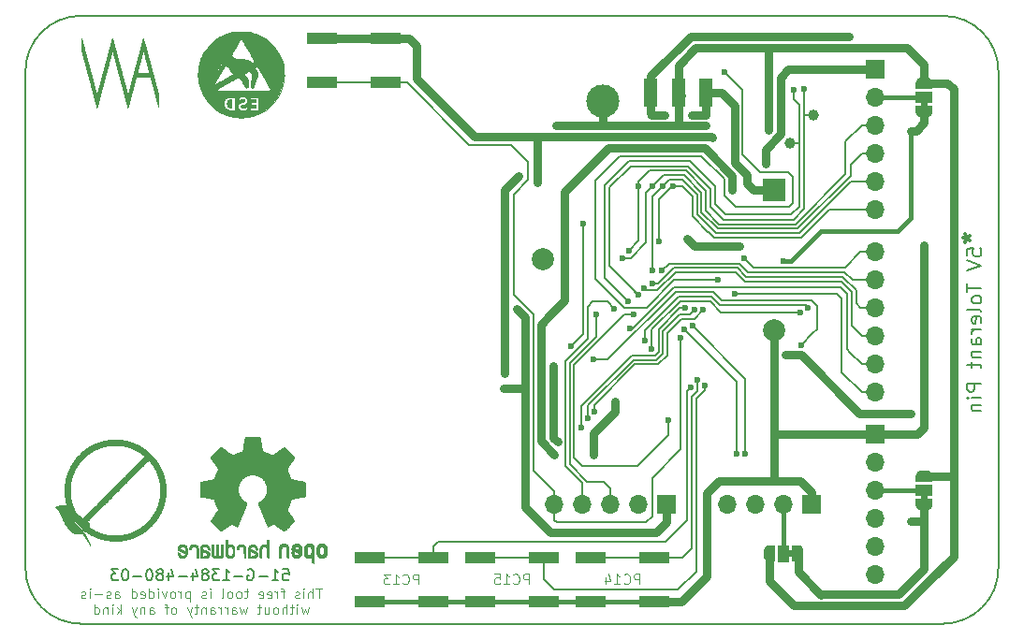
<source format=gbr>
G04 #@! TF.GenerationSoftware,KiCad,Pcbnew,(5.0.2)-1*
G04 #@! TF.CreationDate,2019-04-02T10:38:28+01:00*
G04 #@! TF.ProjectId,PCB_Card,5043425f-4361-4726-942e-6b696361645f,02*
G04 #@! TF.SameCoordinates,PX6ddf710PY7643e10*
G04 #@! TF.FileFunction,Copper,L2,Bot*
G04 #@! TF.FilePolarity,Positive*
%FSLAX46Y46*%
G04 Gerber Fmt 4.6, Leading zero omitted, Abs format (unit mm)*
G04 Created by KiCad (PCBNEW (5.0.2)-1) date 02/04/2019 10:38:28*
%MOMM*%
%LPD*%
G01*
G04 APERTURE LIST*
G04 #@! TA.AperFunction,NonConductor*
%ADD10C,0.100000*%
G04 #@! TD*
G04 #@! TA.AperFunction,NonConductor*
%ADD11C,0.200000*%
G04 #@! TD*
G04 #@! TA.AperFunction,NonConductor*
%ADD12C,0.300000*%
G04 #@! TD*
G04 #@! TA.AperFunction,NonConductor*
%ADD13C,0.150000*%
G04 #@! TD*
G04 #@! TA.AperFunction,EtchedComponent*
%ADD14C,0.010000*%
G04 #@! TD*
G04 #@! TA.AperFunction,ComponentPad*
%ADD15R,2.000000X2.000000*%
G04 #@! TD*
G04 #@! TA.AperFunction,ComponentPad*
%ADD16C,2.000000*%
G04 #@! TD*
G04 #@! TA.AperFunction,SMDPad,CuDef*
%ADD17R,1.250000X2.500000*%
G04 #@! TD*
G04 #@! TA.AperFunction,ComponentPad*
%ADD18O,1.700000X1.700000*%
G04 #@! TD*
G04 #@! TA.AperFunction,SMDPad,CuDef*
%ADD19R,2.750000X1.000000*%
G04 #@! TD*
G04 #@! TA.AperFunction,ComponentPad*
%ADD20R,1.700000X1.700000*%
G04 #@! TD*
G04 #@! TA.AperFunction,SMDPad,CuDef*
%ADD21C,0.500000*%
G04 #@! TD*
G04 #@! TA.AperFunction,Conductor*
%ADD22C,0.100000*%
G04 #@! TD*
G04 #@! TA.AperFunction,SMDPad,CuDef*
%ADD23R,1.500000X1.000000*%
G04 #@! TD*
G04 #@! TA.AperFunction,SMDPad,CuDef*
%ADD24R,1.000000X1.500000*%
G04 #@! TD*
G04 #@! TA.AperFunction,BGAPad,CuDef*
%ADD25C,3.000000*%
G04 #@! TD*
G04 #@! TA.AperFunction,BGAPad,CuDef*
%ADD26C,1.000000*%
G04 #@! TD*
G04 #@! TA.AperFunction,ViaPad*
%ADD27C,0.600000*%
G04 #@! TD*
G04 #@! TA.AperFunction,Conductor*
%ADD28C,0.400000*%
G04 #@! TD*
G04 #@! TA.AperFunction,Conductor*
%ADD29C,0.600000*%
G04 #@! TD*
G04 #@! TA.AperFunction,Conductor*
%ADD30C,0.800000*%
G04 #@! TD*
G04 #@! TA.AperFunction,Conductor*
%ADD31C,0.200000*%
G04 #@! TD*
G04 APERTURE END LIST*
D10*
X55522857Y3602858D02*
X55522857Y4502858D01*
X55180000Y4502858D01*
X55094285Y4460000D01*
X55051428Y4417143D01*
X55008571Y4331429D01*
X55008571Y4202858D01*
X55051428Y4117143D01*
X55094285Y4074286D01*
X55180000Y4031429D01*
X55522857Y4031429D01*
X54108571Y3688572D02*
X54151428Y3645715D01*
X54280000Y3602858D01*
X54365714Y3602858D01*
X54494285Y3645715D01*
X54580000Y3731429D01*
X54622857Y3817143D01*
X54665714Y3988572D01*
X54665714Y4117143D01*
X54622857Y4288572D01*
X54580000Y4374286D01*
X54494285Y4460000D01*
X54365714Y4502858D01*
X54280000Y4502858D01*
X54151428Y4460000D01*
X54108571Y4417143D01*
X53251428Y3602858D02*
X53765714Y3602858D01*
X53508571Y3602858D02*
X53508571Y4502858D01*
X53594285Y4374286D01*
X53680000Y4288572D01*
X53765714Y4245715D01*
X52480000Y4202858D02*
X52480000Y3602858D01*
X52694285Y4545715D02*
X52908571Y3902858D01*
X52351428Y3902858D01*
X45502857Y3602858D02*
X45502857Y4502858D01*
X45160000Y4502858D01*
X45074285Y4460000D01*
X45031428Y4417143D01*
X44988571Y4331429D01*
X44988571Y4202858D01*
X45031428Y4117143D01*
X45074285Y4074286D01*
X45160000Y4031429D01*
X45502857Y4031429D01*
X44088571Y3688572D02*
X44131428Y3645715D01*
X44260000Y3602858D01*
X44345714Y3602858D01*
X44474285Y3645715D01*
X44560000Y3731429D01*
X44602857Y3817143D01*
X44645714Y3988572D01*
X44645714Y4117143D01*
X44602857Y4288572D01*
X44560000Y4374286D01*
X44474285Y4460000D01*
X44345714Y4502858D01*
X44260000Y4502858D01*
X44131428Y4460000D01*
X44088571Y4417143D01*
X43231428Y3602858D02*
X43745714Y3602858D01*
X43488571Y3602858D02*
X43488571Y4502858D01*
X43574285Y4374286D01*
X43660000Y4288572D01*
X43745714Y4245715D01*
X42417142Y4502858D02*
X42845714Y4502858D01*
X42888571Y4074286D01*
X42845714Y4117143D01*
X42760000Y4160000D01*
X42545714Y4160000D01*
X42460000Y4117143D01*
X42417142Y4074286D01*
X42374285Y3988572D01*
X42374285Y3774286D01*
X42417142Y3688572D01*
X42460000Y3645715D01*
X42545714Y3602858D01*
X42760000Y3602858D01*
X42845714Y3645715D01*
X42888571Y3688572D01*
X35512857Y3582858D02*
X35512857Y4482858D01*
X35170000Y4482858D01*
X35084285Y4440000D01*
X35041428Y4397143D01*
X34998571Y4311429D01*
X34998571Y4182858D01*
X35041428Y4097143D01*
X35084285Y4054286D01*
X35170000Y4011429D01*
X35512857Y4011429D01*
X34098571Y3668572D02*
X34141428Y3625715D01*
X34270000Y3582858D01*
X34355714Y3582858D01*
X34484285Y3625715D01*
X34570000Y3711429D01*
X34612857Y3797143D01*
X34655714Y3968572D01*
X34655714Y4097143D01*
X34612857Y4268572D01*
X34570000Y4354286D01*
X34484285Y4440000D01*
X34355714Y4482858D01*
X34270000Y4482858D01*
X34141428Y4440000D01*
X34098571Y4397143D01*
X33241428Y3582858D02*
X33755714Y3582858D01*
X33498571Y3582858D02*
X33498571Y4482858D01*
X33584285Y4354286D01*
X33670000Y4268572D01*
X33755714Y4225715D01*
X32941428Y4482858D02*
X32384285Y4482858D01*
X32684285Y4140000D01*
X32555714Y4140000D01*
X32470000Y4097143D01*
X32427142Y4054286D01*
X32384285Y3968572D01*
X32384285Y3754286D01*
X32427142Y3668572D01*
X32470000Y3625715D01*
X32555714Y3582858D01*
X32812857Y3582858D01*
X32898571Y3625715D01*
X32941428Y3668572D01*
D11*
X85143095Y33301667D02*
X85143095Y33920715D01*
X85762142Y33982620D01*
X85700238Y33920715D01*
X85638333Y33796905D01*
X85638333Y33487381D01*
X85700238Y33363572D01*
X85762142Y33301667D01*
X85885952Y33239762D01*
X86195476Y33239762D01*
X86319285Y33301667D01*
X86381190Y33363572D01*
X86443095Y33487381D01*
X86443095Y33796905D01*
X86381190Y33920715D01*
X86319285Y33982620D01*
X85143095Y32868334D02*
X86443095Y32435000D01*
X85143095Y32001667D01*
X85143095Y30763572D02*
X85143095Y30020715D01*
X86443095Y30392143D02*
X85143095Y30392143D01*
X86443095Y29401667D02*
X86381190Y29525477D01*
X86319285Y29587381D01*
X86195476Y29649286D01*
X85824047Y29649286D01*
X85700238Y29587381D01*
X85638333Y29525477D01*
X85576428Y29401667D01*
X85576428Y29215953D01*
X85638333Y29092143D01*
X85700238Y29030239D01*
X85824047Y28968334D01*
X86195476Y28968334D01*
X86319285Y29030239D01*
X86381190Y29092143D01*
X86443095Y29215953D01*
X86443095Y29401667D01*
X86443095Y28225477D02*
X86381190Y28349286D01*
X86257380Y28411191D01*
X85143095Y28411191D01*
X86381190Y27235000D02*
X86443095Y27358810D01*
X86443095Y27606429D01*
X86381190Y27730239D01*
X86257380Y27792143D01*
X85762142Y27792143D01*
X85638333Y27730239D01*
X85576428Y27606429D01*
X85576428Y27358810D01*
X85638333Y27235000D01*
X85762142Y27173096D01*
X85885952Y27173096D01*
X86009761Y27792143D01*
X86443095Y26615953D02*
X85576428Y26615953D01*
X85824047Y26615953D02*
X85700238Y26554048D01*
X85638333Y26492143D01*
X85576428Y26368334D01*
X85576428Y26244524D01*
X86443095Y25254048D02*
X85762142Y25254048D01*
X85638333Y25315953D01*
X85576428Y25439762D01*
X85576428Y25687381D01*
X85638333Y25811191D01*
X86381190Y25254048D02*
X86443095Y25377858D01*
X86443095Y25687381D01*
X86381190Y25811191D01*
X86257380Y25873096D01*
X86133571Y25873096D01*
X86009761Y25811191D01*
X85947857Y25687381D01*
X85947857Y25377858D01*
X85885952Y25254048D01*
X85576428Y24635000D02*
X86443095Y24635000D01*
X85700238Y24635000D02*
X85638333Y24573096D01*
X85576428Y24449286D01*
X85576428Y24263572D01*
X85638333Y24139762D01*
X85762142Y24077858D01*
X86443095Y24077858D01*
X85576428Y23644524D02*
X85576428Y23149286D01*
X85143095Y23458810D02*
X86257380Y23458810D01*
X86381190Y23396905D01*
X86443095Y23273096D01*
X86443095Y23149286D01*
X86443095Y21725477D02*
X85143095Y21725477D01*
X85143095Y21230239D01*
X85205000Y21106429D01*
X85266904Y21044524D01*
X85390714Y20982620D01*
X85576428Y20982620D01*
X85700238Y21044524D01*
X85762142Y21106429D01*
X85824047Y21230239D01*
X85824047Y21725477D01*
X86443095Y20425477D02*
X85576428Y20425477D01*
X85143095Y20425477D02*
X85205000Y20487381D01*
X85266904Y20425477D01*
X85205000Y20363572D01*
X85143095Y20425477D01*
X85266904Y20425477D01*
X85576428Y19806429D02*
X86443095Y19806429D01*
X85700238Y19806429D02*
X85638333Y19744524D01*
X85576428Y19620715D01*
X85576428Y19435000D01*
X85638333Y19311191D01*
X85762142Y19249286D01*
X86443095Y19249286D01*
D12*
X84766516Y34896037D02*
X85123659Y34896037D01*
X84980802Y35253180D02*
X85123659Y34896037D01*
X84980802Y34538895D01*
X85409373Y35110323D02*
X85123659Y34896037D01*
X85409373Y34681752D01*
D11*
X87980000Y50010000D02*
X87980000Y5010000D01*
D13*
X23280000Y4932620D02*
X23756190Y4932620D01*
X23803809Y4456429D01*
X23756190Y4504048D01*
X23660952Y4551667D01*
X23422857Y4551667D01*
X23327619Y4504048D01*
X23280000Y4456429D01*
X23232380Y4361191D01*
X23232380Y4123096D01*
X23280000Y4027858D01*
X23327619Y3980239D01*
X23422857Y3932620D01*
X23660952Y3932620D01*
X23756190Y3980239D01*
X23803809Y4027858D01*
X22280000Y3932620D02*
X22851428Y3932620D01*
X22565714Y3932620D02*
X22565714Y4932620D01*
X22660952Y4789762D01*
X22756190Y4694524D01*
X22851428Y4646905D01*
X21851428Y4313572D02*
X21089523Y4313572D01*
X20089523Y4885000D02*
X20184761Y4932620D01*
X20327619Y4932620D01*
X20470476Y4885000D01*
X20565714Y4789762D01*
X20613333Y4694524D01*
X20660952Y4504048D01*
X20660952Y4361191D01*
X20613333Y4170715D01*
X20565714Y4075477D01*
X20470476Y3980239D01*
X20327619Y3932620D01*
X20232380Y3932620D01*
X20089523Y3980239D01*
X20041904Y4027858D01*
X20041904Y4361191D01*
X20232380Y4361191D01*
X19613333Y4313572D02*
X18851428Y4313572D01*
X17851428Y3932620D02*
X18422857Y3932620D01*
X18137142Y3932620D02*
X18137142Y4932620D01*
X18232380Y4789762D01*
X18327619Y4694524D01*
X18422857Y4646905D01*
X17518095Y4932620D02*
X16899047Y4932620D01*
X17232380Y4551667D01*
X17089523Y4551667D01*
X16994285Y4504048D01*
X16946666Y4456429D01*
X16899047Y4361191D01*
X16899047Y4123096D01*
X16946666Y4027858D01*
X16994285Y3980239D01*
X17089523Y3932620D01*
X17375238Y3932620D01*
X17470476Y3980239D01*
X17518095Y4027858D01*
X16327619Y4504048D02*
X16422857Y4551667D01*
X16470476Y4599286D01*
X16518095Y4694524D01*
X16518095Y4742143D01*
X16470476Y4837381D01*
X16422857Y4885000D01*
X16327619Y4932620D01*
X16137142Y4932620D01*
X16041904Y4885000D01*
X15994285Y4837381D01*
X15946666Y4742143D01*
X15946666Y4694524D01*
X15994285Y4599286D01*
X16041904Y4551667D01*
X16137142Y4504048D01*
X16327619Y4504048D01*
X16422857Y4456429D01*
X16470476Y4408810D01*
X16518095Y4313572D01*
X16518095Y4123096D01*
X16470476Y4027858D01*
X16422857Y3980239D01*
X16327619Y3932620D01*
X16137142Y3932620D01*
X16041904Y3980239D01*
X15994285Y4027858D01*
X15946666Y4123096D01*
X15946666Y4313572D01*
X15994285Y4408810D01*
X16041904Y4456429D01*
X16137142Y4504048D01*
X15089523Y4599286D02*
X15089523Y3932620D01*
X15327619Y4980239D02*
X15565714Y4265953D01*
X14946666Y4265953D01*
X14565714Y4313572D02*
X13803809Y4313572D01*
X12899047Y4599286D02*
X12899047Y3932620D01*
X13137142Y4980239D02*
X13375238Y4265953D01*
X12756190Y4265953D01*
X12232380Y4504048D02*
X12327619Y4551667D01*
X12375238Y4599286D01*
X12422857Y4694524D01*
X12422857Y4742143D01*
X12375238Y4837381D01*
X12327619Y4885000D01*
X12232380Y4932620D01*
X12041904Y4932620D01*
X11946666Y4885000D01*
X11899047Y4837381D01*
X11851428Y4742143D01*
X11851428Y4694524D01*
X11899047Y4599286D01*
X11946666Y4551667D01*
X12041904Y4504048D01*
X12232380Y4504048D01*
X12327619Y4456429D01*
X12375238Y4408810D01*
X12422857Y4313572D01*
X12422857Y4123096D01*
X12375238Y4027858D01*
X12327619Y3980239D01*
X12232380Y3932620D01*
X12041904Y3932620D01*
X11946666Y3980239D01*
X11899047Y4027858D01*
X11851428Y4123096D01*
X11851428Y4313572D01*
X11899047Y4408810D01*
X11946666Y4456429D01*
X12041904Y4504048D01*
X11232380Y4932620D02*
X11137142Y4932620D01*
X11041904Y4885000D01*
X10994285Y4837381D01*
X10946666Y4742143D01*
X10899047Y4551667D01*
X10899047Y4313572D01*
X10946666Y4123096D01*
X10994285Y4027858D01*
X11041904Y3980239D01*
X11137142Y3932620D01*
X11232380Y3932620D01*
X11327619Y3980239D01*
X11375238Y4027858D01*
X11422857Y4123096D01*
X11470476Y4313572D01*
X11470476Y4551667D01*
X11422857Y4742143D01*
X11375238Y4837381D01*
X11327619Y4885000D01*
X11232380Y4932620D01*
X10470476Y4313572D02*
X9708571Y4313572D01*
X9041904Y4932620D02*
X8946666Y4932620D01*
X8851428Y4885000D01*
X8803809Y4837381D01*
X8756190Y4742143D01*
X8708571Y4551667D01*
X8708571Y4313572D01*
X8756190Y4123096D01*
X8803809Y4027858D01*
X8851428Y3980239D01*
X8946666Y3932620D01*
X9041904Y3932620D01*
X9137142Y3980239D01*
X9184761Y4027858D01*
X9232380Y4123096D01*
X9280000Y4313572D01*
X9280000Y4551667D01*
X9232380Y4742143D01*
X9184761Y4837381D01*
X9137142Y4885000D01*
X9041904Y4932620D01*
X8375238Y4932620D02*
X7756190Y4932620D01*
X8089523Y4551667D01*
X7946666Y4551667D01*
X7851428Y4504048D01*
X7803809Y4456429D01*
X7756190Y4361191D01*
X7756190Y4123096D01*
X7803809Y4027858D01*
X7851428Y3980239D01*
X7946666Y3932620D01*
X8232380Y3932620D01*
X8327619Y3980239D01*
X8375238Y4027858D01*
D10*
X26762142Y3227858D02*
X26247857Y3227858D01*
X26505000Y2327858D02*
X26505000Y3227858D01*
X25947857Y2327858D02*
X25947857Y3227858D01*
X25562142Y2327858D02*
X25562142Y2799286D01*
X25605000Y2885000D01*
X25690714Y2927858D01*
X25819285Y2927858D01*
X25905000Y2885000D01*
X25947857Y2842143D01*
X25133571Y2327858D02*
X25133571Y2927858D01*
X25133571Y3227858D02*
X25176428Y3185000D01*
X25133571Y3142143D01*
X25090714Y3185000D01*
X25133571Y3227858D01*
X25133571Y3142143D01*
X24747857Y2370715D02*
X24662142Y2327858D01*
X24490714Y2327858D01*
X24405000Y2370715D01*
X24362142Y2456429D01*
X24362142Y2499286D01*
X24405000Y2585000D01*
X24490714Y2627858D01*
X24619285Y2627858D01*
X24705000Y2670715D01*
X24747857Y2756429D01*
X24747857Y2799286D01*
X24705000Y2885000D01*
X24619285Y2927858D01*
X24490714Y2927858D01*
X24405000Y2885000D01*
X23419285Y2927858D02*
X23076428Y2927858D01*
X23290714Y2327858D02*
X23290714Y3099286D01*
X23247857Y3185000D01*
X23162142Y3227858D01*
X23076428Y3227858D01*
X22776428Y2327858D02*
X22776428Y2927858D01*
X22776428Y2756429D02*
X22733571Y2842143D01*
X22690714Y2885000D01*
X22605000Y2927858D01*
X22519285Y2927858D01*
X21876428Y2370715D02*
X21962142Y2327858D01*
X22133571Y2327858D01*
X22219285Y2370715D01*
X22262142Y2456429D01*
X22262142Y2799286D01*
X22219285Y2885000D01*
X22133571Y2927858D01*
X21962142Y2927858D01*
X21876428Y2885000D01*
X21833571Y2799286D01*
X21833571Y2713572D01*
X22262142Y2627858D01*
X21105000Y2370715D02*
X21190714Y2327858D01*
X21362142Y2327858D01*
X21447857Y2370715D01*
X21490714Y2456429D01*
X21490714Y2799286D01*
X21447857Y2885000D01*
X21362142Y2927858D01*
X21190714Y2927858D01*
X21105000Y2885000D01*
X21062142Y2799286D01*
X21062142Y2713572D01*
X21490714Y2627858D01*
X20119285Y2927858D02*
X19776428Y2927858D01*
X19990714Y3227858D02*
X19990714Y2456429D01*
X19947857Y2370715D01*
X19862142Y2327858D01*
X19776428Y2327858D01*
X19347857Y2327858D02*
X19433571Y2370715D01*
X19476428Y2413572D01*
X19519285Y2499286D01*
X19519285Y2756429D01*
X19476428Y2842143D01*
X19433571Y2885000D01*
X19347857Y2927858D01*
X19219285Y2927858D01*
X19133571Y2885000D01*
X19090714Y2842143D01*
X19047857Y2756429D01*
X19047857Y2499286D01*
X19090714Y2413572D01*
X19133571Y2370715D01*
X19219285Y2327858D01*
X19347857Y2327858D01*
X18533571Y2327858D02*
X18619285Y2370715D01*
X18662142Y2413572D01*
X18705000Y2499286D01*
X18705000Y2756429D01*
X18662142Y2842143D01*
X18619285Y2885000D01*
X18533571Y2927858D01*
X18405000Y2927858D01*
X18319285Y2885000D01*
X18276428Y2842143D01*
X18233571Y2756429D01*
X18233571Y2499286D01*
X18276428Y2413572D01*
X18319285Y2370715D01*
X18405000Y2327858D01*
X18533571Y2327858D01*
X17719285Y2327858D02*
X17805000Y2370715D01*
X17847857Y2456429D01*
X17847857Y3227858D01*
X16690714Y2327858D02*
X16690714Y2927858D01*
X16690714Y3227858D02*
X16733571Y3185000D01*
X16690714Y3142143D01*
X16647857Y3185000D01*
X16690714Y3227858D01*
X16690714Y3142143D01*
X16305000Y2370715D02*
X16219285Y2327858D01*
X16047857Y2327858D01*
X15962142Y2370715D01*
X15919285Y2456429D01*
X15919285Y2499286D01*
X15962142Y2585000D01*
X16047857Y2627858D01*
X16176428Y2627858D01*
X16262142Y2670715D01*
X16305000Y2756429D01*
X16305000Y2799286D01*
X16262142Y2885000D01*
X16176428Y2927858D01*
X16047857Y2927858D01*
X15962142Y2885000D01*
X14847857Y2927858D02*
X14847857Y2027858D01*
X14847857Y2885000D02*
X14762142Y2927858D01*
X14590714Y2927858D01*
X14505000Y2885000D01*
X14462142Y2842143D01*
X14419285Y2756429D01*
X14419285Y2499286D01*
X14462142Y2413572D01*
X14505000Y2370715D01*
X14590714Y2327858D01*
X14762142Y2327858D01*
X14847857Y2370715D01*
X14033571Y2327858D02*
X14033571Y2927858D01*
X14033571Y2756429D02*
X13990714Y2842143D01*
X13947857Y2885000D01*
X13862142Y2927858D01*
X13776428Y2927858D01*
X13347857Y2327858D02*
X13433571Y2370715D01*
X13476428Y2413572D01*
X13519285Y2499286D01*
X13519285Y2756429D01*
X13476428Y2842143D01*
X13433571Y2885000D01*
X13347857Y2927858D01*
X13219285Y2927858D01*
X13133571Y2885000D01*
X13090714Y2842143D01*
X13047857Y2756429D01*
X13047857Y2499286D01*
X13090714Y2413572D01*
X13133571Y2370715D01*
X13219285Y2327858D01*
X13347857Y2327858D01*
X12747857Y2927858D02*
X12533571Y2327858D01*
X12319285Y2927858D01*
X11976428Y2327858D02*
X11976428Y2927858D01*
X11976428Y3227858D02*
X12019285Y3185000D01*
X11976428Y3142143D01*
X11933571Y3185000D01*
X11976428Y3227858D01*
X11976428Y3142143D01*
X11162142Y2327858D02*
X11162142Y3227858D01*
X11162142Y2370715D02*
X11247857Y2327858D01*
X11419285Y2327858D01*
X11505000Y2370715D01*
X11547857Y2413572D01*
X11590714Y2499286D01*
X11590714Y2756429D01*
X11547857Y2842143D01*
X11505000Y2885000D01*
X11419285Y2927858D01*
X11247857Y2927858D01*
X11162142Y2885000D01*
X10390714Y2370715D02*
X10476428Y2327858D01*
X10647857Y2327858D01*
X10733571Y2370715D01*
X10776428Y2456429D01*
X10776428Y2799286D01*
X10733571Y2885000D01*
X10647857Y2927858D01*
X10476428Y2927858D01*
X10390714Y2885000D01*
X10347857Y2799286D01*
X10347857Y2713572D01*
X10776428Y2627858D01*
X9576428Y2327858D02*
X9576428Y3227858D01*
X9576428Y2370715D02*
X9662142Y2327858D01*
X9833571Y2327858D01*
X9919285Y2370715D01*
X9962142Y2413572D01*
X10005000Y2499286D01*
X10005000Y2756429D01*
X9962142Y2842143D01*
X9919285Y2885000D01*
X9833571Y2927858D01*
X9662142Y2927858D01*
X9576428Y2885000D01*
X8076428Y2327858D02*
X8076428Y2799286D01*
X8119285Y2885000D01*
X8205000Y2927858D01*
X8376428Y2927858D01*
X8462142Y2885000D01*
X8076428Y2370715D02*
X8162142Y2327858D01*
X8376428Y2327858D01*
X8462142Y2370715D01*
X8505000Y2456429D01*
X8505000Y2542143D01*
X8462142Y2627858D01*
X8376428Y2670715D01*
X8162142Y2670715D01*
X8076428Y2713572D01*
X7690714Y2370715D02*
X7605000Y2327858D01*
X7433571Y2327858D01*
X7347857Y2370715D01*
X7305000Y2456429D01*
X7305000Y2499286D01*
X7347857Y2585000D01*
X7433571Y2627858D01*
X7562142Y2627858D01*
X7647857Y2670715D01*
X7690714Y2756429D01*
X7690714Y2799286D01*
X7647857Y2885000D01*
X7562142Y2927858D01*
X7433571Y2927858D01*
X7347857Y2885000D01*
X6919285Y2670715D02*
X6233571Y2670715D01*
X5805000Y2327858D02*
X5805000Y2927858D01*
X5805000Y3227858D02*
X5847857Y3185000D01*
X5805000Y3142143D01*
X5762142Y3185000D01*
X5805000Y3227858D01*
X5805000Y3142143D01*
X5419285Y2370715D02*
X5333571Y2327858D01*
X5162142Y2327858D01*
X5076428Y2370715D01*
X5033571Y2456429D01*
X5033571Y2499286D01*
X5076428Y2585000D01*
X5162142Y2627858D01*
X5290714Y2627858D01*
X5376428Y2670715D01*
X5419285Y2756429D01*
X5419285Y2799286D01*
X5376428Y2885000D01*
X5290714Y2927858D01*
X5162142Y2927858D01*
X5076428Y2885000D01*
X25583571Y1477858D02*
X25412142Y877858D01*
X25240714Y1306429D01*
X25069285Y877858D01*
X24897857Y1477858D01*
X24555000Y877858D02*
X24555000Y1477858D01*
X24555000Y1777858D02*
X24597857Y1735000D01*
X24555000Y1692143D01*
X24512142Y1735000D01*
X24555000Y1777858D01*
X24555000Y1692143D01*
X24255000Y1477858D02*
X23912142Y1477858D01*
X24126428Y1777858D02*
X24126428Y1006429D01*
X24083571Y920715D01*
X23997857Y877858D01*
X23912142Y877858D01*
X23612142Y877858D02*
X23612142Y1777858D01*
X23226428Y877858D02*
X23226428Y1349286D01*
X23269285Y1435000D01*
X23355000Y1477858D01*
X23483571Y1477858D01*
X23569285Y1435000D01*
X23612142Y1392143D01*
X22669285Y877858D02*
X22755000Y920715D01*
X22797857Y963572D01*
X22840714Y1049286D01*
X22840714Y1306429D01*
X22797857Y1392143D01*
X22755000Y1435000D01*
X22669285Y1477858D01*
X22540714Y1477858D01*
X22455000Y1435000D01*
X22412142Y1392143D01*
X22369285Y1306429D01*
X22369285Y1049286D01*
X22412142Y963572D01*
X22455000Y920715D01*
X22540714Y877858D01*
X22669285Y877858D01*
X21597857Y1477858D02*
X21597857Y877858D01*
X21983571Y1477858D02*
X21983571Y1006429D01*
X21940714Y920715D01*
X21855000Y877858D01*
X21726428Y877858D01*
X21640714Y920715D01*
X21597857Y963572D01*
X21297857Y1477858D02*
X20955000Y1477858D01*
X21169285Y1777858D02*
X21169285Y1006429D01*
X21126428Y920715D01*
X21040714Y877858D01*
X20955000Y877858D01*
X20055000Y1477858D02*
X19883571Y877858D01*
X19712142Y1306429D01*
X19540714Y877858D01*
X19369285Y1477858D01*
X18640714Y877858D02*
X18640714Y1349286D01*
X18683571Y1435000D01*
X18769285Y1477858D01*
X18940714Y1477858D01*
X19026428Y1435000D01*
X18640714Y920715D02*
X18726428Y877858D01*
X18940714Y877858D01*
X19026428Y920715D01*
X19069285Y1006429D01*
X19069285Y1092143D01*
X19026428Y1177858D01*
X18940714Y1220715D01*
X18726428Y1220715D01*
X18640714Y1263572D01*
X18212142Y877858D02*
X18212142Y1477858D01*
X18212142Y1306429D02*
X18169285Y1392143D01*
X18126428Y1435000D01*
X18040714Y1477858D01*
X17955000Y1477858D01*
X17655000Y877858D02*
X17655000Y1477858D01*
X17655000Y1306429D02*
X17612142Y1392143D01*
X17569285Y1435000D01*
X17483571Y1477858D01*
X17397857Y1477858D01*
X16712142Y877858D02*
X16712142Y1349286D01*
X16755000Y1435000D01*
X16840714Y1477858D01*
X17012142Y1477858D01*
X17097857Y1435000D01*
X16712142Y920715D02*
X16797857Y877858D01*
X17012142Y877858D01*
X17097857Y920715D01*
X17140714Y1006429D01*
X17140714Y1092143D01*
X17097857Y1177858D01*
X17012142Y1220715D01*
X16797857Y1220715D01*
X16712142Y1263572D01*
X16283571Y1477858D02*
X16283571Y877858D01*
X16283571Y1392143D02*
X16240714Y1435000D01*
X16155000Y1477858D01*
X16026428Y1477858D01*
X15940714Y1435000D01*
X15897857Y1349286D01*
X15897857Y877858D01*
X15597857Y1477858D02*
X15255000Y1477858D01*
X15469285Y1777858D02*
X15469285Y1006429D01*
X15426428Y920715D01*
X15340714Y877858D01*
X15255000Y877858D01*
X15040714Y1477858D02*
X14826428Y877858D01*
X14612142Y1477858D02*
X14826428Y877858D01*
X14912142Y663572D01*
X14955000Y620715D01*
X15040714Y577858D01*
X13455000Y877858D02*
X13540714Y920715D01*
X13583571Y963572D01*
X13626428Y1049286D01*
X13626428Y1306429D01*
X13583571Y1392143D01*
X13540714Y1435000D01*
X13455000Y1477858D01*
X13326428Y1477858D01*
X13240714Y1435000D01*
X13197857Y1392143D01*
X13155000Y1306429D01*
X13155000Y1049286D01*
X13197857Y963572D01*
X13240714Y920715D01*
X13326428Y877858D01*
X13455000Y877858D01*
X12897857Y1477858D02*
X12555000Y1477858D01*
X12769285Y877858D02*
X12769285Y1649286D01*
X12726428Y1735000D01*
X12640714Y1777858D01*
X12555000Y1777858D01*
X11183571Y877858D02*
X11183571Y1349286D01*
X11226428Y1435000D01*
X11312142Y1477858D01*
X11483571Y1477858D01*
X11569285Y1435000D01*
X11183571Y920715D02*
X11269285Y877858D01*
X11483571Y877858D01*
X11569285Y920715D01*
X11612142Y1006429D01*
X11612142Y1092143D01*
X11569285Y1177858D01*
X11483571Y1220715D01*
X11269285Y1220715D01*
X11183571Y1263572D01*
X10755000Y1477858D02*
X10755000Y877858D01*
X10755000Y1392143D02*
X10712142Y1435000D01*
X10626428Y1477858D01*
X10497857Y1477858D01*
X10412142Y1435000D01*
X10369285Y1349286D01*
X10369285Y877858D01*
X10026428Y1477858D02*
X9812142Y877858D01*
X9597857Y1477858D02*
X9812142Y877858D01*
X9897857Y663572D01*
X9940714Y620715D01*
X10026428Y577858D01*
X8569285Y877858D02*
X8569285Y1777858D01*
X8483571Y1220715D02*
X8226428Y877858D01*
X8226428Y1477858D02*
X8569285Y1135000D01*
X7840714Y877858D02*
X7840714Y1477858D01*
X7840714Y1777858D02*
X7883571Y1735000D01*
X7840714Y1692143D01*
X7797857Y1735000D01*
X7840714Y1777858D01*
X7840714Y1692143D01*
X7412142Y1477858D02*
X7412142Y877858D01*
X7412142Y1392143D02*
X7369285Y1435000D01*
X7283571Y1477858D01*
X7155000Y1477858D01*
X7069285Y1435000D01*
X7026428Y1349286D01*
X7026428Y877858D01*
X6212142Y877858D02*
X6212142Y1777858D01*
X6212142Y920715D02*
X6297857Y877858D01*
X6469285Y877858D01*
X6555000Y920715D01*
X6597857Y963572D01*
X6640714Y1049286D01*
X6640714Y1306429D01*
X6597857Y1392143D01*
X6555000Y1435000D01*
X6469285Y1477858D01*
X6297857Y1477858D01*
X6212142Y1435000D01*
D11*
X-20000Y5010000D02*
G75*
G03X4980000Y10000I5000000J0D01*
G01*
X87980000Y5010000D02*
G75*
G02X82980000Y10000I-5000000J0D01*
G01*
X87980000Y50010000D02*
G75*
G03X82980000Y55010000I-5000000J0D01*
G01*
X-20000Y50010000D02*
G75*
G02X4980000Y55010000I5000000J0D01*
G01*
X-20000Y5010000D02*
X-20000Y50010000D01*
X82980000Y10000D02*
X4980000Y10000D01*
X4980000Y55010000D02*
X82980000Y55010000D01*
D14*
G04 #@! TO.C,G\002A\002A\002A*
G36*
X7821341Y52984793D02*
X7812408Y52958446D01*
X7806394Y52936940D01*
X7794375Y52891842D01*
X7782983Y52850265D01*
X7779563Y52838150D01*
X7770437Y52804711D01*
X7758372Y52758494D01*
X7749584Y52723850D01*
X7734897Y52667252D01*
X7718490Y52607067D01*
X7710156Y52577800D01*
X7695678Y52525441D01*
X7679947Y52464516D01*
X7670439Y52425400D01*
X7657519Y52374486D01*
X7643751Y52326658D01*
X7634314Y52298400D01*
X7624066Y52266223D01*
X7610753Y52217500D01*
X7596589Y52160535D01*
X7590274Y52133300D01*
X7576380Y52074310D01*
X7562297Y52018653D01*
X7550284Y51975111D01*
X7546168Y51961850D01*
X7531261Y51913934D01*
X7517346Y51864768D01*
X7516162Y51860250D01*
X7507009Y51825251D01*
X7493591Y51774336D01*
X7478187Y51716134D01*
X7470930Y51688800D01*
X7453047Y51621046D01*
X7433898Y51547745D01*
X7416916Y51482059D01*
X7412948Y51466550D01*
X7397893Y51408588D01*
X7382435Y51350782D01*
X7369703Y51304814D01*
X7368738Y51301450D01*
X7354312Y51250137D01*
X7339941Y51197149D01*
X7335650Y51180800D01*
X7324011Y51139046D01*
X7312645Y51103161D01*
X7309478Y51094478D01*
X7300202Y51058183D01*
X7298101Y51035704D01*
X7293267Y51003523D01*
X7281535Y50965652D01*
X7280581Y50963276D01*
X7269915Y50931919D01*
X7256067Y50883917D01*
X7241329Y50827429D01*
X7234638Y50799800D01*
X7220377Y50741895D01*
X7206096Y50688315D01*
X7194044Y50647333D01*
X7189761Y50634700D01*
X7176740Y50594542D01*
X7163285Y50545653D01*
X7158703Y50526750D01*
X7135030Y50427551D01*
X7112972Y50343544D01*
X7101862Y50304500D01*
X7087894Y50255864D01*
X7074137Y50206767D01*
X7071335Y50196550D01*
X7060911Y50158599D01*
X7046649Y50107058D01*
X7031557Y50052798D01*
X7030916Y50050500D01*
X7016262Y49996427D01*
X7002935Y49944576D01*
X6993716Y49905783D01*
X6993428Y49904450D01*
X6982091Y49856172D01*
X6969127Y49806785D01*
X6968014Y49802850D01*
X6955297Y49757058D01*
X6943371Y49712240D01*
X6942181Y49707600D01*
X6933787Y49675743D01*
X6920766Y49627532D01*
X6905316Y49571078D01*
X6897425Y49542500D01*
X6881435Y49483332D01*
X6866832Y49426731D01*
X6855879Y49381576D01*
X6852675Y49367027D01*
X6843810Y49330128D01*
X6835146Y49303283D01*
X6832669Y49298156D01*
X6824360Y49276947D01*
X6815453Y49243528D01*
X6814398Y49238679D01*
X6810358Y49220330D01*
X6805079Y49198199D01*
X6797785Y49169364D01*
X6787700Y49130902D01*
X6774048Y49079890D01*
X6756053Y49013405D01*
X6732938Y48928523D01*
X6703928Y48822322D01*
X6701175Y48812250D01*
X6682210Y48742594D01*
X6664830Y48678202D01*
X6650522Y48624629D01*
X6640774Y48587427D01*
X6638221Y48577300D01*
X6630041Y48545444D01*
X6617203Y48497234D01*
X6601879Y48440781D01*
X6594019Y48412200D01*
X6575951Y48345807D01*
X6557135Y48275045D01*
X6540871Y48212364D01*
X6536808Y48196300D01*
X6521428Y48136333D01*
X6504736Y48073378D01*
X6491402Y48024850D01*
X6468257Y47942327D01*
X6450742Y47878368D01*
X6437273Y47827185D01*
X6435859Y47821650D01*
X6426162Y47783550D01*
X6411791Y47840700D01*
X6403348Y47873253D01*
X6389803Y47924308D01*
X6372759Y47987871D01*
X6353819Y48057946D01*
X6345555Y48088350D01*
X6326660Y48158019D01*
X6309327Y48222420D01*
X6295040Y48275996D01*
X6285286Y48313193D01*
X6282724Y48323300D01*
X6274498Y48355158D01*
X6261625Y48403370D01*
X6246281Y48459825D01*
X6238419Y48488400D01*
X6220350Y48554794D01*
X6201530Y48625556D01*
X6185260Y48688238D01*
X6181195Y48704300D01*
X6166054Y48762819D01*
X6149761Y48822947D01*
X6136502Y48869400D01*
X6122555Y48917571D01*
X6109892Y48963513D01*
X6104654Y48983700D01*
X6095862Y49018196D01*
X6083143Y49067039D01*
X6069153Y49120042D01*
X6068260Y49123400D01*
X6055087Y49172947D01*
X6037622Y49238711D01*
X6018077Y49312354D01*
X5998666Y49385540D01*
X5997457Y49390100D01*
X5978886Y49459744D01*
X5960694Y49527248D01*
X5944819Y49585470D01*
X5933197Y49627269D01*
X5932020Y49631400D01*
X5917144Y49685574D01*
X5901305Y49746488D01*
X5893630Y49777450D01*
X5879711Y49832285D01*
X5864280Y49889035D01*
X5856133Y49917150D01*
X5844240Y49958502D01*
X5828759Y50014792D01*
X5812335Y50076335D01*
X5805823Y50101300D01*
X5789512Y50163269D01*
X5772777Y50225097D01*
X5758398Y50276564D01*
X5753977Y50291800D01*
X5740095Y50341696D01*
X5727712Y50390984D01*
X5722933Y50412450D01*
X5712438Y50458839D01*
X5700789Y50503969D01*
X5699729Y50507700D01*
X5691340Y50537781D01*
X5678323Y50585511D01*
X5662553Y50643986D01*
X5648058Y50698200D01*
X5630653Y50763039D01*
X5613587Y50825691D01*
X5599046Y50878187D01*
X5590629Y50907750D01*
X5578588Y50950984D01*
X5563500Y51007956D01*
X5548253Y51067711D01*
X5545398Y51079200D01*
X5530610Y51136996D01*
X5515422Y51193067D01*
X5502651Y51237086D01*
X5500390Y51244300D01*
X5489918Y51279499D01*
X5475295Y51331990D01*
X5458531Y51394427D01*
X5443070Y51453850D01*
X5426740Y51517253D01*
X5411473Y51575795D01*
X5399025Y51622785D01*
X5391391Y51650700D01*
X5379519Y51694230D01*
X5367419Y51741310D01*
X5366276Y51745950D01*
X5347828Y51819819D01*
X5331646Y51880709D01*
X5314557Y51940455D01*
X5310099Y51955500D01*
X5296401Y52004424D01*
X5280688Y52064860D01*
X5266727Y52122190D01*
X5254974Y52169929D01*
X5244336Y52208441D01*
X5236800Y52230635D01*
X5235855Y52232466D01*
X5228233Y52252508D01*
X5219043Y52286713D01*
X5215892Y52300727D01*
X5204552Y52349835D01*
X5191809Y52399391D01*
X5189873Y52406350D01*
X5177280Y52452161D01*
X5165483Y52496988D01*
X5164314Y52501600D01*
X5157445Y52527763D01*
X5145100Y52573714D01*
X5128561Y52634755D01*
X5109106Y52706190D01*
X5088017Y52783321D01*
X5066574Y52861451D01*
X5046057Y52935883D01*
X5037958Y52965150D01*
X5035536Y52961770D01*
X5033283Y52934958D01*
X5031248Y52886684D01*
X5029478Y52818917D01*
X5028021Y52733624D01*
X5026924Y52632775D01*
X5026236Y52518338D01*
X5026100Y52475694D01*
X5025776Y52346799D01*
X5025642Y52240259D01*
X5025916Y52153027D01*
X5026815Y52082057D01*
X5028556Y52024304D01*
X5031357Y51976721D01*
X5035435Y51936263D01*
X5041008Y51899884D01*
X5048291Y51864538D01*
X5057504Y51827178D01*
X5068862Y51784760D01*
X5077698Y51752300D01*
X5086873Y51717723D01*
X5099610Y51668764D01*
X5113242Y51615667D01*
X5114024Y51612600D01*
X5128982Y51555029D01*
X5147487Y51485459D01*
X5166216Y51416343D01*
X5171619Y51396700D01*
X5187371Y51339169D01*
X5201714Y51285853D01*
X5212478Y51244864D01*
X5215821Y51231600D01*
X5222956Y51203844D01*
X5235333Y51157148D01*
X5251468Y51097066D01*
X5269871Y51029151D01*
X5278733Y50996650D01*
X5300966Y50914932D01*
X5324772Y50826859D01*
X5347535Y50742149D01*
X5366636Y50670519D01*
X5369394Y50660100D01*
X5392987Y50570948D01*
X5411754Y50500275D01*
X5427331Y50441997D01*
X5441354Y50390029D01*
X5455457Y50338286D01*
X5471276Y50280685D01*
X5475210Y50266400D01*
X5490939Y50208860D01*
X5505299Y50155538D01*
X5516112Y50114548D01*
X5519488Y50101300D01*
X5528516Y50064960D01*
X5540723Y50015845D01*
X5551051Y49974300D01*
X5565128Y49920435D01*
X5580240Y49866759D01*
X5590046Y49834600D01*
X5603695Y49788916D01*
X5618637Y49733838D01*
X5626803Y49701250D01*
X5641323Y49643162D01*
X5658024Y49579724D01*
X5666511Y49548850D01*
X5685982Y49479252D01*
X5700084Y49427871D01*
X5710463Y49388514D01*
X5718768Y49354986D01*
X5723933Y49332950D01*
X5735109Y49286727D01*
X5746776Y49241682D01*
X5747863Y49237700D01*
X5770558Y49154949D01*
X5795256Y49064437D01*
X5820697Y48970825D01*
X5845620Y48878776D01*
X5868766Y48792951D01*
X5888875Y48718013D01*
X5904686Y48658624D01*
X5914347Y48621750D01*
X5923565Y48587603D01*
X5936428Y48541871D01*
X5944521Y48513800D01*
X5965196Y48440845D01*
X5985391Y48366033D01*
X6002787Y48298161D01*
X6014833Y48247100D01*
X6024169Y48208909D01*
X6037341Y48160378D01*
X6045327Y48132800D01*
X6063908Y48067811D01*
X6086816Y47983444D01*
X6112641Y47885063D01*
X6139969Y47778034D01*
X6162332Y47688300D01*
X6177778Y47628534D01*
X6193224Y47573738D01*
X6206523Y47531290D01*
X6213244Y47513245D01*
X6225540Y47479343D01*
X6231250Y47452757D01*
X6231300Y47451114D01*
X6233117Y47435787D01*
X6239052Y47408471D01*
X6249833Y47366374D01*
X6266190Y47306705D01*
X6288851Y47226673D01*
X6300327Y47186650D01*
X6314971Y47133216D01*
X6329553Y47076231D01*
X6333552Y47059650D01*
X6344719Y47013899D01*
X6355596Y46971869D01*
X6359408Y46958050D01*
X6369526Y46922736D01*
X6382598Y46877217D01*
X6388572Y46856450D01*
X6401240Y46811081D01*
X6412293Y46769255D01*
X6415848Y46754850D01*
X6421066Y46736553D01*
X6426258Y46733638D01*
X6433495Y46748880D01*
X6444849Y46785053D01*
X6449046Y46799300D01*
X6461150Y46841725D01*
X6477832Y46901742D01*
X6497178Y46972391D01*
X6517273Y47046707D01*
X6524144Y47072350D01*
X6546721Y47156767D01*
X6571700Y47250045D01*
X6596209Y47341455D01*
X6617370Y47420270D01*
X6619435Y47427950D01*
X6638649Y47499911D01*
X6657987Y47573184D01*
X6675175Y47639107D01*
X6687759Y47688300D01*
X6702873Y47746808D01*
X6719055Y47806927D01*
X6732159Y47853400D01*
X6747416Y47907513D01*
X6763720Y47968371D01*
X6771684Y47999450D01*
X6786142Y48056431D01*
X6799202Y48105487D01*
X6813821Y48157420D01*
X6832569Y48221700D01*
X6851877Y48290904D01*
X6873881Y48375654D01*
X6896183Y48466615D01*
X6904292Y48501100D01*
X6915656Y48544233D01*
X6927955Y48583650D01*
X6937187Y48613645D01*
X6949964Y48659790D01*
X6963940Y48713530D01*
X6967979Y48729700D01*
X6981976Y48784983D01*
X6995509Y48836137D01*
X7006173Y48874135D01*
X7008304Y48881145D01*
X7021267Y48925634D01*
X7037484Y48985722D01*
X7054598Y49052235D01*
X7070255Y49115999D01*
X7082098Y49167840D01*
X7082952Y49171874D01*
X7091815Y49208559D01*
X7100296Y49235023D01*
X7102701Y49240047D01*
X7112606Y49264718D01*
X7125482Y49309754D01*
X7140044Y49370477D01*
X7145700Y49396450D01*
X7156578Y49442811D01*
X7168682Y49487927D01*
X7169797Y49491700D01*
X7177975Y49520557D01*
X7190867Y49567841D01*
X7206811Y49627392D01*
X7224148Y49693049D01*
X7227107Y49704347D01*
X7243730Y49766758D01*
X7258601Y49820501D01*
X7270329Y49860688D01*
X7277518Y49882434D01*
X7278478Y49884474D01*
X7285301Y49903152D01*
X7294311Y49937138D01*
X7298946Y49957577D01*
X7316763Y50037236D01*
X7334172Y50106145D01*
X7354455Y50177500D01*
X7365550Y50216463D01*
X7381045Y50272865D01*
X7398998Y50339553D01*
X7417467Y50409370D01*
X7419935Y50418800D01*
X7437428Y50485429D01*
X7453733Y50546958D01*
X7467232Y50597322D01*
X7476307Y50630456D01*
X7477512Y50634700D01*
X7489924Y50680159D01*
X7500918Y50723600D01*
X7510368Y50760741D01*
X7523502Y50809535D01*
X7533189Y50844250D01*
X7552704Y50913506D01*
X7567637Y50968248D01*
X7580559Y51018336D01*
X7594042Y51073628D01*
X7604108Y51116105D01*
X7616312Y51165859D01*
X7627121Y51206235D01*
X7634760Y51230735D01*
X7636425Y51234472D01*
X7642727Y51251674D01*
X7653404Y51287794D01*
X7666898Y51337050D01*
X7681652Y51393663D01*
X7696107Y51451852D01*
X7704102Y51485600D01*
X7715225Y51528717D01*
X7727015Y51568150D01*
X7745891Y51630361D01*
X7767001Y51710297D01*
X7787865Y51796750D01*
X7801405Y51852918D01*
X7812080Y51888325D01*
X7821518Y51902288D01*
X7831345Y51894124D01*
X7843189Y51863151D01*
X7858676Y51808686D01*
X7871082Y51761825D01*
X7883283Y51717769D01*
X7895556Y51676943D01*
X7897886Y51669750D01*
X7909935Y51629237D01*
X7920667Y51587200D01*
X7936392Y51520619D01*
X7953202Y51453087D01*
X7969116Y51392310D01*
X7982151Y51345993D01*
X7985578Y51334899D01*
X7994329Y51305208D01*
X8007387Y51257923D01*
X8022839Y51200076D01*
X8035683Y51150749D01*
X8052673Y51085629D01*
X8069781Y51021644D01*
X8084671Y50967447D01*
X8092662Y50939500D01*
X8106681Y50889582D01*
X8119418Y50840277D01*
X8124443Y50818850D01*
X8134657Y50776351D01*
X8148199Y50724814D01*
X8155622Y50698200D01*
X8167987Y50653635D01*
X8183809Y50594663D01*
X8200358Y50531513D01*
X8206486Y50507700D01*
X8222305Y50446815D01*
X8238228Y50387138D01*
X8251656Y50338363D01*
X8255899Y50323550D01*
X8289271Y50204151D01*
X8314647Y50107650D01*
X8325593Y50066452D01*
X8342744Y50003641D01*
X8365330Y49922029D01*
X8377304Y49879050D01*
X8386320Y49844530D01*
X8397634Y49798334D01*
X8404028Y49771100D01*
X8416387Y49722309D01*
X8433054Y49662667D01*
X8449659Y49607554D01*
X8463910Y49559463D01*
X8474388Y49518582D01*
X8479111Y49492764D01*
X8479201Y49490677D01*
X8483689Y49460215D01*
X8490257Y49438323D01*
X8504044Y49397064D01*
X8521625Y49337201D01*
X8541313Y49264930D01*
X8561424Y49186450D01*
X8580272Y49107957D01*
X8581103Y49104350D01*
X8593389Y49056563D01*
X8607164Y49010851D01*
X8612183Y48996400D01*
X8624607Y48957574D01*
X8637852Y48908317D01*
X8644010Y48882100D01*
X8654753Y48835096D01*
X8665251Y48792114D01*
X8669997Y48774150D01*
X8697636Y48674120D01*
X8724778Y48574067D01*
X8748807Y48483691D01*
X8759147Y48443950D01*
X8768387Y48409816D01*
X8781307Y48364101D01*
X8789460Y48336000D01*
X8801809Y48292333D01*
X8817765Y48233714D01*
X8834710Y48169817D01*
X8842675Y48139150D01*
X8858956Y48076252D01*
X8875246Y48013828D01*
X8889018Y47961541D01*
X8894148Y47942300D01*
X8906884Y47893917D01*
X8918599Y47847841D01*
X8923440Y47828000D01*
X8933231Y47789760D01*
X8946607Y47741174D01*
X8954528Y47713700D01*
X8966807Y47669973D01*
X8982507Y47611270D01*
X8999052Y47547300D01*
X9006719Y47516850D01*
X9021568Y47458855D01*
X9035760Y47406232D01*
X9047254Y47366411D01*
X9052010Y47351750D01*
X9061582Y47321190D01*
X9074499Y47274953D01*
X9088256Y47222081D01*
X9090752Y47212050D01*
X9104144Y47157817D01*
X9116606Y47107341D01*
X9125760Y47070258D01*
X9126810Y47066000D01*
X9135815Y47031650D01*
X9149204Y46983016D01*
X9164199Y46930181D01*
X9165319Y46926300D01*
X9180943Y46871633D01*
X9195805Y46818574D01*
X9206775Y46778300D01*
X9207067Y46777195D01*
X9214699Y46751527D01*
X9221643Y46739369D01*
X9229080Y46742832D01*
X9238187Y46764026D01*
X9250143Y46805064D01*
X9266129Y46868054D01*
X9272619Y46894550D01*
X9288189Y46956733D01*
X9303523Y47015102D01*
X9316582Y47062041D01*
X9323618Y47085050D01*
X9334746Y47121559D01*
X9349147Y47173058D01*
X9364130Y47229845D01*
X9367668Y47243800D01*
X9382802Y47302753D01*
X9398332Y47361152D01*
X9411340Y47408060D01*
X9413426Y47415250D01*
X9424338Y47453737D01*
X9439463Y47508830D01*
X9456631Y47572551D01*
X9470487Y47624800D01*
X9486914Y47687028D01*
X9502192Y47744509D01*
X9514477Y47790331D01*
X9521287Y47815300D01*
X9532694Y47858963D01*
X9543994Y47906137D01*
X9544985Y47910550D01*
X9554936Y47951684D01*
X9568470Y48003358D01*
X9577917Y48037550D01*
X9592223Y48088262D01*
X9604369Y48132165D01*
X9616849Y48178445D01*
X9632157Y48236283D01*
X9640009Y48266150D01*
X9654769Y48320809D01*
X9670676Y48377422D01*
X9678971Y48405850D01*
X9693076Y48455724D01*
X9708384Y48513706D01*
X9716317Y48545550D01*
X9730867Y48603673D01*
X9747515Y48667140D01*
X9755919Y48697950D01*
X9779825Y48785208D01*
X9801815Y48868045D01*
X9820392Y48940679D01*
X9834061Y48997325D01*
X9838238Y49016186D01*
X9848393Y49057647D01*
X9859453Y49093698D01*
X9861339Y49098736D01*
X9868219Y49117569D01*
X9875829Y49141925D01*
X9885529Y49176663D01*
X9898679Y49226643D01*
X9915355Y49291675D01*
X9927131Y49336396D01*
X9941620Y49389464D01*
X9948916Y49415500D01*
X9960517Y49456622D01*
X9969487Y49488803D01*
X9972863Y49501225D01*
X9978975Y49504935D01*
X9996350Y49508061D01*
X10026695Y49510645D01*
X10071713Y49512728D01*
X10133109Y49514352D01*
X10212587Y49515558D01*
X10311852Y49516389D01*
X10432608Y49516886D01*
X10576559Y49517090D01*
X10623337Y49517100D01*
X11269671Y49517100D01*
X11297701Y49412325D01*
X11312621Y49356467D01*
X11326785Y49303287D01*
X11337556Y49262687D01*
X11339124Y49256750D01*
X11360162Y49178874D01*
X11387422Y49081104D01*
X11398818Y49040850D01*
X11409968Y48999309D01*
X11423106Y48947167D01*
X11431110Y48913850D01*
X11443155Y48865664D01*
X11455395Y48821718D01*
X11462442Y48799550D01*
X11472652Y48766921D01*
X11485587Y48720578D01*
X11496346Y48678900D01*
X11508907Y48628168D01*
X11520729Y48580458D01*
X11527813Y48551900D01*
X11536061Y48520037D01*
X11548934Y48471817D01*
X11564256Y48415353D01*
X11572091Y48386800D01*
X11588079Y48328659D01*
X11602047Y48277531D01*
X11615565Y48227585D01*
X11630198Y48172986D01*
X11647516Y48107901D01*
X11669085Y48026496D01*
X11679601Y47986750D01*
X11703383Y47896904D01*
X11722267Y47825786D01*
X11737818Y47767564D01*
X11751607Y47716404D01*
X11765199Y47666472D01*
X11780163Y47611934D01*
X11787110Y47586700D01*
X11802839Y47529160D01*
X11817199Y47475838D01*
X11828012Y47434848D01*
X11831388Y47421600D01*
X11840403Y47385253D01*
X11852574Y47336129D01*
X11862855Y47294600D01*
X11875699Y47245250D01*
X11888459Y47200317D01*
X11896874Y47173950D01*
X11906589Y47142752D01*
X11919397Y47096420D01*
X11932649Y47044564D01*
X11933616Y47040600D01*
X11948657Y46980564D01*
X11965143Y46917550D01*
X11978403Y46869150D01*
X11991832Y46821347D01*
X12003873Y46777623D01*
X12009970Y46754850D01*
X12012092Y46758871D01*
X12014104Y46785912D01*
X12015955Y46833594D01*
X12017592Y46899538D01*
X12018962Y46981365D01*
X12020013Y47076695D01*
X12020692Y47183149D01*
X12020898Y47250150D01*
X12020835Y47366803D01*
X12020237Y47476576D01*
X12019158Y47576589D01*
X12017653Y47663963D01*
X12015776Y47735815D01*
X12013581Y47789266D01*
X12011123Y47821435D01*
X12010000Y47828000D01*
X12002004Y47858090D01*
X11989379Y47905837D01*
X11973949Y47964331D01*
X11959687Y48018500D01*
X11942423Y48083374D01*
X11925396Y48146052D01*
X11910793Y48198558D01*
X11902272Y48228050D01*
X11884380Y48291562D01*
X11864605Y48367484D01*
X11846104Y48443329D01*
X11832970Y48502079D01*
X11824431Y48536082D01*
X11815971Y48559544D01*
X11815019Y48561254D01*
X11808913Y48577974D01*
X11797958Y48614489D01*
X11783531Y48665970D01*
X11767009Y48727589D01*
X11760955Y48750776D01*
X11743430Y48818144D01*
X11727136Y48880360D01*
X11713639Y48931476D01*
X11704503Y48965540D01*
X11702999Y48971000D01*
X11691327Y49014521D01*
X11679321Y49061595D01*
X11678176Y49066250D01*
X11659728Y49140119D01*
X11643546Y49201009D01*
X11626457Y49260755D01*
X11621999Y49275800D01*
X11607998Y49324933D01*
X11591677Y49385287D01*
X11577306Y49440900D01*
X11562521Y49498465D01*
X11544147Y49568027D01*
X11525486Y49637137D01*
X11520082Y49656800D01*
X11504329Y49714332D01*
X11489984Y49767648D01*
X11479218Y49808637D01*
X11475874Y49821900D01*
X11465934Y49860180D01*
X11455169Y49899340D01*
X11171251Y49899340D01*
X11165252Y49890972D01*
X11150911Y49884560D01*
X11126126Y49879846D01*
X11088793Y49876570D01*
X11036809Y49874474D01*
X10968072Y49873298D01*
X10880480Y49872783D01*
X10771928Y49872670D01*
X10640316Y49872700D01*
X10076518Y49872700D01*
X10083528Y49907625D01*
X10089458Y49935431D01*
X10097404Y49969072D01*
X10108332Y50012290D01*
X10123210Y50068827D01*
X10143005Y50142422D01*
X10168094Y50234650D01*
X10191421Y50320284D01*
X10209492Y50387105D01*
X10223809Y50440782D01*
X10235874Y50486988D01*
X10247187Y50531394D01*
X10256356Y50568025D01*
X10268228Y50613946D01*
X10280499Y50658957D01*
X10280823Y50660100D01*
X10288604Y50688527D01*
X10301190Y50735627D01*
X10317011Y50795486D01*
X10334500Y50862190D01*
X10339561Y50881592D01*
X10356564Y50945713D01*
X10371855Y51001278D01*
X10384083Y51043526D01*
X10391895Y51067695D01*
X10393401Y51071113D01*
X10400990Y51091153D01*
X10409470Y51123891D01*
X10410570Y51129022D01*
X10424896Y51192807D01*
X10443438Y51268520D01*
X10463070Y51343775D01*
X10479732Y51403050D01*
X10491351Y51443565D01*
X10506858Y51499496D01*
X10523729Y51561685D01*
X10532227Y51593550D01*
X10548778Y51655364D01*
X10565233Y51715699D01*
X10579084Y51765397D01*
X10584440Y51784050D01*
X10597534Y51833122D01*
X10608699Y51882126D01*
X10611790Y51898350D01*
X10620567Y51949150D01*
X10635084Y51892000D01*
X10647226Y51844978D01*
X10661612Y51790330D01*
X10668377Y51765000D01*
X10682129Y51712786D01*
X10697737Y51652010D01*
X10707642Y51612600D01*
X10731403Y51521658D01*
X10758268Y51426408D01*
X10778757Y51358600D01*
X10787117Y51328088D01*
X10797610Y51284687D01*
X10803797Y51257000D01*
X10814484Y51211862D01*
X10825400Y51172552D01*
X10830835Y51156433D01*
X10838283Y51134349D01*
X10848691Y51098155D01*
X10862762Y51045211D01*
X10881196Y50972877D01*
X10904694Y50878512D01*
X10905315Y50876000D01*
X10915418Y50837785D01*
X10929103Y50789227D01*
X10937185Y50761700D01*
X10951270Y50711829D01*
X10963895Y50662557D01*
X10968808Y50641050D01*
X10978359Y50601284D01*
X10992215Y50549803D01*
X11004421Y50507700D01*
X11018269Y50460203D01*
X11029697Y50418251D01*
X11035683Y50393400D01*
X11043967Y50357283D01*
X11057364Y50304347D01*
X11073883Y50242162D01*
X11091532Y50178295D01*
X11100838Y50145750D01*
X11115336Y50094456D01*
X11129747Y50041481D01*
X11134051Y50025100D01*
X11145690Y49983346D01*
X11157056Y49947461D01*
X11160223Y49938778D01*
X11166634Y49922984D01*
X11171011Y49909925D01*
X11171251Y49899340D01*
X11455169Y49899340D01*
X11452564Y49908813D01*
X11444754Y49936200D01*
X11430972Y49986159D01*
X11418457Y50035490D01*
X11413538Y50056850D01*
X11403351Y50099274D01*
X11389621Y50150730D01*
X11381962Y50177500D01*
X11370144Y50218824D01*
X11354175Y50276370D01*
X11336356Y50341795D01*
X11322523Y50393400D01*
X11298935Y50482078D01*
X11280441Y50551471D01*
X11265623Y50606842D01*
X11253062Y50653458D01*
X11241342Y50696584D01*
X11229043Y50741486D01*
X11216491Y50787100D01*
X11200762Y50844641D01*
X11186402Y50897963D01*
X11175589Y50938953D01*
X11172213Y50952200D01*
X11163199Y50988548D01*
X11151029Y51037672D01*
X11140750Y51079200D01*
X11126496Y51134668D01*
X11111081Y51191440D01*
X11101371Y51225250D01*
X11086796Y51275900D01*
X11070922Y51333710D01*
X11063510Y51361775D01*
X11048447Y51418825D01*
X11031661Y51480804D01*
X11024185Y51507825D01*
X11005145Y51576212D01*
X10991439Y51626288D01*
X10981444Y51664171D01*
X10973538Y51695980D01*
X10967768Y51720550D01*
X10956508Y51766783D01*
X10944640Y51811832D01*
X10943530Y51815800D01*
X10935642Y51844652D01*
X10922994Y51891927D01*
X10907221Y51951467D01*
X10889960Y52017114D01*
X10886994Y52028447D01*
X10870371Y52090858D01*
X10855500Y52144601D01*
X10843772Y52184788D01*
X10836583Y52206534D01*
X10835623Y52208574D01*
X10828671Y52227604D01*
X10820014Y52261144D01*
X10816926Y52275327D01*
X10808462Y52312209D01*
X10795366Y52364652D01*
X10779887Y52423766D01*
X10772571Y52450800D01*
X10742387Y52561623D01*
X10714735Y52664259D01*
X10690375Y52755816D01*
X10670065Y52833401D01*
X10654567Y52894121D01*
X10644640Y52935084D01*
X10641590Y52949431D01*
X10633081Y52977728D01*
X10622736Y52991560D01*
X10614748Y52987518D01*
X10612800Y52972848D01*
X10608112Y52940264D01*
X10601380Y52918123D01*
X10592226Y52890766D01*
X10579742Y52848524D01*
X10568201Y52806400D01*
X10555402Y52758590D01*
X10543787Y52716468D01*
X10536747Y52692100D01*
X10528544Y52661593D01*
X10518139Y52618201D01*
X10511956Y52590500D01*
X10500031Y52541654D01*
X10486529Y52495294D01*
X10479936Y52476200D01*
X10468190Y52440650D01*
X10454112Y52391400D01*
X10441676Y52342850D01*
X10424858Y52273218D01*
X10411094Y52217688D01*
X10397844Y52166408D01*
X10382566Y52109522D01*
X10364710Y52044400D01*
X10348722Y51986259D01*
X10334754Y51935131D01*
X10321236Y51885185D01*
X10306603Y51830586D01*
X10289285Y51765501D01*
X10267716Y51684096D01*
X10257200Y51644350D01*
X10233418Y51554504D01*
X10214534Y51483386D01*
X10198983Y51425164D01*
X10185194Y51374004D01*
X10171602Y51324072D01*
X10156638Y51269534D01*
X10149691Y51244300D01*
X10130347Y51173707D01*
X10115349Y51117709D01*
X10102156Y51066450D01*
X10088226Y51010076D01*
X10072725Y50945850D01*
X10059390Y50893826D01*
X10045488Y50845146D01*
X10034781Y50812500D01*
X10024748Y50781426D01*
X10010971Y50733172D01*
X9995548Y50675275D01*
X9985302Y50634700D01*
X9969230Y50570722D01*
X9952846Y50507544D01*
X9938565Y50454393D01*
X9932112Y50431500D01*
X9919609Y50386643D01*
X9909501Y50347090D01*
X9905679Y50329900D01*
X9899267Y50302945D01*
X9887740Y50259906D01*
X9873321Y50209017D01*
X9869678Y50196550D01*
X9851888Y50133553D01*
X9832250Y50060128D01*
X9814583Y49990609D01*
X9812156Y49980650D01*
X9797565Y49921788D01*
X9782862Y49864942D01*
X9770586Y49819857D01*
X9767494Y49809200D01*
X9751575Y49753982D01*
X9733552Y49687723D01*
X9711604Y49603723D01*
X9710554Y49599650D01*
X9701330Y49565506D01*
X9688453Y49519779D01*
X9680345Y49491700D01*
X9668722Y49450312D01*
X9653141Y49392668D01*
X9635844Y49327149D01*
X9622561Y49275800D01*
X9606412Y49213501D01*
X9591142Y49155967D01*
X9578612Y49110137D01*
X9571425Y49085300D01*
X9559157Y49041566D01*
X9547618Y48994341D01*
X9546675Y48990050D01*
X9536423Y48947659D01*
X9522558Y48896237D01*
X9514785Y48869400D01*
X9504867Y48835884D01*
X9496335Y48805813D01*
X9487606Y48773147D01*
X9477094Y48731851D01*
X9463216Y48675886D01*
X9451472Y48628100D01*
X9437535Y48574211D01*
X9422514Y48520517D01*
X9412746Y48488400D01*
X9396649Y48434254D01*
X9377517Y48363042D01*
X9357393Y48282584D01*
X9343067Y48221700D01*
X9332033Y48178568D01*
X9320286Y48139150D01*
X9308503Y48100724D01*
X9296125Y48056349D01*
X9294530Y48050250D01*
X9281869Y48001715D01*
X9268786Y47952174D01*
X9267848Y47948650D01*
X9255620Y47902322D01*
X9242375Y47851471D01*
X9239597Y47840700D01*
X9224894Y47783550D01*
X9213623Y47821650D01*
X9203204Y47860267D01*
X9192489Y47904803D01*
X9191212Y47910550D01*
X9180880Y47952945D01*
X9166964Y48004371D01*
X9159185Y48031200D01*
X9145235Y48079356D01*
X9132648Y48125288D01*
X9127476Y48145500D01*
X9109172Y48217935D01*
X9087959Y48297718D01*
X9067234Y48372219D01*
X9057430Y48405850D01*
X9043325Y48455724D01*
X9028017Y48513706D01*
X9020084Y48545550D01*
X9005519Y48603659D01*
X8988827Y48667113D01*
X8980381Y48697950D01*
X8963308Y48759133D01*
X8950024Y48807231D01*
X8938100Y48851223D01*
X8925108Y48900092D01*
X8908617Y48962819D01*
X8904808Y48977350D01*
X8889272Y49036180D01*
X8874691Y49090611D01*
X8863165Y49132840D01*
X8858668Y49148800D01*
X8846204Y49194244D01*
X8835183Y49237700D01*
X8825733Y49274841D01*
X8812599Y49323635D01*
X8802912Y49358350D01*
X8778427Y49445338D01*
X8759598Y49514341D01*
X8744784Y49571703D01*
X8732341Y49623766D01*
X8721346Y49673524D01*
X8712151Y49711870D01*
X8703606Y49740078D01*
X8700375Y49747441D01*
X8693713Y49765280D01*
X8682703Y49802153D01*
X8668880Y49852388D01*
X8653784Y49910312D01*
X8638952Y49970250D01*
X8631999Y49999700D01*
X8620876Y50042817D01*
X8609086Y50082250D01*
X8589050Y50149447D01*
X8566325Y50237655D01*
X8554969Y50285450D01*
X8542139Y50337293D01*
X8527753Y50390657D01*
X8523294Y50406100D01*
X8509134Y50455813D01*
X8495393Y50506983D01*
X8492778Y50517225D01*
X8474744Y50588166D01*
X8461263Y50639161D01*
X8451004Y50674977D01*
X8442640Y50700379D01*
X8439021Y50709985D01*
X8428950Y50741740D01*
X8418336Y50784145D01*
X8415197Y50798885D01*
X8406236Y50838028D01*
X8392505Y50891916D01*
X8376480Y50950953D01*
X8370732Y50971250D01*
X8354804Y51027530D01*
X8340385Y51079777D01*
X8329803Y51119511D01*
X8327165Y51130000D01*
X8302177Y51231590D01*
X8281847Y51311165D01*
X8265447Y51371534D01*
X8258101Y51396700D01*
X8243926Y51445236D01*
X8230274Y51494268D01*
X8227503Y51504650D01*
X8199238Y51611376D01*
X8176364Y51696292D01*
X8158116Y51762234D01*
X8151906Y51784050D01*
X8138639Y51833218D01*
X8126721Y51882286D01*
X8123233Y51898350D01*
X8112595Y51944751D01*
X8100601Y51989888D01*
X8099504Y51993600D01*
X8091326Y52022457D01*
X8078434Y52069741D01*
X8062490Y52129292D01*
X8045153Y52194949D01*
X8042194Y52206247D01*
X8025579Y52268643D01*
X8010724Y52322356D01*
X7999020Y52362506D01*
X7991859Y52384210D01*
X7990906Y52386240D01*
X7984284Y52404862D01*
X7975690Y52438858D01*
X7971312Y52459343D01*
X7962067Y52500162D01*
X7948165Y52555451D01*
X7932125Y52615311D01*
X7926630Y52634950D01*
X7907529Y52703388D01*
X7886108Y52781677D01*
X7866394Y52855074D01*
X7862710Y52869008D01*
X7848831Y52920515D01*
X7837090Y52961888D01*
X7829093Y52987585D01*
X7826737Y52993197D01*
X7821341Y52984793D01*
X7821341Y52984793D01*
G37*
X7821341Y52984793D02*
X7812408Y52958446D01*
X7806394Y52936940D01*
X7794375Y52891842D01*
X7782983Y52850265D01*
X7779563Y52838150D01*
X7770437Y52804711D01*
X7758372Y52758494D01*
X7749584Y52723850D01*
X7734897Y52667252D01*
X7718490Y52607067D01*
X7710156Y52577800D01*
X7695678Y52525441D01*
X7679947Y52464516D01*
X7670439Y52425400D01*
X7657519Y52374486D01*
X7643751Y52326658D01*
X7634314Y52298400D01*
X7624066Y52266223D01*
X7610753Y52217500D01*
X7596589Y52160535D01*
X7590274Y52133300D01*
X7576380Y52074310D01*
X7562297Y52018653D01*
X7550284Y51975111D01*
X7546168Y51961850D01*
X7531261Y51913934D01*
X7517346Y51864768D01*
X7516162Y51860250D01*
X7507009Y51825251D01*
X7493591Y51774336D01*
X7478187Y51716134D01*
X7470930Y51688800D01*
X7453047Y51621046D01*
X7433898Y51547745D01*
X7416916Y51482059D01*
X7412948Y51466550D01*
X7397893Y51408588D01*
X7382435Y51350782D01*
X7369703Y51304814D01*
X7368738Y51301450D01*
X7354312Y51250137D01*
X7339941Y51197149D01*
X7335650Y51180800D01*
X7324011Y51139046D01*
X7312645Y51103161D01*
X7309478Y51094478D01*
X7300202Y51058183D01*
X7298101Y51035704D01*
X7293267Y51003523D01*
X7281535Y50965652D01*
X7280581Y50963276D01*
X7269915Y50931919D01*
X7256067Y50883917D01*
X7241329Y50827429D01*
X7234638Y50799800D01*
X7220377Y50741895D01*
X7206096Y50688315D01*
X7194044Y50647333D01*
X7189761Y50634700D01*
X7176740Y50594542D01*
X7163285Y50545653D01*
X7158703Y50526750D01*
X7135030Y50427551D01*
X7112972Y50343544D01*
X7101862Y50304500D01*
X7087894Y50255864D01*
X7074137Y50206767D01*
X7071335Y50196550D01*
X7060911Y50158599D01*
X7046649Y50107058D01*
X7031557Y50052798D01*
X7030916Y50050500D01*
X7016262Y49996427D01*
X7002935Y49944576D01*
X6993716Y49905783D01*
X6993428Y49904450D01*
X6982091Y49856172D01*
X6969127Y49806785D01*
X6968014Y49802850D01*
X6955297Y49757058D01*
X6943371Y49712240D01*
X6942181Y49707600D01*
X6933787Y49675743D01*
X6920766Y49627532D01*
X6905316Y49571078D01*
X6897425Y49542500D01*
X6881435Y49483332D01*
X6866832Y49426731D01*
X6855879Y49381576D01*
X6852675Y49367027D01*
X6843810Y49330128D01*
X6835146Y49303283D01*
X6832669Y49298156D01*
X6824360Y49276947D01*
X6815453Y49243528D01*
X6814398Y49238679D01*
X6810358Y49220330D01*
X6805079Y49198199D01*
X6797785Y49169364D01*
X6787700Y49130902D01*
X6774048Y49079890D01*
X6756053Y49013405D01*
X6732938Y48928523D01*
X6703928Y48822322D01*
X6701175Y48812250D01*
X6682210Y48742594D01*
X6664830Y48678202D01*
X6650522Y48624629D01*
X6640774Y48587427D01*
X6638221Y48577300D01*
X6630041Y48545444D01*
X6617203Y48497234D01*
X6601879Y48440781D01*
X6594019Y48412200D01*
X6575951Y48345807D01*
X6557135Y48275045D01*
X6540871Y48212364D01*
X6536808Y48196300D01*
X6521428Y48136333D01*
X6504736Y48073378D01*
X6491402Y48024850D01*
X6468257Y47942327D01*
X6450742Y47878368D01*
X6437273Y47827185D01*
X6435859Y47821650D01*
X6426162Y47783550D01*
X6411791Y47840700D01*
X6403348Y47873253D01*
X6389803Y47924308D01*
X6372759Y47987871D01*
X6353819Y48057946D01*
X6345555Y48088350D01*
X6326660Y48158019D01*
X6309327Y48222420D01*
X6295040Y48275996D01*
X6285286Y48313193D01*
X6282724Y48323300D01*
X6274498Y48355158D01*
X6261625Y48403370D01*
X6246281Y48459825D01*
X6238419Y48488400D01*
X6220350Y48554794D01*
X6201530Y48625556D01*
X6185260Y48688238D01*
X6181195Y48704300D01*
X6166054Y48762819D01*
X6149761Y48822947D01*
X6136502Y48869400D01*
X6122555Y48917571D01*
X6109892Y48963513D01*
X6104654Y48983700D01*
X6095862Y49018196D01*
X6083143Y49067039D01*
X6069153Y49120042D01*
X6068260Y49123400D01*
X6055087Y49172947D01*
X6037622Y49238711D01*
X6018077Y49312354D01*
X5998666Y49385540D01*
X5997457Y49390100D01*
X5978886Y49459744D01*
X5960694Y49527248D01*
X5944819Y49585470D01*
X5933197Y49627269D01*
X5932020Y49631400D01*
X5917144Y49685574D01*
X5901305Y49746488D01*
X5893630Y49777450D01*
X5879711Y49832285D01*
X5864280Y49889035D01*
X5856133Y49917150D01*
X5844240Y49958502D01*
X5828759Y50014792D01*
X5812335Y50076335D01*
X5805823Y50101300D01*
X5789512Y50163269D01*
X5772777Y50225097D01*
X5758398Y50276564D01*
X5753977Y50291800D01*
X5740095Y50341696D01*
X5727712Y50390984D01*
X5722933Y50412450D01*
X5712438Y50458839D01*
X5700789Y50503969D01*
X5699729Y50507700D01*
X5691340Y50537781D01*
X5678323Y50585511D01*
X5662553Y50643986D01*
X5648058Y50698200D01*
X5630653Y50763039D01*
X5613587Y50825691D01*
X5599046Y50878187D01*
X5590629Y50907750D01*
X5578588Y50950984D01*
X5563500Y51007956D01*
X5548253Y51067711D01*
X5545398Y51079200D01*
X5530610Y51136996D01*
X5515422Y51193067D01*
X5502651Y51237086D01*
X5500390Y51244300D01*
X5489918Y51279499D01*
X5475295Y51331990D01*
X5458531Y51394427D01*
X5443070Y51453850D01*
X5426740Y51517253D01*
X5411473Y51575795D01*
X5399025Y51622785D01*
X5391391Y51650700D01*
X5379519Y51694230D01*
X5367419Y51741310D01*
X5366276Y51745950D01*
X5347828Y51819819D01*
X5331646Y51880709D01*
X5314557Y51940455D01*
X5310099Y51955500D01*
X5296401Y52004424D01*
X5280688Y52064860D01*
X5266727Y52122190D01*
X5254974Y52169929D01*
X5244336Y52208441D01*
X5236800Y52230635D01*
X5235855Y52232466D01*
X5228233Y52252508D01*
X5219043Y52286713D01*
X5215892Y52300727D01*
X5204552Y52349835D01*
X5191809Y52399391D01*
X5189873Y52406350D01*
X5177280Y52452161D01*
X5165483Y52496988D01*
X5164314Y52501600D01*
X5157445Y52527763D01*
X5145100Y52573714D01*
X5128561Y52634755D01*
X5109106Y52706190D01*
X5088017Y52783321D01*
X5066574Y52861451D01*
X5046057Y52935883D01*
X5037958Y52965150D01*
X5035536Y52961770D01*
X5033283Y52934958D01*
X5031248Y52886684D01*
X5029478Y52818917D01*
X5028021Y52733624D01*
X5026924Y52632775D01*
X5026236Y52518338D01*
X5026100Y52475694D01*
X5025776Y52346799D01*
X5025642Y52240259D01*
X5025916Y52153027D01*
X5026815Y52082057D01*
X5028556Y52024304D01*
X5031357Y51976721D01*
X5035435Y51936263D01*
X5041008Y51899884D01*
X5048291Y51864538D01*
X5057504Y51827178D01*
X5068862Y51784760D01*
X5077698Y51752300D01*
X5086873Y51717723D01*
X5099610Y51668764D01*
X5113242Y51615667D01*
X5114024Y51612600D01*
X5128982Y51555029D01*
X5147487Y51485459D01*
X5166216Y51416343D01*
X5171619Y51396700D01*
X5187371Y51339169D01*
X5201714Y51285853D01*
X5212478Y51244864D01*
X5215821Y51231600D01*
X5222956Y51203844D01*
X5235333Y51157148D01*
X5251468Y51097066D01*
X5269871Y51029151D01*
X5278733Y50996650D01*
X5300966Y50914932D01*
X5324772Y50826859D01*
X5347535Y50742149D01*
X5366636Y50670519D01*
X5369394Y50660100D01*
X5392987Y50570948D01*
X5411754Y50500275D01*
X5427331Y50441997D01*
X5441354Y50390029D01*
X5455457Y50338286D01*
X5471276Y50280685D01*
X5475210Y50266400D01*
X5490939Y50208860D01*
X5505299Y50155538D01*
X5516112Y50114548D01*
X5519488Y50101300D01*
X5528516Y50064960D01*
X5540723Y50015845D01*
X5551051Y49974300D01*
X5565128Y49920435D01*
X5580240Y49866759D01*
X5590046Y49834600D01*
X5603695Y49788916D01*
X5618637Y49733838D01*
X5626803Y49701250D01*
X5641323Y49643162D01*
X5658024Y49579724D01*
X5666511Y49548850D01*
X5685982Y49479252D01*
X5700084Y49427871D01*
X5710463Y49388514D01*
X5718768Y49354986D01*
X5723933Y49332950D01*
X5735109Y49286727D01*
X5746776Y49241682D01*
X5747863Y49237700D01*
X5770558Y49154949D01*
X5795256Y49064437D01*
X5820697Y48970825D01*
X5845620Y48878776D01*
X5868766Y48792951D01*
X5888875Y48718013D01*
X5904686Y48658624D01*
X5914347Y48621750D01*
X5923565Y48587603D01*
X5936428Y48541871D01*
X5944521Y48513800D01*
X5965196Y48440845D01*
X5985391Y48366033D01*
X6002787Y48298161D01*
X6014833Y48247100D01*
X6024169Y48208909D01*
X6037341Y48160378D01*
X6045327Y48132800D01*
X6063908Y48067811D01*
X6086816Y47983444D01*
X6112641Y47885063D01*
X6139969Y47778034D01*
X6162332Y47688300D01*
X6177778Y47628534D01*
X6193224Y47573738D01*
X6206523Y47531290D01*
X6213244Y47513245D01*
X6225540Y47479343D01*
X6231250Y47452757D01*
X6231300Y47451114D01*
X6233117Y47435787D01*
X6239052Y47408471D01*
X6249833Y47366374D01*
X6266190Y47306705D01*
X6288851Y47226673D01*
X6300327Y47186650D01*
X6314971Y47133216D01*
X6329553Y47076231D01*
X6333552Y47059650D01*
X6344719Y47013899D01*
X6355596Y46971869D01*
X6359408Y46958050D01*
X6369526Y46922736D01*
X6382598Y46877217D01*
X6388572Y46856450D01*
X6401240Y46811081D01*
X6412293Y46769255D01*
X6415848Y46754850D01*
X6421066Y46736553D01*
X6426258Y46733638D01*
X6433495Y46748880D01*
X6444849Y46785053D01*
X6449046Y46799300D01*
X6461150Y46841725D01*
X6477832Y46901742D01*
X6497178Y46972391D01*
X6517273Y47046707D01*
X6524144Y47072350D01*
X6546721Y47156767D01*
X6571700Y47250045D01*
X6596209Y47341455D01*
X6617370Y47420270D01*
X6619435Y47427950D01*
X6638649Y47499911D01*
X6657987Y47573184D01*
X6675175Y47639107D01*
X6687759Y47688300D01*
X6702873Y47746808D01*
X6719055Y47806927D01*
X6732159Y47853400D01*
X6747416Y47907513D01*
X6763720Y47968371D01*
X6771684Y47999450D01*
X6786142Y48056431D01*
X6799202Y48105487D01*
X6813821Y48157420D01*
X6832569Y48221700D01*
X6851877Y48290904D01*
X6873881Y48375654D01*
X6896183Y48466615D01*
X6904292Y48501100D01*
X6915656Y48544233D01*
X6927955Y48583650D01*
X6937187Y48613645D01*
X6949964Y48659790D01*
X6963940Y48713530D01*
X6967979Y48729700D01*
X6981976Y48784983D01*
X6995509Y48836137D01*
X7006173Y48874135D01*
X7008304Y48881145D01*
X7021267Y48925634D01*
X7037484Y48985722D01*
X7054598Y49052235D01*
X7070255Y49115999D01*
X7082098Y49167840D01*
X7082952Y49171874D01*
X7091815Y49208559D01*
X7100296Y49235023D01*
X7102701Y49240047D01*
X7112606Y49264718D01*
X7125482Y49309754D01*
X7140044Y49370477D01*
X7145700Y49396450D01*
X7156578Y49442811D01*
X7168682Y49487927D01*
X7169797Y49491700D01*
X7177975Y49520557D01*
X7190867Y49567841D01*
X7206811Y49627392D01*
X7224148Y49693049D01*
X7227107Y49704347D01*
X7243730Y49766758D01*
X7258601Y49820501D01*
X7270329Y49860688D01*
X7277518Y49882434D01*
X7278478Y49884474D01*
X7285301Y49903152D01*
X7294311Y49937138D01*
X7298946Y49957577D01*
X7316763Y50037236D01*
X7334172Y50106145D01*
X7354455Y50177500D01*
X7365550Y50216463D01*
X7381045Y50272865D01*
X7398998Y50339553D01*
X7417467Y50409370D01*
X7419935Y50418800D01*
X7437428Y50485429D01*
X7453733Y50546958D01*
X7467232Y50597322D01*
X7476307Y50630456D01*
X7477512Y50634700D01*
X7489924Y50680159D01*
X7500918Y50723600D01*
X7510368Y50760741D01*
X7523502Y50809535D01*
X7533189Y50844250D01*
X7552704Y50913506D01*
X7567637Y50968248D01*
X7580559Y51018336D01*
X7594042Y51073628D01*
X7604108Y51116105D01*
X7616312Y51165859D01*
X7627121Y51206235D01*
X7634760Y51230735D01*
X7636425Y51234472D01*
X7642727Y51251674D01*
X7653404Y51287794D01*
X7666898Y51337050D01*
X7681652Y51393663D01*
X7696107Y51451852D01*
X7704102Y51485600D01*
X7715225Y51528717D01*
X7727015Y51568150D01*
X7745891Y51630361D01*
X7767001Y51710297D01*
X7787865Y51796750D01*
X7801405Y51852918D01*
X7812080Y51888325D01*
X7821518Y51902288D01*
X7831345Y51894124D01*
X7843189Y51863151D01*
X7858676Y51808686D01*
X7871082Y51761825D01*
X7883283Y51717769D01*
X7895556Y51676943D01*
X7897886Y51669750D01*
X7909935Y51629237D01*
X7920667Y51587200D01*
X7936392Y51520619D01*
X7953202Y51453087D01*
X7969116Y51392310D01*
X7982151Y51345993D01*
X7985578Y51334899D01*
X7994329Y51305208D01*
X8007387Y51257923D01*
X8022839Y51200076D01*
X8035683Y51150749D01*
X8052673Y51085629D01*
X8069781Y51021644D01*
X8084671Y50967447D01*
X8092662Y50939500D01*
X8106681Y50889582D01*
X8119418Y50840277D01*
X8124443Y50818850D01*
X8134657Y50776351D01*
X8148199Y50724814D01*
X8155622Y50698200D01*
X8167987Y50653635D01*
X8183809Y50594663D01*
X8200358Y50531513D01*
X8206486Y50507700D01*
X8222305Y50446815D01*
X8238228Y50387138D01*
X8251656Y50338363D01*
X8255899Y50323550D01*
X8289271Y50204151D01*
X8314647Y50107650D01*
X8325593Y50066452D01*
X8342744Y50003641D01*
X8365330Y49922029D01*
X8377304Y49879050D01*
X8386320Y49844530D01*
X8397634Y49798334D01*
X8404028Y49771100D01*
X8416387Y49722309D01*
X8433054Y49662667D01*
X8449659Y49607554D01*
X8463910Y49559463D01*
X8474388Y49518582D01*
X8479111Y49492764D01*
X8479201Y49490677D01*
X8483689Y49460215D01*
X8490257Y49438323D01*
X8504044Y49397064D01*
X8521625Y49337201D01*
X8541313Y49264930D01*
X8561424Y49186450D01*
X8580272Y49107957D01*
X8581103Y49104350D01*
X8593389Y49056563D01*
X8607164Y49010851D01*
X8612183Y48996400D01*
X8624607Y48957574D01*
X8637852Y48908317D01*
X8644010Y48882100D01*
X8654753Y48835096D01*
X8665251Y48792114D01*
X8669997Y48774150D01*
X8697636Y48674120D01*
X8724778Y48574067D01*
X8748807Y48483691D01*
X8759147Y48443950D01*
X8768387Y48409816D01*
X8781307Y48364101D01*
X8789460Y48336000D01*
X8801809Y48292333D01*
X8817765Y48233714D01*
X8834710Y48169817D01*
X8842675Y48139150D01*
X8858956Y48076252D01*
X8875246Y48013828D01*
X8889018Y47961541D01*
X8894148Y47942300D01*
X8906884Y47893917D01*
X8918599Y47847841D01*
X8923440Y47828000D01*
X8933231Y47789760D01*
X8946607Y47741174D01*
X8954528Y47713700D01*
X8966807Y47669973D01*
X8982507Y47611270D01*
X8999052Y47547300D01*
X9006719Y47516850D01*
X9021568Y47458855D01*
X9035760Y47406232D01*
X9047254Y47366411D01*
X9052010Y47351750D01*
X9061582Y47321190D01*
X9074499Y47274953D01*
X9088256Y47222081D01*
X9090752Y47212050D01*
X9104144Y47157817D01*
X9116606Y47107341D01*
X9125760Y47070258D01*
X9126810Y47066000D01*
X9135815Y47031650D01*
X9149204Y46983016D01*
X9164199Y46930181D01*
X9165319Y46926300D01*
X9180943Y46871633D01*
X9195805Y46818574D01*
X9206775Y46778300D01*
X9207067Y46777195D01*
X9214699Y46751527D01*
X9221643Y46739369D01*
X9229080Y46742832D01*
X9238187Y46764026D01*
X9250143Y46805064D01*
X9266129Y46868054D01*
X9272619Y46894550D01*
X9288189Y46956733D01*
X9303523Y47015102D01*
X9316582Y47062041D01*
X9323618Y47085050D01*
X9334746Y47121559D01*
X9349147Y47173058D01*
X9364130Y47229845D01*
X9367668Y47243800D01*
X9382802Y47302753D01*
X9398332Y47361152D01*
X9411340Y47408060D01*
X9413426Y47415250D01*
X9424338Y47453737D01*
X9439463Y47508830D01*
X9456631Y47572551D01*
X9470487Y47624800D01*
X9486914Y47687028D01*
X9502192Y47744509D01*
X9514477Y47790331D01*
X9521287Y47815300D01*
X9532694Y47858963D01*
X9543994Y47906137D01*
X9544985Y47910550D01*
X9554936Y47951684D01*
X9568470Y48003358D01*
X9577917Y48037550D01*
X9592223Y48088262D01*
X9604369Y48132165D01*
X9616849Y48178445D01*
X9632157Y48236283D01*
X9640009Y48266150D01*
X9654769Y48320809D01*
X9670676Y48377422D01*
X9678971Y48405850D01*
X9693076Y48455724D01*
X9708384Y48513706D01*
X9716317Y48545550D01*
X9730867Y48603673D01*
X9747515Y48667140D01*
X9755919Y48697950D01*
X9779825Y48785208D01*
X9801815Y48868045D01*
X9820392Y48940679D01*
X9834061Y48997325D01*
X9838238Y49016186D01*
X9848393Y49057647D01*
X9859453Y49093698D01*
X9861339Y49098736D01*
X9868219Y49117569D01*
X9875829Y49141925D01*
X9885529Y49176663D01*
X9898679Y49226643D01*
X9915355Y49291675D01*
X9927131Y49336396D01*
X9941620Y49389464D01*
X9948916Y49415500D01*
X9960517Y49456622D01*
X9969487Y49488803D01*
X9972863Y49501225D01*
X9978975Y49504935D01*
X9996350Y49508061D01*
X10026695Y49510645D01*
X10071713Y49512728D01*
X10133109Y49514352D01*
X10212587Y49515558D01*
X10311852Y49516389D01*
X10432608Y49516886D01*
X10576559Y49517090D01*
X10623337Y49517100D01*
X11269671Y49517100D01*
X11297701Y49412325D01*
X11312621Y49356467D01*
X11326785Y49303287D01*
X11337556Y49262687D01*
X11339124Y49256750D01*
X11360162Y49178874D01*
X11387422Y49081104D01*
X11398818Y49040850D01*
X11409968Y48999309D01*
X11423106Y48947167D01*
X11431110Y48913850D01*
X11443155Y48865664D01*
X11455395Y48821718D01*
X11462442Y48799550D01*
X11472652Y48766921D01*
X11485587Y48720578D01*
X11496346Y48678900D01*
X11508907Y48628168D01*
X11520729Y48580458D01*
X11527813Y48551900D01*
X11536061Y48520037D01*
X11548934Y48471817D01*
X11564256Y48415353D01*
X11572091Y48386800D01*
X11588079Y48328659D01*
X11602047Y48277531D01*
X11615565Y48227585D01*
X11630198Y48172986D01*
X11647516Y48107901D01*
X11669085Y48026496D01*
X11679601Y47986750D01*
X11703383Y47896904D01*
X11722267Y47825786D01*
X11737818Y47767564D01*
X11751607Y47716404D01*
X11765199Y47666472D01*
X11780163Y47611934D01*
X11787110Y47586700D01*
X11802839Y47529160D01*
X11817199Y47475838D01*
X11828012Y47434848D01*
X11831388Y47421600D01*
X11840403Y47385253D01*
X11852574Y47336129D01*
X11862855Y47294600D01*
X11875699Y47245250D01*
X11888459Y47200317D01*
X11896874Y47173950D01*
X11906589Y47142752D01*
X11919397Y47096420D01*
X11932649Y47044564D01*
X11933616Y47040600D01*
X11948657Y46980564D01*
X11965143Y46917550D01*
X11978403Y46869150D01*
X11991832Y46821347D01*
X12003873Y46777623D01*
X12009970Y46754850D01*
X12012092Y46758871D01*
X12014104Y46785912D01*
X12015955Y46833594D01*
X12017592Y46899538D01*
X12018962Y46981365D01*
X12020013Y47076695D01*
X12020692Y47183149D01*
X12020898Y47250150D01*
X12020835Y47366803D01*
X12020237Y47476576D01*
X12019158Y47576589D01*
X12017653Y47663963D01*
X12015776Y47735815D01*
X12013581Y47789266D01*
X12011123Y47821435D01*
X12010000Y47828000D01*
X12002004Y47858090D01*
X11989379Y47905837D01*
X11973949Y47964331D01*
X11959687Y48018500D01*
X11942423Y48083374D01*
X11925396Y48146052D01*
X11910793Y48198558D01*
X11902272Y48228050D01*
X11884380Y48291562D01*
X11864605Y48367484D01*
X11846104Y48443329D01*
X11832970Y48502079D01*
X11824431Y48536082D01*
X11815971Y48559544D01*
X11815019Y48561254D01*
X11808913Y48577974D01*
X11797958Y48614489D01*
X11783531Y48665970D01*
X11767009Y48727589D01*
X11760955Y48750776D01*
X11743430Y48818144D01*
X11727136Y48880360D01*
X11713639Y48931476D01*
X11704503Y48965540D01*
X11702999Y48971000D01*
X11691327Y49014521D01*
X11679321Y49061595D01*
X11678176Y49066250D01*
X11659728Y49140119D01*
X11643546Y49201009D01*
X11626457Y49260755D01*
X11621999Y49275800D01*
X11607998Y49324933D01*
X11591677Y49385287D01*
X11577306Y49440900D01*
X11562521Y49498465D01*
X11544147Y49568027D01*
X11525486Y49637137D01*
X11520082Y49656800D01*
X11504329Y49714332D01*
X11489984Y49767648D01*
X11479218Y49808637D01*
X11475874Y49821900D01*
X11465934Y49860180D01*
X11455169Y49899340D01*
X11171251Y49899340D01*
X11165252Y49890972D01*
X11150911Y49884560D01*
X11126126Y49879846D01*
X11088793Y49876570D01*
X11036809Y49874474D01*
X10968072Y49873298D01*
X10880480Y49872783D01*
X10771928Y49872670D01*
X10640316Y49872700D01*
X10076518Y49872700D01*
X10083528Y49907625D01*
X10089458Y49935431D01*
X10097404Y49969072D01*
X10108332Y50012290D01*
X10123210Y50068827D01*
X10143005Y50142422D01*
X10168094Y50234650D01*
X10191421Y50320284D01*
X10209492Y50387105D01*
X10223809Y50440782D01*
X10235874Y50486988D01*
X10247187Y50531394D01*
X10256356Y50568025D01*
X10268228Y50613946D01*
X10280499Y50658957D01*
X10280823Y50660100D01*
X10288604Y50688527D01*
X10301190Y50735627D01*
X10317011Y50795486D01*
X10334500Y50862190D01*
X10339561Y50881592D01*
X10356564Y50945713D01*
X10371855Y51001278D01*
X10384083Y51043526D01*
X10391895Y51067695D01*
X10393401Y51071113D01*
X10400990Y51091153D01*
X10409470Y51123891D01*
X10410570Y51129022D01*
X10424896Y51192807D01*
X10443438Y51268520D01*
X10463070Y51343775D01*
X10479732Y51403050D01*
X10491351Y51443565D01*
X10506858Y51499496D01*
X10523729Y51561685D01*
X10532227Y51593550D01*
X10548778Y51655364D01*
X10565233Y51715699D01*
X10579084Y51765397D01*
X10584440Y51784050D01*
X10597534Y51833122D01*
X10608699Y51882126D01*
X10611790Y51898350D01*
X10620567Y51949150D01*
X10635084Y51892000D01*
X10647226Y51844978D01*
X10661612Y51790330D01*
X10668377Y51765000D01*
X10682129Y51712786D01*
X10697737Y51652010D01*
X10707642Y51612600D01*
X10731403Y51521658D01*
X10758268Y51426408D01*
X10778757Y51358600D01*
X10787117Y51328088D01*
X10797610Y51284687D01*
X10803797Y51257000D01*
X10814484Y51211862D01*
X10825400Y51172552D01*
X10830835Y51156433D01*
X10838283Y51134349D01*
X10848691Y51098155D01*
X10862762Y51045211D01*
X10881196Y50972877D01*
X10904694Y50878512D01*
X10905315Y50876000D01*
X10915418Y50837785D01*
X10929103Y50789227D01*
X10937185Y50761700D01*
X10951270Y50711829D01*
X10963895Y50662557D01*
X10968808Y50641050D01*
X10978359Y50601284D01*
X10992215Y50549803D01*
X11004421Y50507700D01*
X11018269Y50460203D01*
X11029697Y50418251D01*
X11035683Y50393400D01*
X11043967Y50357283D01*
X11057364Y50304347D01*
X11073883Y50242162D01*
X11091532Y50178295D01*
X11100838Y50145750D01*
X11115336Y50094456D01*
X11129747Y50041481D01*
X11134051Y50025100D01*
X11145690Y49983346D01*
X11157056Y49947461D01*
X11160223Y49938778D01*
X11166634Y49922984D01*
X11171011Y49909925D01*
X11171251Y49899340D01*
X11455169Y49899340D01*
X11452564Y49908813D01*
X11444754Y49936200D01*
X11430972Y49986159D01*
X11418457Y50035490D01*
X11413538Y50056850D01*
X11403351Y50099274D01*
X11389621Y50150730D01*
X11381962Y50177500D01*
X11370144Y50218824D01*
X11354175Y50276370D01*
X11336356Y50341795D01*
X11322523Y50393400D01*
X11298935Y50482078D01*
X11280441Y50551471D01*
X11265623Y50606842D01*
X11253062Y50653458D01*
X11241342Y50696584D01*
X11229043Y50741486D01*
X11216491Y50787100D01*
X11200762Y50844641D01*
X11186402Y50897963D01*
X11175589Y50938953D01*
X11172213Y50952200D01*
X11163199Y50988548D01*
X11151029Y51037672D01*
X11140750Y51079200D01*
X11126496Y51134668D01*
X11111081Y51191440D01*
X11101371Y51225250D01*
X11086796Y51275900D01*
X11070922Y51333710D01*
X11063510Y51361775D01*
X11048447Y51418825D01*
X11031661Y51480804D01*
X11024185Y51507825D01*
X11005145Y51576212D01*
X10991439Y51626288D01*
X10981444Y51664171D01*
X10973538Y51695980D01*
X10967768Y51720550D01*
X10956508Y51766783D01*
X10944640Y51811832D01*
X10943530Y51815800D01*
X10935642Y51844652D01*
X10922994Y51891927D01*
X10907221Y51951467D01*
X10889960Y52017114D01*
X10886994Y52028447D01*
X10870371Y52090858D01*
X10855500Y52144601D01*
X10843772Y52184788D01*
X10836583Y52206534D01*
X10835623Y52208574D01*
X10828671Y52227604D01*
X10820014Y52261144D01*
X10816926Y52275327D01*
X10808462Y52312209D01*
X10795366Y52364652D01*
X10779887Y52423766D01*
X10772571Y52450800D01*
X10742387Y52561623D01*
X10714735Y52664259D01*
X10690375Y52755816D01*
X10670065Y52833401D01*
X10654567Y52894121D01*
X10644640Y52935084D01*
X10641590Y52949431D01*
X10633081Y52977728D01*
X10622736Y52991560D01*
X10614748Y52987518D01*
X10612800Y52972848D01*
X10608112Y52940264D01*
X10601380Y52918123D01*
X10592226Y52890766D01*
X10579742Y52848524D01*
X10568201Y52806400D01*
X10555402Y52758590D01*
X10543787Y52716468D01*
X10536747Y52692100D01*
X10528544Y52661593D01*
X10518139Y52618201D01*
X10511956Y52590500D01*
X10500031Y52541654D01*
X10486529Y52495294D01*
X10479936Y52476200D01*
X10468190Y52440650D01*
X10454112Y52391400D01*
X10441676Y52342850D01*
X10424858Y52273218D01*
X10411094Y52217688D01*
X10397844Y52166408D01*
X10382566Y52109522D01*
X10364710Y52044400D01*
X10348722Y51986259D01*
X10334754Y51935131D01*
X10321236Y51885185D01*
X10306603Y51830586D01*
X10289285Y51765501D01*
X10267716Y51684096D01*
X10257200Y51644350D01*
X10233418Y51554504D01*
X10214534Y51483386D01*
X10198983Y51425164D01*
X10185194Y51374004D01*
X10171602Y51324072D01*
X10156638Y51269534D01*
X10149691Y51244300D01*
X10130347Y51173707D01*
X10115349Y51117709D01*
X10102156Y51066450D01*
X10088226Y51010076D01*
X10072725Y50945850D01*
X10059390Y50893826D01*
X10045488Y50845146D01*
X10034781Y50812500D01*
X10024748Y50781426D01*
X10010971Y50733172D01*
X9995548Y50675275D01*
X9985302Y50634700D01*
X9969230Y50570722D01*
X9952846Y50507544D01*
X9938565Y50454393D01*
X9932112Y50431500D01*
X9919609Y50386643D01*
X9909501Y50347090D01*
X9905679Y50329900D01*
X9899267Y50302945D01*
X9887740Y50259906D01*
X9873321Y50209017D01*
X9869678Y50196550D01*
X9851888Y50133553D01*
X9832250Y50060128D01*
X9814583Y49990609D01*
X9812156Y49980650D01*
X9797565Y49921788D01*
X9782862Y49864942D01*
X9770586Y49819857D01*
X9767494Y49809200D01*
X9751575Y49753982D01*
X9733552Y49687723D01*
X9711604Y49603723D01*
X9710554Y49599650D01*
X9701330Y49565506D01*
X9688453Y49519779D01*
X9680345Y49491700D01*
X9668722Y49450312D01*
X9653141Y49392668D01*
X9635844Y49327149D01*
X9622561Y49275800D01*
X9606412Y49213501D01*
X9591142Y49155967D01*
X9578612Y49110137D01*
X9571425Y49085300D01*
X9559157Y49041566D01*
X9547618Y48994341D01*
X9546675Y48990050D01*
X9536423Y48947659D01*
X9522558Y48896237D01*
X9514785Y48869400D01*
X9504867Y48835884D01*
X9496335Y48805813D01*
X9487606Y48773147D01*
X9477094Y48731851D01*
X9463216Y48675886D01*
X9451472Y48628100D01*
X9437535Y48574211D01*
X9422514Y48520517D01*
X9412746Y48488400D01*
X9396649Y48434254D01*
X9377517Y48363042D01*
X9357393Y48282584D01*
X9343067Y48221700D01*
X9332033Y48178568D01*
X9320286Y48139150D01*
X9308503Y48100724D01*
X9296125Y48056349D01*
X9294530Y48050250D01*
X9281869Y48001715D01*
X9268786Y47952174D01*
X9267848Y47948650D01*
X9255620Y47902322D01*
X9242375Y47851471D01*
X9239597Y47840700D01*
X9224894Y47783550D01*
X9213623Y47821650D01*
X9203204Y47860267D01*
X9192489Y47904803D01*
X9191212Y47910550D01*
X9180880Y47952945D01*
X9166964Y48004371D01*
X9159185Y48031200D01*
X9145235Y48079356D01*
X9132648Y48125288D01*
X9127476Y48145500D01*
X9109172Y48217935D01*
X9087959Y48297718D01*
X9067234Y48372219D01*
X9057430Y48405850D01*
X9043325Y48455724D01*
X9028017Y48513706D01*
X9020084Y48545550D01*
X9005519Y48603659D01*
X8988827Y48667113D01*
X8980381Y48697950D01*
X8963308Y48759133D01*
X8950024Y48807231D01*
X8938100Y48851223D01*
X8925108Y48900092D01*
X8908617Y48962819D01*
X8904808Y48977350D01*
X8889272Y49036180D01*
X8874691Y49090611D01*
X8863165Y49132840D01*
X8858668Y49148800D01*
X8846204Y49194244D01*
X8835183Y49237700D01*
X8825733Y49274841D01*
X8812599Y49323635D01*
X8802912Y49358350D01*
X8778427Y49445338D01*
X8759598Y49514341D01*
X8744784Y49571703D01*
X8732341Y49623766D01*
X8721346Y49673524D01*
X8712151Y49711870D01*
X8703606Y49740078D01*
X8700375Y49747441D01*
X8693713Y49765280D01*
X8682703Y49802153D01*
X8668880Y49852388D01*
X8653784Y49910312D01*
X8638952Y49970250D01*
X8631999Y49999700D01*
X8620876Y50042817D01*
X8609086Y50082250D01*
X8589050Y50149447D01*
X8566325Y50237655D01*
X8554969Y50285450D01*
X8542139Y50337293D01*
X8527753Y50390657D01*
X8523294Y50406100D01*
X8509134Y50455813D01*
X8495393Y50506983D01*
X8492778Y50517225D01*
X8474744Y50588166D01*
X8461263Y50639161D01*
X8451004Y50674977D01*
X8442640Y50700379D01*
X8439021Y50709985D01*
X8428950Y50741740D01*
X8418336Y50784145D01*
X8415197Y50798885D01*
X8406236Y50838028D01*
X8392505Y50891916D01*
X8376480Y50950953D01*
X8370732Y50971250D01*
X8354804Y51027530D01*
X8340385Y51079777D01*
X8329803Y51119511D01*
X8327165Y51130000D01*
X8302177Y51231590D01*
X8281847Y51311165D01*
X8265447Y51371534D01*
X8258101Y51396700D01*
X8243926Y51445236D01*
X8230274Y51494268D01*
X8227503Y51504650D01*
X8199238Y51611376D01*
X8176364Y51696292D01*
X8158116Y51762234D01*
X8151906Y51784050D01*
X8138639Y51833218D01*
X8126721Y51882286D01*
X8123233Y51898350D01*
X8112595Y51944751D01*
X8100601Y51989888D01*
X8099504Y51993600D01*
X8091326Y52022457D01*
X8078434Y52069741D01*
X8062490Y52129292D01*
X8045153Y52194949D01*
X8042194Y52206247D01*
X8025579Y52268643D01*
X8010724Y52322356D01*
X7999020Y52362506D01*
X7991859Y52384210D01*
X7990906Y52386240D01*
X7984284Y52404862D01*
X7975690Y52438858D01*
X7971312Y52459343D01*
X7962067Y52500162D01*
X7948165Y52555451D01*
X7932125Y52615311D01*
X7926630Y52634950D01*
X7907529Y52703388D01*
X7886108Y52781677D01*
X7866394Y52855074D01*
X7862710Y52869008D01*
X7848831Y52920515D01*
X7837090Y52961888D01*
X7829093Y52987585D01*
X7826737Y52993197D01*
X7821341Y52984793D01*
G36*
X20357591Y16922859D02*
X20230982Y16922140D01*
X20115354Y16920969D01*
X20015959Y16919347D01*
X19938047Y16917273D01*
X19886870Y16914747D01*
X19868555Y16912345D01*
X19846178Y16885113D01*
X19839857Y16839773D01*
X19835518Y16798574D01*
X19824890Y16778574D01*
X19823076Y16778214D01*
X19814379Y16761445D01*
X19805137Y16716525D01*
X19796813Y16651530D01*
X19793522Y16614928D01*
X19786277Y16543068D01*
X19777570Y16487336D01*
X19768814Y16455808D01*
X19764945Y16451643D01*
X19755520Y16435422D01*
X19749867Y16394384D01*
X19749143Y16370000D01*
X19745921Y16321305D01*
X19737770Y16292099D01*
X19732926Y16288357D01*
X19724462Y16271590D01*
X19715372Y16226673D01*
X19707097Y16161683D01*
X19703785Y16125071D01*
X19696627Y16053217D01*
X19688275Y15997486D01*
X19680077Y15965955D01*
X19676533Y15961786D01*
X19668409Y15945109D01*
X19659477Y15900787D01*
X19651339Y15837378D01*
X19649357Y15816643D01*
X19641527Y15749294D01*
X19632071Y15698554D01*
X19622705Y15672984D01*
X19620254Y15671500D01*
X19607016Y15656297D01*
X19604000Y15635429D01*
X19595342Y15609772D01*
X19563754Y15594284D01*
X19531428Y15587753D01*
X19486070Y15577005D01*
X19460759Y15564224D01*
X19458857Y15560324D01*
X19443317Y15548425D01*
X19413500Y15544500D01*
X19379395Y15538869D01*
X19368142Y15528060D01*
X19351883Y15516460D01*
X19310294Y15504786D01*
X19277428Y15499143D01*
X19225763Y15489090D01*
X19192909Y15477034D01*
X19186714Y15470226D01*
X19171503Y15456864D01*
X19150428Y15453786D01*
X19120937Y15446786D01*
X19114142Y15437084D01*
X19098502Y15421962D01*
X19060772Y15408664D01*
X19059714Y15408429D01*
X19021625Y15395263D01*
X19005296Y15380100D01*
X19005285Y15379773D01*
X18990077Y15366199D01*
X18969000Y15363071D01*
X18939508Y15356135D01*
X18932714Y15346523D01*
X18916700Y15333478D01*
X18876670Y15320942D01*
X18860142Y15317714D01*
X18814799Y15306402D01*
X18789482Y15292997D01*
X18787571Y15288905D01*
X18771472Y15278542D01*
X18731255Y15272778D01*
X18715000Y15272357D01*
X18669551Y15276110D01*
X18644277Y15285487D01*
X18642428Y15289277D01*
X18627325Y15307162D01*
X18601607Y15319087D01*
X18556306Y15343110D01*
X18533571Y15363071D01*
X18493576Y15394192D01*
X18465535Y15407056D01*
X18433894Y15423307D01*
X18424714Y15436865D01*
X18410001Y15451883D01*
X18397500Y15453786D01*
X18373346Y15462933D01*
X18370285Y15470706D01*
X18355182Y15488590D01*
X18329464Y15500515D01*
X18284164Y15524538D01*
X18261428Y15544500D01*
X18221192Y15575864D01*
X18194321Y15588190D01*
X18157996Y15611886D01*
X18143778Y15634339D01*
X18119270Y15664290D01*
X18088421Y15679113D01*
X18054748Y15693687D01*
X18043714Y15708131D01*
X18029014Y15723922D01*
X18016500Y15725929D01*
X17992346Y15735076D01*
X17989285Y15742849D01*
X17974182Y15760733D01*
X17948464Y15772658D01*
X17903164Y15796681D01*
X17880428Y15816643D01*
X17840433Y15847763D01*
X17812392Y15860627D01*
X17780751Y15876878D01*
X17771571Y15890437D01*
X17757563Y15906681D01*
X17752132Y15907357D01*
X17724529Y15919028D01*
X17705479Y15934571D01*
X17667890Y15954658D01*
X17624750Y15961786D01*
X17606791Y15958672D01*
X17583920Y15947683D01*
X17553360Y15926348D01*
X17512331Y15892193D01*
X17458055Y15842748D01*
X17387753Y15775541D01*
X17298647Y15688099D01*
X17187958Y15577951D01*
X17145261Y15535237D01*
X17022802Y15412299D01*
X16924193Y15311997D01*
X16847480Y15231455D01*
X16790712Y15167797D01*
X16751934Y15118146D01*
X16729194Y15079626D01*
X16720541Y15049362D01*
X16724020Y15024475D01*
X16737679Y15002091D01*
X16759565Y14979332D01*
X16764643Y14974589D01*
X16795572Y14940359D01*
X16809882Y14913549D01*
X16810000Y14911955D01*
X16821616Y14892400D01*
X16826920Y14891357D01*
X16844804Y14876253D01*
X16856729Y14850536D01*
X16880752Y14805235D01*
X16900714Y14782500D01*
X16931834Y14742504D01*
X16944698Y14714464D01*
X16960950Y14682822D01*
X16974508Y14673643D01*
X16990752Y14659635D01*
X16991428Y14654204D01*
X17002471Y14625223D01*
X17014107Y14609476D01*
X17055540Y14561475D01*
X17076478Y14531677D01*
X17082143Y14513064D01*
X17096600Y14492541D01*
X17109357Y14485653D01*
X17132025Y14460979D01*
X17136571Y14439578D01*
X17151844Y14405666D01*
X17172857Y14392428D01*
X17202454Y14368037D01*
X17209142Y14345279D01*
X17221344Y14310917D01*
X17236357Y14299204D01*
X17259737Y14274360D01*
X17263571Y14256357D01*
X17276901Y14223403D01*
X17290785Y14213510D01*
X17313608Y14188799D01*
X17318000Y14168153D01*
X17330435Y14134102D01*
X17345214Y14122796D01*
X17367625Y14098186D01*
X17372428Y14075498D01*
X17379921Y14045709D01*
X17390571Y14038643D01*
X17403310Y14022877D01*
X17408713Y13984891D01*
X17408714Y13984214D01*
X17404041Y13945990D01*
X17392783Y13929790D01*
X17392590Y13929786D01*
X17378987Y13913933D01*
X17366324Y13874922D01*
X17364554Y13866286D01*
X17352580Y13824421D01*
X17338495Y13803374D01*
X17336142Y13802786D01*
X17322291Y13786931D01*
X17309503Y13747914D01*
X17307731Y13739286D01*
X17295853Y13697424D01*
X17281998Y13676375D01*
X17279695Y13675786D01*
X17265381Y13661061D01*
X17263571Y13648571D01*
X17253888Y13624426D01*
X17245643Y13621357D01*
X17231870Y13605321D01*
X17219209Y13565243D01*
X17216110Y13548786D01*
X17205362Y13503428D01*
X17192581Y13478117D01*
X17188681Y13476214D01*
X17174632Y13461486D01*
X17172857Y13449000D01*
X17163964Y13424843D01*
X17156416Y13421786D01*
X17144817Y13405526D01*
X17133143Y13363937D01*
X17127500Y13331071D01*
X17117447Y13279406D01*
X17105391Y13246553D01*
X17098583Y13240357D01*
X17085377Y13225092D01*
X17082143Y13202775D01*
X17071551Y13159205D01*
X17059464Y13139905D01*
X17027494Y13103345D01*
X17013391Y13086772D01*
X16978087Y13067180D01*
X16922224Y13058964D01*
X16918141Y13058929D01*
X16872962Y13054867D01*
X16848010Y13044733D01*
X16846285Y13040786D01*
X16830069Y13029966D01*
X16789042Y13023475D01*
X16764643Y13022643D01*
X16715949Y13019309D01*
X16686743Y13010875D01*
X16683000Y13005862D01*
X16666231Y12997165D01*
X16621310Y12987923D01*
X16556315Y12979599D01*
X16519714Y12976308D01*
X16447854Y12969063D01*
X16392121Y12960356D01*
X16360594Y12951600D01*
X16356428Y12947731D01*
X16340327Y12937834D01*
X16300106Y12932331D01*
X16283857Y12931928D01*
X16238408Y12928206D01*
X16213133Y12918907D01*
X16211285Y12915148D01*
X16194517Y12906451D01*
X16149596Y12897209D01*
X16084601Y12888884D01*
X16048000Y12885593D01*
X15976139Y12878349D01*
X15920407Y12869642D01*
X15888879Y12860886D01*
X15884714Y12857017D01*
X15869564Y12843993D01*
X15849912Y12841214D01*
X15825482Y12841301D01*
X15805793Y12839208D01*
X15790335Y12831408D01*
X15778597Y12814373D01*
X15770069Y12784574D01*
X15764239Y12738484D01*
X15760598Y12672574D01*
X15758634Y12583316D01*
X15757837Y12467182D01*
X15757696Y12320644D01*
X15757714Y12204273D01*
X15758244Y12020357D01*
X15759815Y11867663D01*
X15762396Y11747205D01*
X15765958Y11659993D01*
X15770470Y11607040D01*
X15775857Y11589357D01*
X15790858Y11574248D01*
X15794000Y11554960D01*
X15798454Y11537277D01*
X15816529Y11525304D01*
X15855295Y11516739D01*
X15921820Y11509281D01*
X15939143Y11507714D01*
X16006492Y11499885D01*
X16057232Y11490429D01*
X16082801Y11481063D01*
X16084285Y11478612D01*
X16100606Y11469339D01*
X16142333Y11463453D01*
X16175000Y11462357D01*
X16226751Y11459440D01*
X16259596Y11451980D01*
X16265714Y11446140D01*
X16282481Y11437676D01*
X16327398Y11428586D01*
X16392388Y11420311D01*
X16429000Y11417000D01*
X16500859Y11409647D01*
X16556591Y11400775D01*
X16588120Y11391825D01*
X16592285Y11387860D01*
X16608505Y11378187D01*
X16649541Y11372386D01*
X16673928Y11371643D01*
X16722625Y11368552D01*
X16751830Y11360731D01*
X16755571Y11356084D01*
X16772028Y11346204D01*
X16814849Y11336094D01*
X16865565Y11329030D01*
X16945498Y11315482D01*
X16996688Y11291502D01*
X17026318Y11251764D01*
X17040270Y11199471D01*
X17051019Y11157489D01*
X17064132Y11136377D01*
X17066373Y11135786D01*
X17078232Y11120246D01*
X17082143Y11090429D01*
X17087774Y11056324D01*
X17098583Y11045071D01*
X17110183Y11028811D01*
X17121857Y10987223D01*
X17127500Y10954357D01*
X17137552Y10902692D01*
X17149608Y10869838D01*
X17156416Y10863643D01*
X17168778Y10848106D01*
X17172857Y10818286D01*
X17178788Y10784185D01*
X17190178Y10772929D01*
X17204574Y10757068D01*
X17217636Y10718040D01*
X17219411Y10709429D01*
X17231290Y10667566D01*
X17245144Y10646518D01*
X17247447Y10645929D01*
X17261761Y10631204D01*
X17263571Y10618714D01*
X17272602Y10594559D01*
X17280272Y10591500D01*
X17295009Y10575775D01*
X17308648Y10537426D01*
X17309766Y10532536D01*
X17323695Y10488593D01*
X17340006Y10462525D01*
X17340899Y10461898D01*
X17353087Y10438401D01*
X17363823Y10391423D01*
X17367983Y10359239D01*
X17370831Y10300809D01*
X17363064Y10264816D01*
X17341551Y10238193D01*
X17338291Y10235344D01*
X17309600Y10200340D01*
X17299857Y10171405D01*
X17284688Y10141394D01*
X17263571Y10128857D01*
X17233974Y10104466D01*
X17227285Y10081708D01*
X17215084Y10047346D01*
X17200071Y10035632D01*
X17176691Y10010788D01*
X17172857Y9992786D01*
X17159527Y9959832D01*
X17145643Y9949939D01*
X17122974Y9925265D01*
X17118428Y9903863D01*
X17103156Y9869952D01*
X17082143Y9856714D01*
X17052669Y9833750D01*
X17045857Y9812676D01*
X17032290Y9779112D01*
X17001591Y9746912D01*
X16965620Y9708877D01*
X16946817Y9671799D01*
X16932203Y9639495D01*
X16918511Y9629929D01*
X16902720Y9615228D01*
X16900714Y9602714D01*
X16891566Y9578561D01*
X16883794Y9575500D01*
X16865909Y9560396D01*
X16853984Y9534679D01*
X16829961Y9489378D01*
X16810000Y9466643D01*
X16778879Y9426647D01*
X16766015Y9398607D01*
X16749764Y9366965D01*
X16736206Y9357786D01*
X16722385Y9342603D01*
X16719285Y9322046D01*
X16722795Y9309552D01*
X16734729Y9290321D01*
X16757191Y9262142D01*
X16792289Y9222805D01*
X16842128Y9170098D01*
X16908813Y9101813D01*
X16994450Y9015739D01*
X17101145Y8909666D01*
X17231004Y8781384D01*
X17286170Y8727034D01*
X17303455Y8709474D01*
X17340587Y8671441D01*
X17392139Y8618499D01*
X17452686Y8556216D01*
X17453902Y8554964D01*
X17529102Y8479241D01*
X17583202Y8429130D01*
X17618768Y8402737D01*
X17638367Y8398171D01*
X17644565Y8413537D01*
X17644571Y8414357D01*
X17659678Y8429365D01*
X17678916Y8432500D01*
X17712720Y8445128D01*
X17723703Y8459714D01*
X17748378Y8482382D01*
X17769779Y8486928D01*
X17803691Y8502201D01*
X17816928Y8523214D01*
X17841320Y8552811D01*
X17864077Y8559500D01*
X17898439Y8571701D01*
X17910153Y8586714D01*
X17934997Y8610095D01*
X17953000Y8613928D01*
X17985954Y8627259D01*
X17995846Y8641143D01*
X18020521Y8663811D01*
X18041922Y8668357D01*
X18075828Y8683620D01*
X18089058Y8704601D01*
X18114364Y8736836D01*
X18144709Y8751925D01*
X18178088Y8765495D01*
X18188857Y8777958D01*
X18203928Y8794298D01*
X18229678Y8805801D01*
X18274979Y8829824D01*
X18297714Y8849786D01*
X18337709Y8880906D01*
X18365750Y8893770D01*
X18397391Y8910021D01*
X18406571Y8923580D01*
X18421284Y8938597D01*
X18433785Y8940500D01*
X18457939Y8949648D01*
X18461000Y8957420D01*
X18476103Y8975304D01*
X18501821Y8987230D01*
X18547042Y9011640D01*
X18571985Y9033809D01*
X18603643Y9056480D01*
X18640760Y9066983D01*
X18669985Y9063374D01*
X18678714Y9049357D01*
X18693409Y9033261D01*
X18705928Y9031214D01*
X18730075Y9021601D01*
X18733142Y9013417D01*
X18748537Y8996220D01*
X18778500Y8984236D01*
X18812463Y8970228D01*
X18823857Y8956676D01*
X18838581Y8942316D01*
X18851071Y8940500D01*
X18875222Y8931139D01*
X18878285Y8923179D01*
X18894146Y8908783D01*
X18933174Y8895721D01*
X18941785Y8893946D01*
X18983647Y8882067D01*
X19004696Y8868213D01*
X19005285Y8865909D01*
X19020010Y8851596D01*
X19032500Y8849786D01*
X19056644Y8839989D01*
X19059714Y8831643D01*
X19073689Y8814234D01*
X19079153Y8813500D01*
X19109930Y8827243D01*
X19139161Y8857406D01*
X19150428Y8884775D01*
X19162035Y8903444D01*
X19166511Y8904214D01*
X19178507Y8920363D01*
X19190394Y8961241D01*
X19194837Y8985857D01*
X19205496Y9034463D01*
X19218407Y9063689D01*
X19224111Y9067500D01*
X19239226Y9082212D01*
X19241142Y9094714D01*
X19249707Y9118876D01*
X19256967Y9121929D01*
X19269419Y9137954D01*
X19281343Y9178009D01*
X19284395Y9194500D01*
X19295612Y9239871D01*
X19309560Y9265177D01*
X19313928Y9267071D01*
X19327406Y9282599D01*
X19331857Y9312429D01*
X19337380Y9346535D01*
X19347981Y9357786D01*
X19361584Y9373638D01*
X19374247Y9412649D01*
X19376017Y9421286D01*
X19388198Y9463157D01*
X19402791Y9484200D01*
X19405250Y9484786D01*
X19418272Y9500317D01*
X19422571Y9530143D01*
X19428709Y9564240D01*
X19440500Y9575500D01*
X19454272Y9591536D01*
X19466933Y9631614D01*
X19470033Y9648071D01*
X19480780Y9693429D01*
X19493561Y9718740D01*
X19497461Y9720643D01*
X19511510Y9735371D01*
X19513285Y9747857D01*
X19521987Y9772017D01*
X19529368Y9775071D01*
X19541364Y9791220D01*
X19553251Y9832098D01*
X19557694Y9856714D01*
X19568353Y9905320D01*
X19581265Y9934546D01*
X19586968Y9938357D01*
X19602084Y9953069D01*
X19604000Y9965571D01*
X19612564Y9989733D01*
X19619824Y9992786D01*
X19632277Y10008811D01*
X19644201Y10048867D01*
X19647252Y10065357D01*
X19658010Y10110715D01*
X19670816Y10136026D01*
X19674725Y10137929D01*
X19686593Y10154077D01*
X19698403Y10194952D01*
X19702837Y10219571D01*
X19713496Y10268177D01*
X19726407Y10297403D01*
X19732111Y10301214D01*
X19744916Y10316747D01*
X19749143Y10346571D01*
X19754863Y10380675D01*
X19765844Y10391929D01*
X19780967Y10407569D01*
X19794264Y10445299D01*
X19794500Y10446357D01*
X19807665Y10484446D01*
X19822828Y10500775D01*
X19823155Y10500786D01*
X19835713Y10516320D01*
X19839857Y10546143D01*
X19845994Y10580240D01*
X19857785Y10591500D01*
X19871558Y10607536D01*
X19884219Y10647614D01*
X19887318Y10664071D01*
X19898066Y10709429D01*
X19910847Y10734740D01*
X19914747Y10736643D01*
X19927610Y10751858D01*
X19930571Y10772929D01*
X19937314Y10802423D01*
X19946655Y10809214D01*
X19960202Y10824986D01*
X19970637Y10863061D01*
X19970833Y10864367D01*
X19966626Y10914999D01*
X19944605Y10960384D01*
X19912231Y10987670D01*
X19897518Y10990643D01*
X19872184Y11002455D01*
X19837315Y11031158D01*
X19834609Y11033825D01*
X19792297Y11068171D01*
X19752142Y11089477D01*
X19721271Y11105760D01*
X19712857Y11118865D01*
X19699127Y11135415D01*
X19695520Y11135786D01*
X19672059Y11148397D01*
X19632720Y11181144D01*
X19584983Y11226393D01*
X19536327Y11276511D01*
X19494234Y11323866D01*
X19466182Y11360826D01*
X19458857Y11377276D01*
X19443719Y11404966D01*
X19422571Y11417000D01*
X19392974Y11441391D01*
X19386285Y11464149D01*
X19374084Y11498511D01*
X19359071Y11510225D01*
X19336125Y11534967D01*
X19331857Y11555012D01*
X19323970Y11583425D01*
X19313928Y11589357D01*
X19300155Y11605393D01*
X19287495Y11645471D01*
X19284395Y11661929D01*
X19273648Y11707286D01*
X19260866Y11732597D01*
X19256967Y11734500D01*
X19244920Y11749993D01*
X19241142Y11778345D01*
X19232867Y11814906D01*
X19218464Y11829748D01*
X19209901Y11842251D01*
X19203597Y11875666D01*
X19199310Y11933621D01*
X19196798Y12019743D01*
X19195819Y12137660D01*
X19195785Y12169923D01*
X19196443Y12295731D01*
X19198579Y12388903D01*
X19202433Y12453065D01*
X19208248Y12491847D01*
X19216266Y12508876D01*
X19218464Y12510103D01*
X19233756Y12531516D01*
X19241043Y12573805D01*
X19241142Y12579655D01*
X19245433Y12621027D01*
X19255952Y12641245D01*
X19257844Y12641643D01*
X19272967Y12657283D01*
X19286264Y12695013D01*
X19286500Y12696071D01*
X19299665Y12734160D01*
X19314828Y12750490D01*
X19315155Y12750500D01*
X19328729Y12765708D01*
X19331857Y12786786D01*
X19338639Y12816280D01*
X19348033Y12823071D01*
X19363819Y12838493D01*
X19376101Y12870452D01*
X19396496Y12911778D01*
X19433728Y12959687D01*
X19450639Y12976915D01*
X19487752Y13015936D01*
X19510218Y13047308D01*
X19513285Y13056535D01*
X19524931Y13076043D01*
X19530206Y13077071D01*
X19548744Y13092017D01*
X19558348Y13112429D01*
X19583685Y13146302D01*
X19608312Y13160083D01*
X19644306Y13180588D01*
X19688681Y13217481D01*
X19704776Y13233582D01*
X19743432Y13270210D01*
X19774444Y13292074D01*
X19783035Y13294786D01*
X19802549Y13305897D01*
X19803571Y13310909D01*
X19819423Y13324513D01*
X19858435Y13337176D01*
X19867071Y13338946D01*
X19908942Y13351127D01*
X19929985Y13365720D01*
X19930571Y13368179D01*
X19945278Y13383550D01*
X19957785Y13385500D01*
X19981934Y13394965D01*
X19985000Y13403018D01*
X20001270Y13415156D01*
X20042884Y13427021D01*
X20075714Y13432570D01*
X20127386Y13442258D01*
X20160239Y13453864D01*
X20166428Y13460409D01*
X20182384Y13470858D01*
X20221617Y13476078D01*
X20229928Y13476214D01*
X20271900Y13480771D01*
X20292880Y13491976D01*
X20293428Y13494357D01*
X20310820Y13502430D01*
X20360073Y13508371D01*
X20436807Y13511799D01*
X20502071Y13512500D01*
X20594908Y13510988D01*
X20663228Y13506705D01*
X20702649Y13500032D01*
X20710714Y13494357D01*
X20726663Y13482365D01*
X20765880Y13476371D01*
X20774214Y13476214D01*
X20816194Y13472243D01*
X20837168Y13462477D01*
X20837714Y13460409D01*
X20854009Y13449382D01*
X20895829Y13438100D01*
X20931761Y13432127D01*
X21003842Y13415450D01*
X21051473Y13389427D01*
X21056324Y13384467D01*
X21096236Y13355404D01*
X21143706Y13337909D01*
X21182856Y13325691D01*
X21200492Y13311517D01*
X21200571Y13310661D01*
X21214729Y13295574D01*
X21221107Y13294786D01*
X21244952Y13282534D01*
X21281498Y13251563D01*
X21299366Y13233582D01*
X21342986Y13193426D01*
X21383964Y13165286D01*
X21395830Y13160083D01*
X21432003Y13135290D01*
X21445794Y13112429D01*
X21462095Y13083603D01*
X21473937Y13077071D01*
X21490010Y13062937D01*
X21490857Y13056535D01*
X21503115Y13032808D01*
X21534182Y12996144D01*
X21553503Y12976915D01*
X21594262Y12930894D01*
X21622695Y12885014D01*
X21628042Y12870452D01*
X21642067Y12835549D01*
X21656109Y12823071D01*
X21669258Y12807859D01*
X21672285Y12786786D01*
X21679285Y12757295D01*
X21688987Y12750500D01*
X21704109Y12734859D01*
X21717407Y12697130D01*
X21717643Y12696071D01*
X21730808Y12657982D01*
X21745971Y12641653D01*
X21746298Y12641643D01*
X21757445Y12625717D01*
X21762892Y12586675D01*
X21763000Y12579655D01*
X21768968Y12535865D01*
X21783550Y12511085D01*
X21785678Y12510103D01*
X21794241Y12497597D01*
X21800545Y12464178D01*
X21804832Y12406219D01*
X21807344Y12320092D01*
X21808323Y12202169D01*
X21808357Y12169923D01*
X21807699Y12044116D01*
X21805564Y11950946D01*
X21801710Y11886784D01*
X21795895Y11848003D01*
X21787877Y11830975D01*
X21785678Y11829748D01*
X21768194Y11807921D01*
X21763000Y11778345D01*
X21757408Y11744967D01*
X21747176Y11734500D01*
X21734723Y11718474D01*
X21722799Y11678419D01*
X21719747Y11661929D01*
X21708530Y11616558D01*
X21694583Y11591252D01*
X21690214Y11589357D01*
X21675382Y11574248D01*
X21672285Y11555012D01*
X21659657Y11521208D01*
X21645071Y11510225D01*
X21622403Y11485550D01*
X21617857Y11464149D01*
X21602584Y11430237D01*
X21581571Y11417000D01*
X21552131Y11395889D01*
X21545285Y11377276D01*
X21533315Y11355225D01*
X21502251Y11316260D01*
X21459363Y11268051D01*
X21411921Y11218269D01*
X21367195Y11174584D01*
X21332455Y11144667D01*
X21316397Y11135786D01*
X21296532Y11125212D01*
X21281548Y11113107D01*
X21233847Y11071961D01*
X21203923Y11051093D01*
X21183937Y11045080D01*
X21183194Y11045071D01*
X21164951Y11032595D01*
X21164285Y11028151D01*
X21149182Y11010267D01*
X21123464Y10998342D01*
X21065285Y10964388D01*
X21035162Y10911417D01*
X21033309Y10864367D01*
X21043562Y10825849D01*
X21057104Y10809230D01*
X21057487Y10809214D01*
X21070561Y10794001D01*
X21073571Y10772929D01*
X21080207Y10743432D01*
X21089395Y10736643D01*
X21101848Y10720617D01*
X21113772Y10680562D01*
X21116824Y10664071D01*
X21128041Y10618701D01*
X21141988Y10593395D01*
X21146357Y10591500D01*
X21159835Y10575972D01*
X21164285Y10546143D01*
X21170006Y10512039D01*
X21180987Y10500786D01*
X21196109Y10485145D01*
X21209407Y10447415D01*
X21209643Y10446357D01*
X21222808Y10408268D01*
X21237971Y10391939D01*
X21238298Y10391929D01*
X21250856Y10376394D01*
X21255000Y10346571D01*
X21260832Y10312469D01*
X21272031Y10301214D01*
X21284593Y10285061D01*
X21296821Y10244174D01*
X21301305Y10219571D01*
X21311487Y10170980D01*
X21323198Y10141750D01*
X21328190Y10137929D01*
X21341862Y10122307D01*
X21354537Y10084615D01*
X21354785Y10083500D01*
X21367950Y10045411D01*
X21383114Y10029082D01*
X21383441Y10029071D01*
X21395999Y10013537D01*
X21400143Y9983714D01*
X21405975Y9949612D01*
X21417174Y9938357D01*
X21429735Y9922204D01*
X21441964Y9881317D01*
X21446448Y9856714D01*
X21456917Y9808114D01*
X21469353Y9778887D01*
X21474774Y9775071D01*
X21489052Y9760346D01*
X21490857Y9747857D01*
X21499421Y9723696D01*
X21506681Y9720643D01*
X21519134Y9704617D01*
X21531058Y9664562D01*
X21534110Y9648071D01*
X21545326Y9602701D01*
X21559274Y9577395D01*
X21563643Y9575500D01*
X21579550Y9560802D01*
X21581571Y9548286D01*
X21590273Y9524126D01*
X21597654Y9521071D01*
X21609649Y9504922D01*
X21621537Y9464045D01*
X21625980Y9439429D01*
X21636638Y9390823D01*
X21649550Y9361597D01*
X21655254Y9357786D01*
X21668059Y9342253D01*
X21672285Y9312429D01*
X21678423Y9278331D01*
X21690214Y9267071D01*
X21703987Y9251035D01*
X21716647Y9210957D01*
X21719747Y9194500D01*
X21730494Y9149142D01*
X21743276Y9123831D01*
X21747176Y9121929D01*
X21761225Y9107200D01*
X21763000Y9094714D01*
X21772206Y9070562D01*
X21780031Y9067500D01*
X21792593Y9051347D01*
X21804821Y9010460D01*
X21809305Y8985857D01*
X21819774Y8937257D01*
X21832210Y8908029D01*
X21837631Y8904214D01*
X21853076Y8890185D01*
X21853714Y8884775D01*
X21867457Y8853998D01*
X21897620Y8824767D01*
X21924989Y8813500D01*
X21943642Y8826544D01*
X21944428Y8831643D01*
X21959123Y8847739D01*
X21971643Y8849786D01*
X21995802Y8858510D01*
X21998857Y8865909D01*
X22014709Y8879513D01*
X22053721Y8892176D01*
X22062357Y8893946D01*
X22104228Y8906127D01*
X22125271Y8920720D01*
X22125857Y8923179D01*
X22140564Y8938550D01*
X22153071Y8940500D01*
X22177230Y8949252D01*
X22180285Y8956676D01*
X22195661Y8972648D01*
X22225643Y8984236D01*
X22259622Y8998805D01*
X22271000Y9013417D01*
X22285700Y9029208D01*
X22298214Y9031214D01*
X22322358Y9041011D01*
X22325428Y9049357D01*
X22339073Y9065428D01*
X22371106Y9065858D01*
X22408178Y9052591D01*
X22432157Y9033809D01*
X22472847Y9001186D01*
X22502321Y8987230D01*
X22533963Y8970979D01*
X22543143Y8957420D01*
X22557856Y8942403D01*
X22570357Y8940500D01*
X22594510Y8931352D01*
X22597571Y8923580D01*
X22612675Y8905695D01*
X22638392Y8893770D01*
X22683693Y8869747D01*
X22706428Y8849786D01*
X22746424Y8818665D01*
X22774464Y8805801D01*
X22806079Y8790298D01*
X22815285Y8777958D01*
X22830618Y8762804D01*
X22859433Y8751925D01*
X22897959Y8729879D01*
X22915084Y8704601D01*
X22939472Y8675040D01*
X22962220Y8668357D01*
X22996582Y8656156D01*
X23008296Y8641143D01*
X23033140Y8617762D01*
X23051142Y8613928D01*
X23084096Y8600598D01*
X23093989Y8586714D01*
X23118663Y8564046D01*
X23140065Y8559500D01*
X23173976Y8544227D01*
X23187214Y8523214D01*
X23211605Y8493617D01*
X23234363Y8486928D01*
X23268725Y8474727D01*
X23280439Y8459714D01*
X23305181Y8436768D01*
X23325226Y8432500D01*
X23353637Y8424520D01*
X23359571Y8414357D01*
X23367657Y8397481D01*
X23392859Y8405580D01*
X23436589Y8439678D01*
X23500261Y8500802D01*
X23550071Y8552400D01*
X23609755Y8615226D01*
X23661868Y8669702D01*
X23700428Y8709597D01*
X23718554Y8727844D01*
X23825190Y8830333D01*
X23928039Y8931540D01*
X24023875Y9028077D01*
X24109468Y9116557D01*
X24181590Y9193594D01*
X24237014Y9255799D01*
X24272512Y9299787D01*
X24284857Y9322046D01*
X24277669Y9351238D01*
X24267937Y9357786D01*
X24250052Y9372889D01*
X24238127Y9398607D01*
X24214104Y9443907D01*
X24194143Y9466643D01*
X24163022Y9506638D01*
X24150158Y9534679D01*
X24133907Y9566320D01*
X24120348Y9575500D01*
X24105331Y9590213D01*
X24103428Y9602714D01*
X24093815Y9626861D01*
X24085631Y9629929D01*
X24068058Y9645236D01*
X24057325Y9671799D01*
X24035236Y9713383D01*
X24002551Y9746912D01*
X23970734Y9780773D01*
X23958285Y9812676D01*
X23943101Y9843911D01*
X23922000Y9856714D01*
X23892403Y9881106D01*
X23885714Y9903863D01*
X23873513Y9938225D01*
X23858500Y9949939D01*
X23835119Y9974783D01*
X23831285Y9992786D01*
X23817955Y10025740D01*
X23804071Y10035632D01*
X23781403Y10060307D01*
X23776857Y10081708D01*
X23761584Y10115620D01*
X23740571Y10128857D01*
X23711108Y10151181D01*
X23704285Y10171405D01*
X23691356Y10205639D01*
X23665851Y10235344D01*
X23642675Y10261738D01*
X23633582Y10296097D01*
X23635439Y10351490D01*
X23636159Y10359239D01*
X23644581Y10413859D01*
X23656359Y10452221D01*
X23663243Y10461898D01*
X23679459Y10486350D01*
X23693742Y10529696D01*
X23694376Y10532536D01*
X23707505Y10572521D01*
X23722441Y10591298D01*
X23723870Y10591500D01*
X23738694Y10606216D01*
X23740571Y10618714D01*
X23749295Y10642874D01*
X23756695Y10645929D01*
X23770298Y10661781D01*
X23782961Y10700792D01*
X23784731Y10709429D01*
X23796912Y10751299D01*
X23811506Y10772343D01*
X23813965Y10772929D01*
X23826987Y10788460D01*
X23831285Y10818286D01*
X23836917Y10852390D01*
X23847726Y10863643D01*
X23859325Y10879903D01*
X23871000Y10921492D01*
X23876643Y10954357D01*
X23886695Y11006022D01*
X23898751Y11038876D01*
X23905559Y11045071D01*
X23917921Y11060608D01*
X23922000Y11090429D01*
X23927402Y11124537D01*
X23937769Y11135786D01*
X23950744Y11151683D01*
X23962320Y11190805D01*
X23963872Y11199471D01*
X23980460Y11257501D01*
X24012282Y11295082D01*
X24066520Y11317539D01*
X24138577Y11329030D01*
X24196273Y11337388D01*
X24236101Y11347607D01*
X24248571Y11356084D01*
X24264892Y11364961D01*
X24306622Y11370594D01*
X24339285Y11371643D01*
X24391036Y11374614D01*
X24423881Y11382210D01*
X24430000Y11388157D01*
X24446726Y11397008D01*
X24491364Y11406432D01*
X24555605Y11414847D01*
X24584214Y11417517D01*
X24653853Y11425053D01*
X24707134Y11434121D01*
X24735748Y11443169D01*
X24738428Y11446360D01*
X24754749Y11455486D01*
X24796477Y11461278D01*
X24829143Y11462357D01*
X24880895Y11465238D01*
X24913739Y11472603D01*
X24919857Y11478368D01*
X24936481Y11487592D01*
X24980445Y11497376D01*
X25042885Y11505842D01*
X25055174Y11507060D01*
X25127294Y11515415D01*
X25170857Y11525475D01*
X25193581Y11539745D01*
X25201540Y11554549D01*
X25217851Y11583079D01*
X25229508Y11589357D01*
X25234008Y11607018D01*
X25237937Y11658079D01*
X25241215Y11739659D01*
X25243764Y11848876D01*
X25245503Y11982848D01*
X25246354Y12138693D01*
X25246428Y12204273D01*
X25246441Y12373049D01*
X25246138Y12509068D01*
X25245009Y12615858D01*
X25242543Y12696947D01*
X25238229Y12755863D01*
X25231558Y12796135D01*
X25222017Y12821291D01*
X25209097Y12834858D01*
X25192286Y12840365D01*
X25171075Y12841340D01*
X25154230Y12841214D01*
X25125555Y12848515D01*
X25119428Y12857995D01*
X25102659Y12866692D01*
X25057739Y12875934D01*
X24992744Y12884258D01*
X24956143Y12887549D01*
X24884282Y12894794D01*
X24828550Y12903501D01*
X24797022Y12912257D01*
X24792857Y12916126D01*
X24776756Y12926023D01*
X24736535Y12931526D01*
X24720285Y12931928D01*
X24674834Y12935435D01*
X24649560Y12944193D01*
X24647714Y12947731D01*
X24630946Y12955998D01*
X24586028Y12964905D01*
X24521037Y12973041D01*
X24484428Y12976308D01*
X24412566Y12983653D01*
X24356832Y12992629D01*
X24325306Y13001775D01*
X24321143Y13005862D01*
X24304924Y13015870D01*
X24263890Y13021873D01*
X24239500Y13022643D01*
X24190810Y13026246D01*
X24161603Y13035364D01*
X24157857Y13040786D01*
X24141772Y13052193D01*
X24101635Y13058493D01*
X24086001Y13058928D01*
X24029303Y13066230D01*
X23992161Y13085202D01*
X23990751Y13086772D01*
X23958525Y13124246D01*
X23944678Y13139905D01*
X23925513Y13178828D01*
X23922000Y13202775D01*
X23915322Y13232964D01*
X23905559Y13240357D01*
X23893960Y13256617D01*
X23882285Y13298206D01*
X23876643Y13331071D01*
X23866590Y13382737D01*
X23854534Y13415590D01*
X23847726Y13421786D01*
X23833132Y13436506D01*
X23831285Y13449000D01*
X23822721Y13473161D01*
X23815461Y13476214D01*
X23803008Y13492240D01*
X23791084Y13532295D01*
X23788033Y13548786D01*
X23776816Y13594156D01*
X23762868Y13619462D01*
X23758500Y13621357D01*
X23742593Y13636055D01*
X23740571Y13648571D01*
X23731847Y13672731D01*
X23724447Y13675786D01*
X23710844Y13691638D01*
X23698181Y13730649D01*
X23696411Y13739286D01*
X23684438Y13781151D01*
X23670352Y13802197D01*
X23668000Y13802786D01*
X23654148Y13818640D01*
X23641360Y13857657D01*
X23639588Y13866286D01*
X23627710Y13908148D01*
X23613855Y13929196D01*
X23611552Y13929786D01*
X23600228Y13945560D01*
X23595429Y13983563D01*
X23595428Y13984214D01*
X23600683Y14022430D01*
X23613345Y14038639D01*
X23613571Y14038643D01*
X23628236Y14053863D01*
X23631714Y14075498D01*
X23643536Y14110385D01*
X23658928Y14122796D01*
X23681751Y14147508D01*
X23686142Y14168153D01*
X23698578Y14202205D01*
X23713357Y14213510D01*
X23736737Y14238354D01*
X23740571Y14256357D01*
X23753901Y14289311D01*
X23767785Y14299204D01*
X23790453Y14323878D01*
X23795000Y14345279D01*
X23810272Y14379191D01*
X23831285Y14392428D01*
X23860759Y14415392D01*
X23867571Y14436467D01*
X23881138Y14470031D01*
X23911836Y14502231D01*
X23947807Y14540266D01*
X23966611Y14577343D01*
X23981225Y14609648D01*
X23994917Y14619214D01*
X24010708Y14633914D01*
X24012714Y14646429D01*
X24021862Y14670582D01*
X24029634Y14673643D01*
X24047518Y14688746D01*
X24059444Y14714464D01*
X24083466Y14759765D01*
X24103428Y14782500D01*
X24134549Y14822495D01*
X24147413Y14850536D01*
X24163664Y14882177D01*
X24177222Y14891357D01*
X24192239Y14906070D01*
X24194143Y14918571D01*
X24203756Y14942718D01*
X24211940Y14945786D01*
X24229136Y14961180D01*
X24241121Y14991143D01*
X24255129Y15025106D01*
X24268681Y15036500D01*
X24281852Y15051704D01*
X24284857Y15072594D01*
X24271829Y15096354D01*
X24233532Y15143671D01*
X24171148Y15213260D01*
X24085859Y15303839D01*
X23978848Y15414124D01*
X23858882Y15535237D01*
X23740285Y15653602D01*
X23644208Y15748428D01*
X23567874Y15822185D01*
X23508502Y15877346D01*
X23463315Y15916382D01*
X23429533Y15941766D01*
X23404379Y15955968D01*
X23385073Y15961462D01*
X23379392Y15961786D01*
X23330993Y15952885D01*
X23298663Y15934571D01*
X23268021Y15912266D01*
X23252010Y15907357D01*
X23233348Y15895164D01*
X23232571Y15890437D01*
X23217467Y15872553D01*
X23191750Y15860627D01*
X23146449Y15836605D01*
X23123714Y15816643D01*
X23083718Y15785522D01*
X23055678Y15772658D01*
X23024036Y15756407D01*
X23014857Y15742849D01*
X23000144Y15727832D01*
X22987642Y15725929D01*
X22963496Y15716315D01*
X22960428Y15708131D01*
X22945049Y15690867D01*
X22915721Y15679113D01*
X22877383Y15658232D01*
X22860365Y15634339D01*
X22835661Y15602313D01*
X22809822Y15588190D01*
X22764686Y15563974D01*
X22742714Y15544500D01*
X22702718Y15513380D01*
X22674678Y15500515D01*
X22643036Y15484264D01*
X22633857Y15470706D01*
X22619144Y15455689D01*
X22606642Y15453786D01*
X22582489Y15444638D01*
X22579428Y15436865D01*
X22564325Y15418981D01*
X22538607Y15407056D01*
X22493306Y15383033D01*
X22470571Y15363071D01*
X22430576Y15331951D01*
X22402535Y15319087D01*
X22370894Y15302836D01*
X22361714Y15289277D01*
X22345615Y15278681D01*
X22305400Y15272788D01*
X22289143Y15272357D01*
X22243693Y15276028D01*
X22218419Y15285199D01*
X22216571Y15288905D01*
X22200557Y15301950D01*
X22160527Y15314486D01*
X22144000Y15317714D01*
X22098656Y15329027D01*
X22073339Y15342432D01*
X22071428Y15346523D01*
X22056219Y15359973D01*
X22035143Y15363071D01*
X22005652Y15370071D01*
X21998857Y15379773D01*
X21983216Y15394895D01*
X21945487Y15408193D01*
X21944428Y15408428D01*
X21906339Y15421594D01*
X21890010Y15436757D01*
X21890000Y15437084D01*
X21874791Y15450658D01*
X21853714Y15453786D01*
X21824222Y15460677D01*
X21817428Y15470226D01*
X21801168Y15481826D01*
X21759579Y15493500D01*
X21726714Y15499143D01*
X21675049Y15509195D01*
X21642195Y15521251D01*
X21636000Y15528060D01*
X21620463Y15540421D01*
X21590643Y15544500D01*
X21556535Y15549921D01*
X21545285Y15560324D01*
X21529260Y15572777D01*
X21489204Y15584701D01*
X21472714Y15587753D01*
X21423880Y15599865D01*
X21402884Y15618923D01*
X21400143Y15635429D01*
X21393292Y15664806D01*
X21383888Y15671500D01*
X21374869Y15688179D01*
X21365263Y15732509D01*
X21356785Y15795928D01*
X21354785Y15816643D01*
X21347226Y15883985D01*
X21338485Y15934723D01*
X21330143Y15960298D01*
X21328023Y15961786D01*
X21320588Y15978551D01*
X21312326Y16023463D01*
X21304555Y16088446D01*
X21301335Y16125071D01*
X21293990Y16196934D01*
X21285013Y16252667D01*
X21275868Y16284194D01*
X21271780Y16288357D01*
X21261772Y16304576D01*
X21255769Y16345610D01*
X21255000Y16370000D01*
X21251860Y16418696D01*
X21243917Y16447901D01*
X21239197Y16451643D01*
X21230931Y16468410D01*
X21222023Y16513328D01*
X21213888Y16578319D01*
X21210621Y16614928D01*
X21203276Y16686791D01*
X21194299Y16742525D01*
X21185153Y16774051D01*
X21181066Y16778214D01*
X21169835Y16794132D01*
X21164383Y16833119D01*
X21164285Y16839773D01*
X21155593Y16891107D01*
X21135587Y16912345D01*
X21110187Y16915240D01*
X21053755Y16917684D01*
X20971544Y16919676D01*
X20868804Y16921216D01*
X20750787Y16922304D01*
X20622745Y16922941D01*
X20489929Y16923125D01*
X20357591Y16922859D01*
X20357591Y16922859D01*
G37*
X20357591Y16922859D02*
X20230982Y16922140D01*
X20115354Y16920969D01*
X20015959Y16919347D01*
X19938047Y16917273D01*
X19886870Y16914747D01*
X19868555Y16912345D01*
X19846178Y16885113D01*
X19839857Y16839773D01*
X19835518Y16798574D01*
X19824890Y16778574D01*
X19823076Y16778214D01*
X19814379Y16761445D01*
X19805137Y16716525D01*
X19796813Y16651530D01*
X19793522Y16614928D01*
X19786277Y16543068D01*
X19777570Y16487336D01*
X19768814Y16455808D01*
X19764945Y16451643D01*
X19755520Y16435422D01*
X19749867Y16394384D01*
X19749143Y16370000D01*
X19745921Y16321305D01*
X19737770Y16292099D01*
X19732926Y16288357D01*
X19724462Y16271590D01*
X19715372Y16226673D01*
X19707097Y16161683D01*
X19703785Y16125071D01*
X19696627Y16053217D01*
X19688275Y15997486D01*
X19680077Y15965955D01*
X19676533Y15961786D01*
X19668409Y15945109D01*
X19659477Y15900787D01*
X19651339Y15837378D01*
X19649357Y15816643D01*
X19641527Y15749294D01*
X19632071Y15698554D01*
X19622705Y15672984D01*
X19620254Y15671500D01*
X19607016Y15656297D01*
X19604000Y15635429D01*
X19595342Y15609772D01*
X19563754Y15594284D01*
X19531428Y15587753D01*
X19486070Y15577005D01*
X19460759Y15564224D01*
X19458857Y15560324D01*
X19443317Y15548425D01*
X19413500Y15544500D01*
X19379395Y15538869D01*
X19368142Y15528060D01*
X19351883Y15516460D01*
X19310294Y15504786D01*
X19277428Y15499143D01*
X19225763Y15489090D01*
X19192909Y15477034D01*
X19186714Y15470226D01*
X19171503Y15456864D01*
X19150428Y15453786D01*
X19120937Y15446786D01*
X19114142Y15437084D01*
X19098502Y15421962D01*
X19060772Y15408664D01*
X19059714Y15408429D01*
X19021625Y15395263D01*
X19005296Y15380100D01*
X19005285Y15379773D01*
X18990077Y15366199D01*
X18969000Y15363071D01*
X18939508Y15356135D01*
X18932714Y15346523D01*
X18916700Y15333478D01*
X18876670Y15320942D01*
X18860142Y15317714D01*
X18814799Y15306402D01*
X18789482Y15292997D01*
X18787571Y15288905D01*
X18771472Y15278542D01*
X18731255Y15272778D01*
X18715000Y15272357D01*
X18669551Y15276110D01*
X18644277Y15285487D01*
X18642428Y15289277D01*
X18627325Y15307162D01*
X18601607Y15319087D01*
X18556306Y15343110D01*
X18533571Y15363071D01*
X18493576Y15394192D01*
X18465535Y15407056D01*
X18433894Y15423307D01*
X18424714Y15436865D01*
X18410001Y15451883D01*
X18397500Y15453786D01*
X18373346Y15462933D01*
X18370285Y15470706D01*
X18355182Y15488590D01*
X18329464Y15500515D01*
X18284164Y15524538D01*
X18261428Y15544500D01*
X18221192Y15575864D01*
X18194321Y15588190D01*
X18157996Y15611886D01*
X18143778Y15634339D01*
X18119270Y15664290D01*
X18088421Y15679113D01*
X18054748Y15693687D01*
X18043714Y15708131D01*
X18029014Y15723922D01*
X18016500Y15725929D01*
X17992346Y15735076D01*
X17989285Y15742849D01*
X17974182Y15760733D01*
X17948464Y15772658D01*
X17903164Y15796681D01*
X17880428Y15816643D01*
X17840433Y15847763D01*
X17812392Y15860627D01*
X17780751Y15876878D01*
X17771571Y15890437D01*
X17757563Y15906681D01*
X17752132Y15907357D01*
X17724529Y15919028D01*
X17705479Y15934571D01*
X17667890Y15954658D01*
X17624750Y15961786D01*
X17606791Y15958672D01*
X17583920Y15947683D01*
X17553360Y15926348D01*
X17512331Y15892193D01*
X17458055Y15842748D01*
X17387753Y15775541D01*
X17298647Y15688099D01*
X17187958Y15577951D01*
X17145261Y15535237D01*
X17022802Y15412299D01*
X16924193Y15311997D01*
X16847480Y15231455D01*
X16790712Y15167797D01*
X16751934Y15118146D01*
X16729194Y15079626D01*
X16720541Y15049362D01*
X16724020Y15024475D01*
X16737679Y15002091D01*
X16759565Y14979332D01*
X16764643Y14974589D01*
X16795572Y14940359D01*
X16809882Y14913549D01*
X16810000Y14911955D01*
X16821616Y14892400D01*
X16826920Y14891357D01*
X16844804Y14876253D01*
X16856729Y14850536D01*
X16880752Y14805235D01*
X16900714Y14782500D01*
X16931834Y14742504D01*
X16944698Y14714464D01*
X16960950Y14682822D01*
X16974508Y14673643D01*
X16990752Y14659635D01*
X16991428Y14654204D01*
X17002471Y14625223D01*
X17014107Y14609476D01*
X17055540Y14561475D01*
X17076478Y14531677D01*
X17082143Y14513064D01*
X17096600Y14492541D01*
X17109357Y14485653D01*
X17132025Y14460979D01*
X17136571Y14439578D01*
X17151844Y14405666D01*
X17172857Y14392428D01*
X17202454Y14368037D01*
X17209142Y14345279D01*
X17221344Y14310917D01*
X17236357Y14299204D01*
X17259737Y14274360D01*
X17263571Y14256357D01*
X17276901Y14223403D01*
X17290785Y14213510D01*
X17313608Y14188799D01*
X17318000Y14168153D01*
X17330435Y14134102D01*
X17345214Y14122796D01*
X17367625Y14098186D01*
X17372428Y14075498D01*
X17379921Y14045709D01*
X17390571Y14038643D01*
X17403310Y14022877D01*
X17408713Y13984891D01*
X17408714Y13984214D01*
X17404041Y13945990D01*
X17392783Y13929790D01*
X17392590Y13929786D01*
X17378987Y13913933D01*
X17366324Y13874922D01*
X17364554Y13866286D01*
X17352580Y13824421D01*
X17338495Y13803374D01*
X17336142Y13802786D01*
X17322291Y13786931D01*
X17309503Y13747914D01*
X17307731Y13739286D01*
X17295853Y13697424D01*
X17281998Y13676375D01*
X17279695Y13675786D01*
X17265381Y13661061D01*
X17263571Y13648571D01*
X17253888Y13624426D01*
X17245643Y13621357D01*
X17231870Y13605321D01*
X17219209Y13565243D01*
X17216110Y13548786D01*
X17205362Y13503428D01*
X17192581Y13478117D01*
X17188681Y13476214D01*
X17174632Y13461486D01*
X17172857Y13449000D01*
X17163964Y13424843D01*
X17156416Y13421786D01*
X17144817Y13405526D01*
X17133143Y13363937D01*
X17127500Y13331071D01*
X17117447Y13279406D01*
X17105391Y13246553D01*
X17098583Y13240357D01*
X17085377Y13225092D01*
X17082143Y13202775D01*
X17071551Y13159205D01*
X17059464Y13139905D01*
X17027494Y13103345D01*
X17013391Y13086772D01*
X16978087Y13067180D01*
X16922224Y13058964D01*
X16918141Y13058929D01*
X16872962Y13054867D01*
X16848010Y13044733D01*
X16846285Y13040786D01*
X16830069Y13029966D01*
X16789042Y13023475D01*
X16764643Y13022643D01*
X16715949Y13019309D01*
X16686743Y13010875D01*
X16683000Y13005862D01*
X16666231Y12997165D01*
X16621310Y12987923D01*
X16556315Y12979599D01*
X16519714Y12976308D01*
X16447854Y12969063D01*
X16392121Y12960356D01*
X16360594Y12951600D01*
X16356428Y12947731D01*
X16340327Y12937834D01*
X16300106Y12932331D01*
X16283857Y12931928D01*
X16238408Y12928206D01*
X16213133Y12918907D01*
X16211285Y12915148D01*
X16194517Y12906451D01*
X16149596Y12897209D01*
X16084601Y12888884D01*
X16048000Y12885593D01*
X15976139Y12878349D01*
X15920407Y12869642D01*
X15888879Y12860886D01*
X15884714Y12857017D01*
X15869564Y12843993D01*
X15849912Y12841214D01*
X15825482Y12841301D01*
X15805793Y12839208D01*
X15790335Y12831408D01*
X15778597Y12814373D01*
X15770069Y12784574D01*
X15764239Y12738484D01*
X15760598Y12672574D01*
X15758634Y12583316D01*
X15757837Y12467182D01*
X15757696Y12320644D01*
X15757714Y12204273D01*
X15758244Y12020357D01*
X15759815Y11867663D01*
X15762396Y11747205D01*
X15765958Y11659993D01*
X15770470Y11607040D01*
X15775857Y11589357D01*
X15790858Y11574248D01*
X15794000Y11554960D01*
X15798454Y11537277D01*
X15816529Y11525304D01*
X15855295Y11516739D01*
X15921820Y11509281D01*
X15939143Y11507714D01*
X16006492Y11499885D01*
X16057232Y11490429D01*
X16082801Y11481063D01*
X16084285Y11478612D01*
X16100606Y11469339D01*
X16142333Y11463453D01*
X16175000Y11462357D01*
X16226751Y11459440D01*
X16259596Y11451980D01*
X16265714Y11446140D01*
X16282481Y11437676D01*
X16327398Y11428586D01*
X16392388Y11420311D01*
X16429000Y11417000D01*
X16500859Y11409647D01*
X16556591Y11400775D01*
X16588120Y11391825D01*
X16592285Y11387860D01*
X16608505Y11378187D01*
X16649541Y11372386D01*
X16673928Y11371643D01*
X16722625Y11368552D01*
X16751830Y11360731D01*
X16755571Y11356084D01*
X16772028Y11346204D01*
X16814849Y11336094D01*
X16865565Y11329030D01*
X16945498Y11315482D01*
X16996688Y11291502D01*
X17026318Y11251764D01*
X17040270Y11199471D01*
X17051019Y11157489D01*
X17064132Y11136377D01*
X17066373Y11135786D01*
X17078232Y11120246D01*
X17082143Y11090429D01*
X17087774Y11056324D01*
X17098583Y11045071D01*
X17110183Y11028811D01*
X17121857Y10987223D01*
X17127500Y10954357D01*
X17137552Y10902692D01*
X17149608Y10869838D01*
X17156416Y10863643D01*
X17168778Y10848106D01*
X17172857Y10818286D01*
X17178788Y10784185D01*
X17190178Y10772929D01*
X17204574Y10757068D01*
X17217636Y10718040D01*
X17219411Y10709429D01*
X17231290Y10667566D01*
X17245144Y10646518D01*
X17247447Y10645929D01*
X17261761Y10631204D01*
X17263571Y10618714D01*
X17272602Y10594559D01*
X17280272Y10591500D01*
X17295009Y10575775D01*
X17308648Y10537426D01*
X17309766Y10532536D01*
X17323695Y10488593D01*
X17340006Y10462525D01*
X17340899Y10461898D01*
X17353087Y10438401D01*
X17363823Y10391423D01*
X17367983Y10359239D01*
X17370831Y10300809D01*
X17363064Y10264816D01*
X17341551Y10238193D01*
X17338291Y10235344D01*
X17309600Y10200340D01*
X17299857Y10171405D01*
X17284688Y10141394D01*
X17263571Y10128857D01*
X17233974Y10104466D01*
X17227285Y10081708D01*
X17215084Y10047346D01*
X17200071Y10035632D01*
X17176691Y10010788D01*
X17172857Y9992786D01*
X17159527Y9959832D01*
X17145643Y9949939D01*
X17122974Y9925265D01*
X17118428Y9903863D01*
X17103156Y9869952D01*
X17082143Y9856714D01*
X17052669Y9833750D01*
X17045857Y9812676D01*
X17032290Y9779112D01*
X17001591Y9746912D01*
X16965620Y9708877D01*
X16946817Y9671799D01*
X16932203Y9639495D01*
X16918511Y9629929D01*
X16902720Y9615228D01*
X16900714Y9602714D01*
X16891566Y9578561D01*
X16883794Y9575500D01*
X16865909Y9560396D01*
X16853984Y9534679D01*
X16829961Y9489378D01*
X16810000Y9466643D01*
X16778879Y9426647D01*
X16766015Y9398607D01*
X16749764Y9366965D01*
X16736206Y9357786D01*
X16722385Y9342603D01*
X16719285Y9322046D01*
X16722795Y9309552D01*
X16734729Y9290321D01*
X16757191Y9262142D01*
X16792289Y9222805D01*
X16842128Y9170098D01*
X16908813Y9101813D01*
X16994450Y9015739D01*
X17101145Y8909666D01*
X17231004Y8781384D01*
X17286170Y8727034D01*
X17303455Y8709474D01*
X17340587Y8671441D01*
X17392139Y8618499D01*
X17452686Y8556216D01*
X17453902Y8554964D01*
X17529102Y8479241D01*
X17583202Y8429130D01*
X17618768Y8402737D01*
X17638367Y8398171D01*
X17644565Y8413537D01*
X17644571Y8414357D01*
X17659678Y8429365D01*
X17678916Y8432500D01*
X17712720Y8445128D01*
X17723703Y8459714D01*
X17748378Y8482382D01*
X17769779Y8486928D01*
X17803691Y8502201D01*
X17816928Y8523214D01*
X17841320Y8552811D01*
X17864077Y8559500D01*
X17898439Y8571701D01*
X17910153Y8586714D01*
X17934997Y8610095D01*
X17953000Y8613928D01*
X17985954Y8627259D01*
X17995846Y8641143D01*
X18020521Y8663811D01*
X18041922Y8668357D01*
X18075828Y8683620D01*
X18089058Y8704601D01*
X18114364Y8736836D01*
X18144709Y8751925D01*
X18178088Y8765495D01*
X18188857Y8777958D01*
X18203928Y8794298D01*
X18229678Y8805801D01*
X18274979Y8829824D01*
X18297714Y8849786D01*
X18337709Y8880906D01*
X18365750Y8893770D01*
X18397391Y8910021D01*
X18406571Y8923580D01*
X18421284Y8938597D01*
X18433785Y8940500D01*
X18457939Y8949648D01*
X18461000Y8957420D01*
X18476103Y8975304D01*
X18501821Y8987230D01*
X18547042Y9011640D01*
X18571985Y9033809D01*
X18603643Y9056480D01*
X18640760Y9066983D01*
X18669985Y9063374D01*
X18678714Y9049357D01*
X18693409Y9033261D01*
X18705928Y9031214D01*
X18730075Y9021601D01*
X18733142Y9013417D01*
X18748537Y8996220D01*
X18778500Y8984236D01*
X18812463Y8970228D01*
X18823857Y8956676D01*
X18838581Y8942316D01*
X18851071Y8940500D01*
X18875222Y8931139D01*
X18878285Y8923179D01*
X18894146Y8908783D01*
X18933174Y8895721D01*
X18941785Y8893946D01*
X18983647Y8882067D01*
X19004696Y8868213D01*
X19005285Y8865909D01*
X19020010Y8851596D01*
X19032500Y8849786D01*
X19056644Y8839989D01*
X19059714Y8831643D01*
X19073689Y8814234D01*
X19079153Y8813500D01*
X19109930Y8827243D01*
X19139161Y8857406D01*
X19150428Y8884775D01*
X19162035Y8903444D01*
X19166511Y8904214D01*
X19178507Y8920363D01*
X19190394Y8961241D01*
X19194837Y8985857D01*
X19205496Y9034463D01*
X19218407Y9063689D01*
X19224111Y9067500D01*
X19239226Y9082212D01*
X19241142Y9094714D01*
X19249707Y9118876D01*
X19256967Y9121929D01*
X19269419Y9137954D01*
X19281343Y9178009D01*
X19284395Y9194500D01*
X19295612Y9239871D01*
X19309560Y9265177D01*
X19313928Y9267071D01*
X19327406Y9282599D01*
X19331857Y9312429D01*
X19337380Y9346535D01*
X19347981Y9357786D01*
X19361584Y9373638D01*
X19374247Y9412649D01*
X19376017Y9421286D01*
X19388198Y9463157D01*
X19402791Y9484200D01*
X19405250Y9484786D01*
X19418272Y9500317D01*
X19422571Y9530143D01*
X19428709Y9564240D01*
X19440500Y9575500D01*
X19454272Y9591536D01*
X19466933Y9631614D01*
X19470033Y9648071D01*
X19480780Y9693429D01*
X19493561Y9718740D01*
X19497461Y9720643D01*
X19511510Y9735371D01*
X19513285Y9747857D01*
X19521987Y9772017D01*
X19529368Y9775071D01*
X19541364Y9791220D01*
X19553251Y9832098D01*
X19557694Y9856714D01*
X19568353Y9905320D01*
X19581265Y9934546D01*
X19586968Y9938357D01*
X19602084Y9953069D01*
X19604000Y9965571D01*
X19612564Y9989733D01*
X19619824Y9992786D01*
X19632277Y10008811D01*
X19644201Y10048867D01*
X19647252Y10065357D01*
X19658010Y10110715D01*
X19670816Y10136026D01*
X19674725Y10137929D01*
X19686593Y10154077D01*
X19698403Y10194952D01*
X19702837Y10219571D01*
X19713496Y10268177D01*
X19726407Y10297403D01*
X19732111Y10301214D01*
X19744916Y10316747D01*
X19749143Y10346571D01*
X19754863Y10380675D01*
X19765844Y10391929D01*
X19780967Y10407569D01*
X19794264Y10445299D01*
X19794500Y10446357D01*
X19807665Y10484446D01*
X19822828Y10500775D01*
X19823155Y10500786D01*
X19835713Y10516320D01*
X19839857Y10546143D01*
X19845994Y10580240D01*
X19857785Y10591500D01*
X19871558Y10607536D01*
X19884219Y10647614D01*
X19887318Y10664071D01*
X19898066Y10709429D01*
X19910847Y10734740D01*
X19914747Y10736643D01*
X19927610Y10751858D01*
X19930571Y10772929D01*
X19937314Y10802423D01*
X19946655Y10809214D01*
X19960202Y10824986D01*
X19970637Y10863061D01*
X19970833Y10864367D01*
X19966626Y10914999D01*
X19944605Y10960384D01*
X19912231Y10987670D01*
X19897518Y10990643D01*
X19872184Y11002455D01*
X19837315Y11031158D01*
X19834609Y11033825D01*
X19792297Y11068171D01*
X19752142Y11089477D01*
X19721271Y11105760D01*
X19712857Y11118865D01*
X19699127Y11135415D01*
X19695520Y11135786D01*
X19672059Y11148397D01*
X19632720Y11181144D01*
X19584983Y11226393D01*
X19536327Y11276511D01*
X19494234Y11323866D01*
X19466182Y11360826D01*
X19458857Y11377276D01*
X19443719Y11404966D01*
X19422571Y11417000D01*
X19392974Y11441391D01*
X19386285Y11464149D01*
X19374084Y11498511D01*
X19359071Y11510225D01*
X19336125Y11534967D01*
X19331857Y11555012D01*
X19323970Y11583425D01*
X19313928Y11589357D01*
X19300155Y11605393D01*
X19287495Y11645471D01*
X19284395Y11661929D01*
X19273648Y11707286D01*
X19260866Y11732597D01*
X19256967Y11734500D01*
X19244920Y11749993D01*
X19241142Y11778345D01*
X19232867Y11814906D01*
X19218464Y11829748D01*
X19209901Y11842251D01*
X19203597Y11875666D01*
X19199310Y11933621D01*
X19196798Y12019743D01*
X19195819Y12137660D01*
X19195785Y12169923D01*
X19196443Y12295731D01*
X19198579Y12388903D01*
X19202433Y12453065D01*
X19208248Y12491847D01*
X19216266Y12508876D01*
X19218464Y12510103D01*
X19233756Y12531516D01*
X19241043Y12573805D01*
X19241142Y12579655D01*
X19245433Y12621027D01*
X19255952Y12641245D01*
X19257844Y12641643D01*
X19272967Y12657283D01*
X19286264Y12695013D01*
X19286500Y12696071D01*
X19299665Y12734160D01*
X19314828Y12750490D01*
X19315155Y12750500D01*
X19328729Y12765708D01*
X19331857Y12786786D01*
X19338639Y12816280D01*
X19348033Y12823071D01*
X19363819Y12838493D01*
X19376101Y12870452D01*
X19396496Y12911778D01*
X19433728Y12959687D01*
X19450639Y12976915D01*
X19487752Y13015936D01*
X19510218Y13047308D01*
X19513285Y13056535D01*
X19524931Y13076043D01*
X19530206Y13077071D01*
X19548744Y13092017D01*
X19558348Y13112429D01*
X19583685Y13146302D01*
X19608312Y13160083D01*
X19644306Y13180588D01*
X19688681Y13217481D01*
X19704776Y13233582D01*
X19743432Y13270210D01*
X19774444Y13292074D01*
X19783035Y13294786D01*
X19802549Y13305897D01*
X19803571Y13310909D01*
X19819423Y13324513D01*
X19858435Y13337176D01*
X19867071Y13338946D01*
X19908942Y13351127D01*
X19929985Y13365720D01*
X19930571Y13368179D01*
X19945278Y13383550D01*
X19957785Y13385500D01*
X19981934Y13394965D01*
X19985000Y13403018D01*
X20001270Y13415156D01*
X20042884Y13427021D01*
X20075714Y13432570D01*
X20127386Y13442258D01*
X20160239Y13453864D01*
X20166428Y13460409D01*
X20182384Y13470858D01*
X20221617Y13476078D01*
X20229928Y13476214D01*
X20271900Y13480771D01*
X20292880Y13491976D01*
X20293428Y13494357D01*
X20310820Y13502430D01*
X20360073Y13508371D01*
X20436807Y13511799D01*
X20502071Y13512500D01*
X20594908Y13510988D01*
X20663228Y13506705D01*
X20702649Y13500032D01*
X20710714Y13494357D01*
X20726663Y13482365D01*
X20765880Y13476371D01*
X20774214Y13476214D01*
X20816194Y13472243D01*
X20837168Y13462477D01*
X20837714Y13460409D01*
X20854009Y13449382D01*
X20895829Y13438100D01*
X20931761Y13432127D01*
X21003842Y13415450D01*
X21051473Y13389427D01*
X21056324Y13384467D01*
X21096236Y13355404D01*
X21143706Y13337909D01*
X21182856Y13325691D01*
X21200492Y13311517D01*
X21200571Y13310661D01*
X21214729Y13295574D01*
X21221107Y13294786D01*
X21244952Y13282534D01*
X21281498Y13251563D01*
X21299366Y13233582D01*
X21342986Y13193426D01*
X21383964Y13165286D01*
X21395830Y13160083D01*
X21432003Y13135290D01*
X21445794Y13112429D01*
X21462095Y13083603D01*
X21473937Y13077071D01*
X21490010Y13062937D01*
X21490857Y13056535D01*
X21503115Y13032808D01*
X21534182Y12996144D01*
X21553503Y12976915D01*
X21594262Y12930894D01*
X21622695Y12885014D01*
X21628042Y12870452D01*
X21642067Y12835549D01*
X21656109Y12823071D01*
X21669258Y12807859D01*
X21672285Y12786786D01*
X21679285Y12757295D01*
X21688987Y12750500D01*
X21704109Y12734859D01*
X21717407Y12697130D01*
X21717643Y12696071D01*
X21730808Y12657982D01*
X21745971Y12641653D01*
X21746298Y12641643D01*
X21757445Y12625717D01*
X21762892Y12586675D01*
X21763000Y12579655D01*
X21768968Y12535865D01*
X21783550Y12511085D01*
X21785678Y12510103D01*
X21794241Y12497597D01*
X21800545Y12464178D01*
X21804832Y12406219D01*
X21807344Y12320092D01*
X21808323Y12202169D01*
X21808357Y12169923D01*
X21807699Y12044116D01*
X21805564Y11950946D01*
X21801710Y11886784D01*
X21795895Y11848003D01*
X21787877Y11830975D01*
X21785678Y11829748D01*
X21768194Y11807921D01*
X21763000Y11778345D01*
X21757408Y11744967D01*
X21747176Y11734500D01*
X21734723Y11718474D01*
X21722799Y11678419D01*
X21719747Y11661929D01*
X21708530Y11616558D01*
X21694583Y11591252D01*
X21690214Y11589357D01*
X21675382Y11574248D01*
X21672285Y11555012D01*
X21659657Y11521208D01*
X21645071Y11510225D01*
X21622403Y11485550D01*
X21617857Y11464149D01*
X21602584Y11430237D01*
X21581571Y11417000D01*
X21552131Y11395889D01*
X21545285Y11377276D01*
X21533315Y11355225D01*
X21502251Y11316260D01*
X21459363Y11268051D01*
X21411921Y11218269D01*
X21367195Y11174584D01*
X21332455Y11144667D01*
X21316397Y11135786D01*
X21296532Y11125212D01*
X21281548Y11113107D01*
X21233847Y11071961D01*
X21203923Y11051093D01*
X21183937Y11045080D01*
X21183194Y11045071D01*
X21164951Y11032595D01*
X21164285Y11028151D01*
X21149182Y11010267D01*
X21123464Y10998342D01*
X21065285Y10964388D01*
X21035162Y10911417D01*
X21033309Y10864367D01*
X21043562Y10825849D01*
X21057104Y10809230D01*
X21057487Y10809214D01*
X21070561Y10794001D01*
X21073571Y10772929D01*
X21080207Y10743432D01*
X21089395Y10736643D01*
X21101848Y10720617D01*
X21113772Y10680562D01*
X21116824Y10664071D01*
X21128041Y10618701D01*
X21141988Y10593395D01*
X21146357Y10591500D01*
X21159835Y10575972D01*
X21164285Y10546143D01*
X21170006Y10512039D01*
X21180987Y10500786D01*
X21196109Y10485145D01*
X21209407Y10447415D01*
X21209643Y10446357D01*
X21222808Y10408268D01*
X21237971Y10391939D01*
X21238298Y10391929D01*
X21250856Y10376394D01*
X21255000Y10346571D01*
X21260832Y10312469D01*
X21272031Y10301214D01*
X21284593Y10285061D01*
X21296821Y10244174D01*
X21301305Y10219571D01*
X21311487Y10170980D01*
X21323198Y10141750D01*
X21328190Y10137929D01*
X21341862Y10122307D01*
X21354537Y10084615D01*
X21354785Y10083500D01*
X21367950Y10045411D01*
X21383114Y10029082D01*
X21383441Y10029071D01*
X21395999Y10013537D01*
X21400143Y9983714D01*
X21405975Y9949612D01*
X21417174Y9938357D01*
X21429735Y9922204D01*
X21441964Y9881317D01*
X21446448Y9856714D01*
X21456917Y9808114D01*
X21469353Y9778887D01*
X21474774Y9775071D01*
X21489052Y9760346D01*
X21490857Y9747857D01*
X21499421Y9723696D01*
X21506681Y9720643D01*
X21519134Y9704617D01*
X21531058Y9664562D01*
X21534110Y9648071D01*
X21545326Y9602701D01*
X21559274Y9577395D01*
X21563643Y9575500D01*
X21579550Y9560802D01*
X21581571Y9548286D01*
X21590273Y9524126D01*
X21597654Y9521071D01*
X21609649Y9504922D01*
X21621537Y9464045D01*
X21625980Y9439429D01*
X21636638Y9390823D01*
X21649550Y9361597D01*
X21655254Y9357786D01*
X21668059Y9342253D01*
X21672285Y9312429D01*
X21678423Y9278331D01*
X21690214Y9267071D01*
X21703987Y9251035D01*
X21716647Y9210957D01*
X21719747Y9194500D01*
X21730494Y9149142D01*
X21743276Y9123831D01*
X21747176Y9121929D01*
X21761225Y9107200D01*
X21763000Y9094714D01*
X21772206Y9070562D01*
X21780031Y9067500D01*
X21792593Y9051347D01*
X21804821Y9010460D01*
X21809305Y8985857D01*
X21819774Y8937257D01*
X21832210Y8908029D01*
X21837631Y8904214D01*
X21853076Y8890185D01*
X21853714Y8884775D01*
X21867457Y8853998D01*
X21897620Y8824767D01*
X21924989Y8813500D01*
X21943642Y8826544D01*
X21944428Y8831643D01*
X21959123Y8847739D01*
X21971643Y8849786D01*
X21995802Y8858510D01*
X21998857Y8865909D01*
X22014709Y8879513D01*
X22053721Y8892176D01*
X22062357Y8893946D01*
X22104228Y8906127D01*
X22125271Y8920720D01*
X22125857Y8923179D01*
X22140564Y8938550D01*
X22153071Y8940500D01*
X22177230Y8949252D01*
X22180285Y8956676D01*
X22195661Y8972648D01*
X22225643Y8984236D01*
X22259622Y8998805D01*
X22271000Y9013417D01*
X22285700Y9029208D01*
X22298214Y9031214D01*
X22322358Y9041011D01*
X22325428Y9049357D01*
X22339073Y9065428D01*
X22371106Y9065858D01*
X22408178Y9052591D01*
X22432157Y9033809D01*
X22472847Y9001186D01*
X22502321Y8987230D01*
X22533963Y8970979D01*
X22543143Y8957420D01*
X22557856Y8942403D01*
X22570357Y8940500D01*
X22594510Y8931352D01*
X22597571Y8923580D01*
X22612675Y8905695D01*
X22638392Y8893770D01*
X22683693Y8869747D01*
X22706428Y8849786D01*
X22746424Y8818665D01*
X22774464Y8805801D01*
X22806079Y8790298D01*
X22815285Y8777958D01*
X22830618Y8762804D01*
X22859433Y8751925D01*
X22897959Y8729879D01*
X22915084Y8704601D01*
X22939472Y8675040D01*
X22962220Y8668357D01*
X22996582Y8656156D01*
X23008296Y8641143D01*
X23033140Y8617762D01*
X23051142Y8613928D01*
X23084096Y8600598D01*
X23093989Y8586714D01*
X23118663Y8564046D01*
X23140065Y8559500D01*
X23173976Y8544227D01*
X23187214Y8523214D01*
X23211605Y8493617D01*
X23234363Y8486928D01*
X23268725Y8474727D01*
X23280439Y8459714D01*
X23305181Y8436768D01*
X23325226Y8432500D01*
X23353637Y8424520D01*
X23359571Y8414357D01*
X23367657Y8397481D01*
X23392859Y8405580D01*
X23436589Y8439678D01*
X23500261Y8500802D01*
X23550071Y8552400D01*
X23609755Y8615226D01*
X23661868Y8669702D01*
X23700428Y8709597D01*
X23718554Y8727844D01*
X23825190Y8830333D01*
X23928039Y8931540D01*
X24023875Y9028077D01*
X24109468Y9116557D01*
X24181590Y9193594D01*
X24237014Y9255799D01*
X24272512Y9299787D01*
X24284857Y9322046D01*
X24277669Y9351238D01*
X24267937Y9357786D01*
X24250052Y9372889D01*
X24238127Y9398607D01*
X24214104Y9443907D01*
X24194143Y9466643D01*
X24163022Y9506638D01*
X24150158Y9534679D01*
X24133907Y9566320D01*
X24120348Y9575500D01*
X24105331Y9590213D01*
X24103428Y9602714D01*
X24093815Y9626861D01*
X24085631Y9629929D01*
X24068058Y9645236D01*
X24057325Y9671799D01*
X24035236Y9713383D01*
X24002551Y9746912D01*
X23970734Y9780773D01*
X23958285Y9812676D01*
X23943101Y9843911D01*
X23922000Y9856714D01*
X23892403Y9881106D01*
X23885714Y9903863D01*
X23873513Y9938225D01*
X23858500Y9949939D01*
X23835119Y9974783D01*
X23831285Y9992786D01*
X23817955Y10025740D01*
X23804071Y10035632D01*
X23781403Y10060307D01*
X23776857Y10081708D01*
X23761584Y10115620D01*
X23740571Y10128857D01*
X23711108Y10151181D01*
X23704285Y10171405D01*
X23691356Y10205639D01*
X23665851Y10235344D01*
X23642675Y10261738D01*
X23633582Y10296097D01*
X23635439Y10351490D01*
X23636159Y10359239D01*
X23644581Y10413859D01*
X23656359Y10452221D01*
X23663243Y10461898D01*
X23679459Y10486350D01*
X23693742Y10529696D01*
X23694376Y10532536D01*
X23707505Y10572521D01*
X23722441Y10591298D01*
X23723870Y10591500D01*
X23738694Y10606216D01*
X23740571Y10618714D01*
X23749295Y10642874D01*
X23756695Y10645929D01*
X23770298Y10661781D01*
X23782961Y10700792D01*
X23784731Y10709429D01*
X23796912Y10751299D01*
X23811506Y10772343D01*
X23813965Y10772929D01*
X23826987Y10788460D01*
X23831285Y10818286D01*
X23836917Y10852390D01*
X23847726Y10863643D01*
X23859325Y10879903D01*
X23871000Y10921492D01*
X23876643Y10954357D01*
X23886695Y11006022D01*
X23898751Y11038876D01*
X23905559Y11045071D01*
X23917921Y11060608D01*
X23922000Y11090429D01*
X23927402Y11124537D01*
X23937769Y11135786D01*
X23950744Y11151683D01*
X23962320Y11190805D01*
X23963872Y11199471D01*
X23980460Y11257501D01*
X24012282Y11295082D01*
X24066520Y11317539D01*
X24138577Y11329030D01*
X24196273Y11337388D01*
X24236101Y11347607D01*
X24248571Y11356084D01*
X24264892Y11364961D01*
X24306622Y11370594D01*
X24339285Y11371643D01*
X24391036Y11374614D01*
X24423881Y11382210D01*
X24430000Y11388157D01*
X24446726Y11397008D01*
X24491364Y11406432D01*
X24555605Y11414847D01*
X24584214Y11417517D01*
X24653853Y11425053D01*
X24707134Y11434121D01*
X24735748Y11443169D01*
X24738428Y11446360D01*
X24754749Y11455486D01*
X24796477Y11461278D01*
X24829143Y11462357D01*
X24880895Y11465238D01*
X24913739Y11472603D01*
X24919857Y11478368D01*
X24936481Y11487592D01*
X24980445Y11497376D01*
X25042885Y11505842D01*
X25055174Y11507060D01*
X25127294Y11515415D01*
X25170857Y11525475D01*
X25193581Y11539745D01*
X25201540Y11554549D01*
X25217851Y11583079D01*
X25229508Y11589357D01*
X25234008Y11607018D01*
X25237937Y11658079D01*
X25241215Y11739659D01*
X25243764Y11848876D01*
X25245503Y11982848D01*
X25246354Y12138693D01*
X25246428Y12204273D01*
X25246441Y12373049D01*
X25246138Y12509068D01*
X25245009Y12615858D01*
X25242543Y12696947D01*
X25238229Y12755863D01*
X25231558Y12796135D01*
X25222017Y12821291D01*
X25209097Y12834858D01*
X25192286Y12840365D01*
X25171075Y12841340D01*
X25154230Y12841214D01*
X25125555Y12848515D01*
X25119428Y12857995D01*
X25102659Y12866692D01*
X25057739Y12875934D01*
X24992744Y12884258D01*
X24956143Y12887549D01*
X24884282Y12894794D01*
X24828550Y12903501D01*
X24797022Y12912257D01*
X24792857Y12916126D01*
X24776756Y12926023D01*
X24736535Y12931526D01*
X24720285Y12931928D01*
X24674834Y12935435D01*
X24649560Y12944193D01*
X24647714Y12947731D01*
X24630946Y12955998D01*
X24586028Y12964905D01*
X24521037Y12973041D01*
X24484428Y12976308D01*
X24412566Y12983653D01*
X24356832Y12992629D01*
X24325306Y13001775D01*
X24321143Y13005862D01*
X24304924Y13015870D01*
X24263890Y13021873D01*
X24239500Y13022643D01*
X24190810Y13026246D01*
X24161603Y13035364D01*
X24157857Y13040786D01*
X24141772Y13052193D01*
X24101635Y13058493D01*
X24086001Y13058928D01*
X24029303Y13066230D01*
X23992161Y13085202D01*
X23990751Y13086772D01*
X23958525Y13124246D01*
X23944678Y13139905D01*
X23925513Y13178828D01*
X23922000Y13202775D01*
X23915322Y13232964D01*
X23905559Y13240357D01*
X23893960Y13256617D01*
X23882285Y13298206D01*
X23876643Y13331071D01*
X23866590Y13382737D01*
X23854534Y13415590D01*
X23847726Y13421786D01*
X23833132Y13436506D01*
X23831285Y13449000D01*
X23822721Y13473161D01*
X23815461Y13476214D01*
X23803008Y13492240D01*
X23791084Y13532295D01*
X23788033Y13548786D01*
X23776816Y13594156D01*
X23762868Y13619462D01*
X23758500Y13621357D01*
X23742593Y13636055D01*
X23740571Y13648571D01*
X23731847Y13672731D01*
X23724447Y13675786D01*
X23710844Y13691638D01*
X23698181Y13730649D01*
X23696411Y13739286D01*
X23684438Y13781151D01*
X23670352Y13802197D01*
X23668000Y13802786D01*
X23654148Y13818640D01*
X23641360Y13857657D01*
X23639588Y13866286D01*
X23627710Y13908148D01*
X23613855Y13929196D01*
X23611552Y13929786D01*
X23600228Y13945560D01*
X23595429Y13983563D01*
X23595428Y13984214D01*
X23600683Y14022430D01*
X23613345Y14038639D01*
X23613571Y14038643D01*
X23628236Y14053863D01*
X23631714Y14075498D01*
X23643536Y14110385D01*
X23658928Y14122796D01*
X23681751Y14147508D01*
X23686142Y14168153D01*
X23698578Y14202205D01*
X23713357Y14213510D01*
X23736737Y14238354D01*
X23740571Y14256357D01*
X23753901Y14289311D01*
X23767785Y14299204D01*
X23790453Y14323878D01*
X23795000Y14345279D01*
X23810272Y14379191D01*
X23831285Y14392428D01*
X23860759Y14415392D01*
X23867571Y14436467D01*
X23881138Y14470031D01*
X23911836Y14502231D01*
X23947807Y14540266D01*
X23966611Y14577343D01*
X23981225Y14609648D01*
X23994917Y14619214D01*
X24010708Y14633914D01*
X24012714Y14646429D01*
X24021862Y14670582D01*
X24029634Y14673643D01*
X24047518Y14688746D01*
X24059444Y14714464D01*
X24083466Y14759765D01*
X24103428Y14782500D01*
X24134549Y14822495D01*
X24147413Y14850536D01*
X24163664Y14882177D01*
X24177222Y14891357D01*
X24192239Y14906070D01*
X24194143Y14918571D01*
X24203756Y14942718D01*
X24211940Y14945786D01*
X24229136Y14961180D01*
X24241121Y14991143D01*
X24255129Y15025106D01*
X24268681Y15036500D01*
X24281852Y15051704D01*
X24284857Y15072594D01*
X24271829Y15096354D01*
X24233532Y15143671D01*
X24171148Y15213260D01*
X24085859Y15303839D01*
X23978848Y15414124D01*
X23858882Y15535237D01*
X23740285Y15653602D01*
X23644208Y15748428D01*
X23567874Y15822185D01*
X23508502Y15877346D01*
X23463315Y15916382D01*
X23429533Y15941766D01*
X23404379Y15955968D01*
X23385073Y15961462D01*
X23379392Y15961786D01*
X23330993Y15952885D01*
X23298663Y15934571D01*
X23268021Y15912266D01*
X23252010Y15907357D01*
X23233348Y15895164D01*
X23232571Y15890437D01*
X23217467Y15872553D01*
X23191750Y15860627D01*
X23146449Y15836605D01*
X23123714Y15816643D01*
X23083718Y15785522D01*
X23055678Y15772658D01*
X23024036Y15756407D01*
X23014857Y15742849D01*
X23000144Y15727832D01*
X22987642Y15725929D01*
X22963496Y15716315D01*
X22960428Y15708131D01*
X22945049Y15690867D01*
X22915721Y15679113D01*
X22877383Y15658232D01*
X22860365Y15634339D01*
X22835661Y15602313D01*
X22809822Y15588190D01*
X22764686Y15563974D01*
X22742714Y15544500D01*
X22702718Y15513380D01*
X22674678Y15500515D01*
X22643036Y15484264D01*
X22633857Y15470706D01*
X22619144Y15455689D01*
X22606642Y15453786D01*
X22582489Y15444638D01*
X22579428Y15436865D01*
X22564325Y15418981D01*
X22538607Y15407056D01*
X22493306Y15383033D01*
X22470571Y15363071D01*
X22430576Y15331951D01*
X22402535Y15319087D01*
X22370894Y15302836D01*
X22361714Y15289277D01*
X22345615Y15278681D01*
X22305400Y15272788D01*
X22289143Y15272357D01*
X22243693Y15276028D01*
X22218419Y15285199D01*
X22216571Y15288905D01*
X22200557Y15301950D01*
X22160527Y15314486D01*
X22144000Y15317714D01*
X22098656Y15329027D01*
X22073339Y15342432D01*
X22071428Y15346523D01*
X22056219Y15359973D01*
X22035143Y15363071D01*
X22005652Y15370071D01*
X21998857Y15379773D01*
X21983216Y15394895D01*
X21945487Y15408193D01*
X21944428Y15408428D01*
X21906339Y15421594D01*
X21890010Y15436757D01*
X21890000Y15437084D01*
X21874791Y15450658D01*
X21853714Y15453786D01*
X21824222Y15460677D01*
X21817428Y15470226D01*
X21801168Y15481826D01*
X21759579Y15493500D01*
X21726714Y15499143D01*
X21675049Y15509195D01*
X21642195Y15521251D01*
X21636000Y15528060D01*
X21620463Y15540421D01*
X21590643Y15544500D01*
X21556535Y15549921D01*
X21545285Y15560324D01*
X21529260Y15572777D01*
X21489204Y15584701D01*
X21472714Y15587753D01*
X21423880Y15599865D01*
X21402884Y15618923D01*
X21400143Y15635429D01*
X21393292Y15664806D01*
X21383888Y15671500D01*
X21374869Y15688179D01*
X21365263Y15732509D01*
X21356785Y15795928D01*
X21354785Y15816643D01*
X21347226Y15883985D01*
X21338485Y15934723D01*
X21330143Y15960298D01*
X21328023Y15961786D01*
X21320588Y15978551D01*
X21312326Y16023463D01*
X21304555Y16088446D01*
X21301335Y16125071D01*
X21293990Y16196934D01*
X21285013Y16252667D01*
X21275868Y16284194D01*
X21271780Y16288357D01*
X21261772Y16304576D01*
X21255769Y16345610D01*
X21255000Y16370000D01*
X21251860Y16418696D01*
X21243917Y16447901D01*
X21239197Y16451643D01*
X21230931Y16468410D01*
X21222023Y16513328D01*
X21213888Y16578319D01*
X21210621Y16614928D01*
X21203276Y16686791D01*
X21194299Y16742525D01*
X21185153Y16774051D01*
X21181066Y16778214D01*
X21169835Y16794132D01*
X21164383Y16833119D01*
X21164285Y16839773D01*
X21155593Y16891107D01*
X21135587Y16912345D01*
X21110187Y16915240D01*
X21053755Y16917684D01*
X20971544Y16919676D01*
X20868804Y16921216D01*
X20750787Y16922304D01*
X20622745Y16922941D01*
X20489929Y16923125D01*
X20357591Y16922859D01*
G36*
X14067819Y7153619D02*
X14004093Y7148990D01*
X13969240Y7140779D01*
X13959964Y7132393D01*
X13938317Y7111269D01*
X13929478Y7109714D01*
X13892630Y7095219D01*
X13853459Y7059834D01*
X13824633Y7015716D01*
X13820729Y7005393D01*
X13804478Y6973751D01*
X13790920Y6964571D01*
X13779735Y6948619D01*
X13774145Y6909393D01*
X13774000Y6901071D01*
X13769443Y6859100D01*
X13758238Y6838120D01*
X13755857Y6837571D01*
X13745453Y6821266D01*
X13738890Y6779625D01*
X13737714Y6747969D01*
X13737714Y6658366D01*
X13819357Y6646123D01*
X13867957Y6635654D01*
X13897184Y6623219D01*
X13901000Y6617797D01*
X13915725Y6603520D01*
X13928214Y6601714D01*
X13952359Y6592031D01*
X13955428Y6583786D01*
X13971464Y6570013D01*
X14011542Y6557353D01*
X14028000Y6554253D01*
X14073357Y6543505D01*
X14098668Y6530724D01*
X14100571Y6526824D01*
X14115787Y6513961D01*
X14136857Y6511000D01*
X14166347Y6504000D01*
X14173142Y6494299D01*
X14188783Y6479176D01*
X14226513Y6465879D01*
X14227571Y6465643D01*
X14265660Y6452478D01*
X14281989Y6437314D01*
X14282000Y6436987D01*
X14297262Y6423572D01*
X14319581Y6420286D01*
X14363457Y6408175D01*
X14383081Y6394367D01*
X14400660Y6363119D01*
X14408365Y6323308D01*
X14405266Y6289223D01*
X14390857Y6275143D01*
X14373448Y6261168D01*
X14372714Y6255704D01*
X14360820Y6228384D01*
X14335041Y6199083D01*
X14310230Y6184475D01*
X14309214Y6184429D01*
X14288628Y6173042D01*
X14268134Y6155012D01*
X14242023Y6138279D01*
X14201789Y6132025D01*
X14137237Y6134817D01*
X14129272Y6135519D01*
X14070358Y6143791D01*
X14028069Y6155237D01*
X14013222Y6165260D01*
X13995591Y6194082D01*
X13981022Y6210671D01*
X13959586Y6240958D01*
X13955428Y6255704D01*
X13942384Y6274357D01*
X13937285Y6275143D01*
X13924547Y6290908D01*
X13919144Y6328894D01*
X13919142Y6329572D01*
X13911029Y6372783D01*
X13891928Y6384000D01*
X13867784Y6393797D01*
X13864714Y6402143D01*
X13850019Y6418239D01*
X13837500Y6420286D01*
X13813356Y6430082D01*
X13810285Y6438429D01*
X13795090Y6453169D01*
X13774000Y6456572D01*
X13751324Y6451230D01*
X13740601Y6429048D01*
X13737728Y6380794D01*
X13737714Y6374929D01*
X13741317Y6326239D01*
X13750435Y6297032D01*
X13755857Y6293286D01*
X13770597Y6278090D01*
X13774000Y6257000D01*
X13781090Y6227511D01*
X13790920Y6220714D01*
X13809011Y6205659D01*
X13820264Y6181569D01*
X13839401Y6147414D01*
X13874372Y6103279D01*
X13916347Y6058438D01*
X13956495Y6022167D01*
X13985984Y6003739D01*
X13990291Y6003000D01*
X14009043Y5990027D01*
X14009857Y5984857D01*
X14026912Y5976022D01*
X14073820Y5969765D01*
X14144195Y5966838D01*
X14164071Y5966714D01*
X14239173Y5968721D01*
X14292356Y5974240D01*
X14317235Y5982519D01*
X14318285Y5984857D01*
X14332980Y6000953D01*
X14345500Y6003000D01*
X14369643Y6012797D01*
X14372714Y6021143D01*
X14387196Y6037703D01*
X14397152Y6039286D01*
X14437991Y6054899D01*
X14477732Y6094090D01*
X14505888Y6145387D01*
X14511019Y6163849D01*
X14523237Y6202999D01*
X14537411Y6220635D01*
X14538267Y6220714D01*
X14551172Y6235930D01*
X14554142Y6257000D01*
X14561740Y6286482D01*
X14572285Y6293286D01*
X14579679Y6310895D01*
X14585302Y6361654D01*
X14588948Y6442462D01*
X14590409Y6550216D01*
X14590428Y6565429D01*
X14589254Y6676334D01*
X14587517Y6719643D01*
X14409000Y6719643D01*
X14408324Y6644659D01*
X14405186Y6598858D01*
X14397914Y6575143D01*
X14384840Y6566420D01*
X14372714Y6565429D01*
X14343232Y6573026D01*
X14336428Y6583571D01*
X14321733Y6599667D01*
X14309214Y6601714D01*
X14285059Y6610746D01*
X14282000Y6618416D01*
X14266359Y6633538D01*
X14228629Y6646836D01*
X14227571Y6647071D01*
X14189482Y6660237D01*
X14173153Y6675400D01*
X14173142Y6675727D01*
X14157608Y6688285D01*
X14127785Y6692429D01*
X14093678Y6697867D01*
X14082428Y6708304D01*
X14066735Y6722478D01*
X14028788Y6734898D01*
X14026947Y6735275D01*
X13978425Y6751559D01*
X13945304Y6772533D01*
X13926312Y6804472D01*
X13919555Y6841201D01*
X13926176Y6868267D01*
X13937285Y6873857D01*
X13954694Y6887833D01*
X13955428Y6893296D01*
X13967082Y6921230D01*
X13981022Y6938329D01*
X14006513Y6971163D01*
X14014284Y6986926D01*
X14033929Y7000095D01*
X14083987Y7007617D01*
X14164071Y7009929D01*
X14246257Y7007460D01*
X14295298Y6999763D01*
X14313857Y6986926D01*
X14332650Y6955061D01*
X14347119Y6938329D01*
X14368556Y6908042D01*
X14372714Y6893296D01*
X14385757Y6874644D01*
X14390857Y6873857D01*
X14399692Y6856802D01*
X14405949Y6809893D01*
X14408876Y6739519D01*
X14409000Y6719643D01*
X14587517Y6719643D01*
X14585870Y6760680D01*
X14580483Y6815366D01*
X14573299Y6837289D01*
X14572285Y6837571D01*
X14560293Y6853521D01*
X14554299Y6892738D01*
X14554142Y6901071D01*
X14549892Y6943047D01*
X14539439Y6964025D01*
X14537222Y6964571D01*
X14519338Y6979675D01*
X14507413Y7005393D01*
X14482857Y7049800D01*
X14444978Y7088330D01*
X14406445Y7108828D01*
X14398664Y7109714D01*
X14372493Y7124162D01*
X14368178Y7132393D01*
X14351904Y7143443D01*
X14309396Y7150618D01*
X14237000Y7154324D01*
X14164071Y7155071D01*
X14067819Y7153619D01*
X14067819Y7153619D01*
G37*
X14067819Y7153619D02*
X14004093Y7148990D01*
X13969240Y7140779D01*
X13959964Y7132393D01*
X13938317Y7111269D01*
X13929478Y7109714D01*
X13892630Y7095219D01*
X13853459Y7059834D01*
X13824633Y7015716D01*
X13820729Y7005393D01*
X13804478Y6973751D01*
X13790920Y6964571D01*
X13779735Y6948619D01*
X13774145Y6909393D01*
X13774000Y6901071D01*
X13769443Y6859100D01*
X13758238Y6838120D01*
X13755857Y6837571D01*
X13745453Y6821266D01*
X13738890Y6779625D01*
X13737714Y6747969D01*
X13737714Y6658366D01*
X13819357Y6646123D01*
X13867957Y6635654D01*
X13897184Y6623219D01*
X13901000Y6617797D01*
X13915725Y6603520D01*
X13928214Y6601714D01*
X13952359Y6592031D01*
X13955428Y6583786D01*
X13971464Y6570013D01*
X14011542Y6557353D01*
X14028000Y6554253D01*
X14073357Y6543505D01*
X14098668Y6530724D01*
X14100571Y6526824D01*
X14115787Y6513961D01*
X14136857Y6511000D01*
X14166347Y6504000D01*
X14173142Y6494299D01*
X14188783Y6479176D01*
X14226513Y6465879D01*
X14227571Y6465643D01*
X14265660Y6452478D01*
X14281989Y6437314D01*
X14282000Y6436987D01*
X14297262Y6423572D01*
X14319581Y6420286D01*
X14363457Y6408175D01*
X14383081Y6394367D01*
X14400660Y6363119D01*
X14408365Y6323308D01*
X14405266Y6289223D01*
X14390857Y6275143D01*
X14373448Y6261168D01*
X14372714Y6255704D01*
X14360820Y6228384D01*
X14335041Y6199083D01*
X14310230Y6184475D01*
X14309214Y6184429D01*
X14288628Y6173042D01*
X14268134Y6155012D01*
X14242023Y6138279D01*
X14201789Y6132025D01*
X14137237Y6134817D01*
X14129272Y6135519D01*
X14070358Y6143791D01*
X14028069Y6155237D01*
X14013222Y6165260D01*
X13995591Y6194082D01*
X13981022Y6210671D01*
X13959586Y6240958D01*
X13955428Y6255704D01*
X13942384Y6274357D01*
X13937285Y6275143D01*
X13924547Y6290908D01*
X13919144Y6328894D01*
X13919142Y6329572D01*
X13911029Y6372783D01*
X13891928Y6384000D01*
X13867784Y6393797D01*
X13864714Y6402143D01*
X13850019Y6418239D01*
X13837500Y6420286D01*
X13813356Y6430082D01*
X13810285Y6438429D01*
X13795090Y6453169D01*
X13774000Y6456572D01*
X13751324Y6451230D01*
X13740601Y6429048D01*
X13737728Y6380794D01*
X13737714Y6374929D01*
X13741317Y6326239D01*
X13750435Y6297032D01*
X13755857Y6293286D01*
X13770597Y6278090D01*
X13774000Y6257000D01*
X13781090Y6227511D01*
X13790920Y6220714D01*
X13809011Y6205659D01*
X13820264Y6181569D01*
X13839401Y6147414D01*
X13874372Y6103279D01*
X13916347Y6058438D01*
X13956495Y6022167D01*
X13985984Y6003739D01*
X13990291Y6003000D01*
X14009043Y5990027D01*
X14009857Y5984857D01*
X14026912Y5976022D01*
X14073820Y5969765D01*
X14144195Y5966838D01*
X14164071Y5966714D01*
X14239173Y5968721D01*
X14292356Y5974240D01*
X14317235Y5982519D01*
X14318285Y5984857D01*
X14332980Y6000953D01*
X14345500Y6003000D01*
X14369643Y6012797D01*
X14372714Y6021143D01*
X14387196Y6037703D01*
X14397152Y6039286D01*
X14437991Y6054899D01*
X14477732Y6094090D01*
X14505888Y6145387D01*
X14511019Y6163849D01*
X14523237Y6202999D01*
X14537411Y6220635D01*
X14538267Y6220714D01*
X14551172Y6235930D01*
X14554142Y6257000D01*
X14561740Y6286482D01*
X14572285Y6293286D01*
X14579679Y6310895D01*
X14585302Y6361654D01*
X14588948Y6442462D01*
X14590409Y6550216D01*
X14590428Y6565429D01*
X14589254Y6676334D01*
X14587517Y6719643D01*
X14409000Y6719643D01*
X14408324Y6644659D01*
X14405186Y6598858D01*
X14397914Y6575143D01*
X14384840Y6566420D01*
X14372714Y6565429D01*
X14343232Y6573026D01*
X14336428Y6583571D01*
X14321733Y6599667D01*
X14309214Y6601714D01*
X14285059Y6610746D01*
X14282000Y6618416D01*
X14266359Y6633538D01*
X14228629Y6646836D01*
X14227571Y6647071D01*
X14189482Y6660237D01*
X14173153Y6675400D01*
X14173142Y6675727D01*
X14157608Y6688285D01*
X14127785Y6692429D01*
X14093678Y6697867D01*
X14082428Y6708304D01*
X14066735Y6722478D01*
X14028788Y6734898D01*
X14026947Y6735275D01*
X13978425Y6751559D01*
X13945304Y6772533D01*
X13926312Y6804472D01*
X13919555Y6841201D01*
X13926176Y6868267D01*
X13937285Y6873857D01*
X13954694Y6887833D01*
X13955428Y6893296D01*
X13967082Y6921230D01*
X13981022Y6938329D01*
X14006513Y6971163D01*
X14014284Y6986926D01*
X14033929Y7000095D01*
X14083987Y7007617D01*
X14164071Y7009929D01*
X14246257Y7007460D01*
X14295298Y6999763D01*
X14313857Y6986926D01*
X14332650Y6955061D01*
X14347119Y6938329D01*
X14368556Y6908042D01*
X14372714Y6893296D01*
X14385757Y6874644D01*
X14390857Y6873857D01*
X14399692Y6856802D01*
X14405949Y6809893D01*
X14408876Y6739519D01*
X14409000Y6719643D01*
X14587517Y6719643D01*
X14585870Y6760680D01*
X14580483Y6815366D01*
X14573299Y6837289D01*
X14572285Y6837571D01*
X14560293Y6853521D01*
X14554299Y6892738D01*
X14554142Y6901071D01*
X14549892Y6943047D01*
X14539439Y6964025D01*
X14537222Y6964571D01*
X14519338Y6979675D01*
X14507413Y7005393D01*
X14482857Y7049800D01*
X14444978Y7088330D01*
X14406445Y7108828D01*
X14398664Y7109714D01*
X14372493Y7124162D01*
X14368178Y7132393D01*
X14351904Y7143443D01*
X14309396Y7150618D01*
X14237000Y7154324D01*
X14164071Y7155071D01*
X14067819Y7153619D01*
G36*
X15102913Y7154770D02*
X15038512Y7150523D01*
X14992691Y7143241D01*
X14975302Y7134838D01*
X14948749Y7113558D01*
X14922463Y7102160D01*
X14885118Y7075745D01*
X14869975Y7049822D01*
X14845897Y7004694D01*
X14826585Y6982714D01*
X14805742Y6948236D01*
X14789386Y6893984D01*
X14780323Y6835009D01*
X14781359Y6786363D01*
X14786921Y6769982D01*
X14811954Y6753809D01*
X14858147Y6739734D01*
X14874229Y6736718D01*
X14948300Y6724874D01*
X14957055Y6815996D01*
X14967643Y6874940D01*
X14984626Y6921549D01*
X14994214Y6935521D01*
X15020821Y6968727D01*
X15030283Y6986926D01*
X15050472Y7000337D01*
X15101752Y7007858D01*
X15175479Y7009929D01*
X15247850Y7008688D01*
X15293971Y7003308D01*
X15323839Y6991304D01*
X15347454Y6970191D01*
X15350861Y6966331D01*
X15377595Y6928361D01*
X15388714Y6898295D01*
X15399465Y6875990D01*
X15406857Y6873857D01*
X15413230Y6856022D01*
X15418310Y6803708D01*
X15422018Y6718700D01*
X15424273Y6602785D01*
X15425000Y6464347D01*
X15425348Y6323079D01*
X15426928Y6213962D01*
X15430539Y6132866D01*
X15436983Y6075657D01*
X15447060Y6038206D01*
X15461571Y6016380D01*
X15481318Y6006047D01*
X15507100Y6003077D01*
X15514418Y6003000D01*
X15544596Y5995638D01*
X15552000Y5984857D01*
X15566694Y5968761D01*
X15579214Y5966714D01*
X15587871Y5970880D01*
X15594515Y5986088D01*
X15599399Y6016400D01*
X15602777Y6065882D01*
X15604904Y6138596D01*
X15606033Y6238607D01*
X15606418Y6369978D01*
X15606428Y6402143D01*
X15605684Y6551551D01*
X15603497Y6671421D01*
X15599936Y6760112D01*
X15595068Y6815981D01*
X15588963Y6837389D01*
X15588285Y6837571D01*
X15576194Y6853497D01*
X15570265Y6892555D01*
X15570142Y6899776D01*
X15562506Y6950510D01*
X15544019Y6988053D01*
X15542928Y6989194D01*
X15520901Y7015432D01*
X15515714Y7026568D01*
X15501996Y7054045D01*
X15470567Y7085049D01*
X15436016Y7106571D01*
X15422479Y7109714D01*
X15391916Y7121223D01*
X15384178Y7132393D01*
X15363783Y7142501D01*
X15316332Y7149847D01*
X15250951Y7154377D01*
X15176769Y7156036D01*
X15102913Y7154770D01*
X15102913Y7154770D01*
G37*
X15102913Y7154770D02*
X15038512Y7150523D01*
X14992691Y7143241D01*
X14975302Y7134838D01*
X14948749Y7113558D01*
X14922463Y7102160D01*
X14885118Y7075745D01*
X14869975Y7049822D01*
X14845897Y7004694D01*
X14826585Y6982714D01*
X14805742Y6948236D01*
X14789386Y6893984D01*
X14780323Y6835009D01*
X14781359Y6786363D01*
X14786921Y6769982D01*
X14811954Y6753809D01*
X14858147Y6739734D01*
X14874229Y6736718D01*
X14948300Y6724874D01*
X14957055Y6815996D01*
X14967643Y6874940D01*
X14984626Y6921549D01*
X14994214Y6935521D01*
X15020821Y6968727D01*
X15030283Y6986926D01*
X15050472Y7000337D01*
X15101752Y7007858D01*
X15175479Y7009929D01*
X15247850Y7008688D01*
X15293971Y7003308D01*
X15323839Y6991304D01*
X15347454Y6970191D01*
X15350861Y6966331D01*
X15377595Y6928361D01*
X15388714Y6898295D01*
X15399465Y6875990D01*
X15406857Y6873857D01*
X15413230Y6856022D01*
X15418310Y6803708D01*
X15422018Y6718700D01*
X15424273Y6602785D01*
X15425000Y6464347D01*
X15425348Y6323079D01*
X15426928Y6213962D01*
X15430539Y6132866D01*
X15436983Y6075657D01*
X15447060Y6038206D01*
X15461571Y6016380D01*
X15481318Y6006047D01*
X15507100Y6003077D01*
X15514418Y6003000D01*
X15544596Y5995638D01*
X15552000Y5984857D01*
X15566694Y5968761D01*
X15579214Y5966714D01*
X15587871Y5970880D01*
X15594515Y5986088D01*
X15599399Y6016400D01*
X15602777Y6065882D01*
X15604904Y6138596D01*
X15606033Y6238607D01*
X15606418Y6369978D01*
X15606428Y6402143D01*
X15605684Y6551551D01*
X15603497Y6671421D01*
X15599936Y6760112D01*
X15595068Y6815981D01*
X15588963Y6837389D01*
X15588285Y6837571D01*
X15576194Y6853497D01*
X15570265Y6892555D01*
X15570142Y6899776D01*
X15562506Y6950510D01*
X15544019Y6988053D01*
X15542928Y6989194D01*
X15520901Y7015432D01*
X15515714Y7026568D01*
X15501996Y7054045D01*
X15470567Y7085049D01*
X15436016Y7106571D01*
X15422479Y7109714D01*
X15391916Y7121223D01*
X15384178Y7132393D01*
X15363783Y7142501D01*
X15316332Y7149847D01*
X15250951Y7154377D01*
X15176769Y7156036D01*
X15102913Y7154770D01*
G36*
X18092269Y7604926D02*
X18086258Y7595799D01*
X18081686Y7576263D01*
X18078405Y7543037D01*
X18076268Y7492840D01*
X18075128Y7422392D01*
X18074839Y7328411D01*
X18075255Y7207618D01*
X18076228Y7056730D01*
X18077439Y6895087D01*
X18082928Y6175357D01*
X18169584Y6089179D01*
X18217448Y6045307D01*
X18258466Y6014270D01*
X18282977Y6003000D01*
X18306813Y5993052D01*
X18309714Y5984857D01*
X18326841Y5976164D01*
X18374251Y5969963D01*
X18445989Y5966915D01*
X18472999Y5966714D01*
X18551239Y5968617D01*
X18607050Y5973885D01*
X18634477Y5981856D01*
X18636285Y5984857D01*
X18650194Y6002352D01*
X18655194Y6003000D01*
X18686114Y6016075D01*
X18727910Y6048639D01*
X18770496Y6090702D01*
X18803788Y6132273D01*
X18817701Y6163361D01*
X18817714Y6164008D01*
X18832070Y6184970D01*
X18840392Y6188964D01*
X18848454Y6200855D01*
X18854525Y6232775D01*
X18858810Y6288218D01*
X18861515Y6370683D01*
X18862846Y6483664D01*
X18863071Y6574500D01*
X18726999Y6574500D01*
X18725701Y6471054D01*
X18721981Y6393387D01*
X18716104Y6345061D01*
X18708857Y6329572D01*
X18694452Y6314270D01*
X18690714Y6290714D01*
X18677315Y6253807D01*
X18643919Y6208565D01*
X18600726Y6166774D01*
X18561861Y6141834D01*
X18527428Y6135870D01*
X18475393Y6136046D01*
X18417959Y6141098D01*
X18367332Y6149763D01*
X18335717Y6160776D01*
X18331063Y6165737D01*
X18307158Y6201756D01*
X18269246Y6234210D01*
X18251073Y6243298D01*
X18242322Y6255464D01*
X18235914Y6287817D01*
X18231584Y6344163D01*
X18229068Y6428311D01*
X18228102Y6544069D01*
X18228071Y6574522D01*
X18228728Y6697828D01*
X18230875Y6788678D01*
X18234778Y6850879D01*
X18240699Y6888239D01*
X18248905Y6904566D01*
X18251073Y6905724D01*
X18291239Y6931523D01*
X18324959Y6971338D01*
X18332152Y6986529D01*
X18355682Y7000910D01*
X18413573Y7008422D01*
X18456236Y7009532D01*
X18522678Y7008003D01*
X18566208Y7000027D01*
X18600134Y6981358D01*
X18631749Y6953536D01*
X18668023Y6910567D01*
X18688801Y6869919D01*
X18690714Y6858286D01*
X18697858Y6827435D01*
X18708857Y6819429D01*
X18716519Y6801898D01*
X18722272Y6751681D01*
X18725852Y6672341D01*
X18726999Y6574500D01*
X18863071Y6574500D01*
X18862519Y6709051D01*
X18860725Y6810826D01*
X18857484Y6883323D01*
X18852590Y6930037D01*
X18845838Y6954465D01*
X18840392Y6960036D01*
X18819304Y6978078D01*
X18817714Y6984992D01*
X18802911Y7018267D01*
X18759759Y7068992D01*
X18750308Y7078594D01*
X18715898Y7111221D01*
X18684684Y7132946D01*
X18648247Y7145981D01*
X18598167Y7152537D01*
X18526023Y7154825D01*
X18459124Y7155071D01*
X18365168Y7154073D01*
X18301504Y7150592D01*
X18262178Y7143900D01*
X18241239Y7133268D01*
X18236746Y7127857D01*
X18228916Y7131711D01*
X18223375Y7171378D01*
X18220157Y7246457D01*
X18219277Y7331964D01*
X18218843Y7427174D01*
X18217194Y7491937D01*
X18213408Y7532091D01*
X18206563Y7553471D01*
X18195735Y7561917D01*
X18182714Y7563286D01*
X18153219Y7570006D01*
X18146428Y7579313D01*
X18131299Y7596144D01*
X18109189Y7605078D01*
X18099863Y7606926D01*
X18092269Y7604926D01*
X18092269Y7604926D01*
G37*
X18092269Y7604926D02*
X18086258Y7595799D01*
X18081686Y7576263D01*
X18078405Y7543037D01*
X18076268Y7492840D01*
X18075128Y7422392D01*
X18074839Y7328411D01*
X18075255Y7207618D01*
X18076228Y7056730D01*
X18077439Y6895087D01*
X18082928Y6175357D01*
X18169584Y6089179D01*
X18217448Y6045307D01*
X18258466Y6014270D01*
X18282977Y6003000D01*
X18306813Y5993052D01*
X18309714Y5984857D01*
X18326841Y5976164D01*
X18374251Y5969963D01*
X18445989Y5966915D01*
X18472999Y5966714D01*
X18551239Y5968617D01*
X18607050Y5973885D01*
X18634477Y5981856D01*
X18636285Y5984857D01*
X18650194Y6002352D01*
X18655194Y6003000D01*
X18686114Y6016075D01*
X18727910Y6048639D01*
X18770496Y6090702D01*
X18803788Y6132273D01*
X18817701Y6163361D01*
X18817714Y6164008D01*
X18832070Y6184970D01*
X18840392Y6188964D01*
X18848454Y6200855D01*
X18854525Y6232775D01*
X18858810Y6288218D01*
X18861515Y6370683D01*
X18862846Y6483664D01*
X18863071Y6574500D01*
X18726999Y6574500D01*
X18725701Y6471054D01*
X18721981Y6393387D01*
X18716104Y6345061D01*
X18708857Y6329572D01*
X18694452Y6314270D01*
X18690714Y6290714D01*
X18677315Y6253807D01*
X18643919Y6208565D01*
X18600726Y6166774D01*
X18561861Y6141834D01*
X18527428Y6135870D01*
X18475393Y6136046D01*
X18417959Y6141098D01*
X18367332Y6149763D01*
X18335717Y6160776D01*
X18331063Y6165737D01*
X18307158Y6201756D01*
X18269246Y6234210D01*
X18251073Y6243298D01*
X18242322Y6255464D01*
X18235914Y6287817D01*
X18231584Y6344163D01*
X18229068Y6428311D01*
X18228102Y6544069D01*
X18228071Y6574522D01*
X18228728Y6697828D01*
X18230875Y6788678D01*
X18234778Y6850879D01*
X18240699Y6888239D01*
X18248905Y6904566D01*
X18251073Y6905724D01*
X18291239Y6931523D01*
X18324959Y6971338D01*
X18332152Y6986529D01*
X18355682Y7000910D01*
X18413573Y7008422D01*
X18456236Y7009532D01*
X18522678Y7008003D01*
X18566208Y7000027D01*
X18600134Y6981358D01*
X18631749Y6953536D01*
X18668023Y6910567D01*
X18688801Y6869919D01*
X18690714Y6858286D01*
X18697858Y6827435D01*
X18708857Y6819429D01*
X18716519Y6801898D01*
X18722272Y6751681D01*
X18725852Y6672341D01*
X18726999Y6574500D01*
X18863071Y6574500D01*
X18862519Y6709051D01*
X18860725Y6810826D01*
X18857484Y6883323D01*
X18852590Y6930037D01*
X18845838Y6954465D01*
X18840392Y6960036D01*
X18819304Y6978078D01*
X18817714Y6984992D01*
X18802911Y7018267D01*
X18759759Y7068992D01*
X18750308Y7078594D01*
X18715898Y7111221D01*
X18684684Y7132946D01*
X18648247Y7145981D01*
X18598167Y7152537D01*
X18526023Y7154825D01*
X18459124Y7155071D01*
X18365168Y7154073D01*
X18301504Y7150592D01*
X18262178Y7143900D01*
X18241239Y7133268D01*
X18236746Y7127857D01*
X18228916Y7131711D01*
X18223375Y7171378D01*
X18220157Y7246457D01*
X18219277Y7331964D01*
X18218843Y7427174D01*
X18217194Y7491937D01*
X18213408Y7532091D01*
X18206563Y7553471D01*
X18195735Y7561917D01*
X18182714Y7563286D01*
X18153219Y7570006D01*
X18146428Y7579313D01*
X18131299Y7596144D01*
X18109189Y7605078D01*
X18099863Y7606926D01*
X18092269Y7604926D01*
G36*
X19394780Y7154020D02*
X19334602Y7150153D01*
X19295923Y7142408D01*
X19271371Y7129716D01*
X19264158Y7123321D01*
X19229619Y7098543D01*
X19206489Y7091571D01*
X19185240Y7076523D01*
X19180571Y7056508D01*
X19165434Y7022611D01*
X19146446Y7010614D01*
X19116275Y6982280D01*
X19097258Y6921070D01*
X19089927Y6828803D01*
X19089857Y6817161D01*
X19093689Y6769564D01*
X19107722Y6749235D01*
X19121607Y6746609D01*
X19165196Y6741704D01*
X19194178Y6735422D01*
X19220037Y6731891D01*
X19231808Y6745566D01*
X19234932Y6784942D01*
X19234999Y6799170D01*
X19238842Y6845391D01*
X19248473Y6871613D01*
X19252797Y6873857D01*
X19269993Y6889251D01*
X19281978Y6919214D01*
X19302708Y6955442D01*
X19325740Y6964571D01*
X19359184Y6979154D01*
X19369502Y6994240D01*
X19381477Y7009982D01*
X19407307Y7017276D01*
X19455319Y7017368D01*
X19502388Y7014155D01*
X19569440Y7005721D01*
X19615170Y6993792D01*
X19631214Y6982427D01*
X19649930Y6954095D01*
X19672627Y6931265D01*
X19698940Y6888911D01*
X19706714Y6824468D01*
X19710493Y6777195D01*
X19720003Y6749696D01*
X19724857Y6746857D01*
X19737595Y6731092D01*
X19742998Y6693106D01*
X19743000Y6692429D01*
X19737744Y6654213D01*
X19725082Y6638004D01*
X19724857Y6638000D01*
X19715715Y6621116D01*
X19709343Y6575412D01*
X19706731Y6508310D01*
X19706714Y6501929D01*
X19708965Y6433366D01*
X19715059Y6385577D01*
X19724006Y6365985D01*
X19724857Y6365857D01*
X19733671Y6348791D01*
X19739920Y6301807D01*
X19742866Y6231228D01*
X19743000Y6210347D01*
X19746600Y6114870D01*
X19758304Y6051115D01*
X19779460Y6015153D01*
X19811420Y6003055D01*
X19814275Y6003000D01*
X19832927Y5989956D01*
X19833714Y5984857D01*
X19848497Y5968974D01*
X19862245Y5966714D01*
X19870748Y5969927D01*
X19877270Y5982170D01*
X19881990Y6007351D01*
X19885090Y6049377D01*
X19886748Y6112157D01*
X19887144Y6199599D01*
X19886458Y6315609D01*
X19884923Y6459611D01*
X19882660Y6615357D01*
X19879873Y6737879D01*
X19876386Y6830237D01*
X19872026Y6895490D01*
X19866617Y6936699D01*
X19859986Y6956923D01*
X19856392Y6960051D01*
X19835645Y6982304D01*
X19833714Y6993298D01*
X19824100Y7016465D01*
X19816794Y7019000D01*
X19798255Y7033945D01*
X19788651Y7054358D01*
X19763396Y7087844D01*
X19737536Y7102160D01*
X19700274Y7120346D01*
X19684697Y7134838D01*
X19659834Y7144882D01*
X19602445Y7151683D01*
X19516176Y7154873D01*
X19483830Y7155071D01*
X19394780Y7154020D01*
X19394780Y7154020D01*
G37*
X19394780Y7154020D02*
X19334602Y7150153D01*
X19295923Y7142408D01*
X19271371Y7129716D01*
X19264158Y7123321D01*
X19229619Y7098543D01*
X19206489Y7091571D01*
X19185240Y7076523D01*
X19180571Y7056508D01*
X19165434Y7022611D01*
X19146446Y7010614D01*
X19116275Y6982280D01*
X19097258Y6921070D01*
X19089927Y6828803D01*
X19089857Y6817161D01*
X19093689Y6769564D01*
X19107722Y6749235D01*
X19121607Y6746609D01*
X19165196Y6741704D01*
X19194178Y6735422D01*
X19220037Y6731891D01*
X19231808Y6745566D01*
X19234932Y6784942D01*
X19234999Y6799170D01*
X19238842Y6845391D01*
X19248473Y6871613D01*
X19252797Y6873857D01*
X19269993Y6889251D01*
X19281978Y6919214D01*
X19302708Y6955442D01*
X19325740Y6964571D01*
X19359184Y6979154D01*
X19369502Y6994240D01*
X19381477Y7009982D01*
X19407307Y7017276D01*
X19455319Y7017368D01*
X19502388Y7014155D01*
X19569440Y7005721D01*
X19615170Y6993792D01*
X19631214Y6982427D01*
X19649930Y6954095D01*
X19672627Y6931265D01*
X19698940Y6888911D01*
X19706714Y6824468D01*
X19710493Y6777195D01*
X19720003Y6749696D01*
X19724857Y6746857D01*
X19737595Y6731092D01*
X19742998Y6693106D01*
X19743000Y6692429D01*
X19737744Y6654213D01*
X19725082Y6638004D01*
X19724857Y6638000D01*
X19715715Y6621116D01*
X19709343Y6575412D01*
X19706731Y6508310D01*
X19706714Y6501929D01*
X19708965Y6433366D01*
X19715059Y6385577D01*
X19724006Y6365985D01*
X19724857Y6365857D01*
X19733671Y6348791D01*
X19739920Y6301807D01*
X19742866Y6231228D01*
X19743000Y6210347D01*
X19746600Y6114870D01*
X19758304Y6051115D01*
X19779460Y6015153D01*
X19811420Y6003055D01*
X19814275Y6003000D01*
X19832927Y5989956D01*
X19833714Y5984857D01*
X19848497Y5968974D01*
X19862245Y5966714D01*
X19870748Y5969927D01*
X19877270Y5982170D01*
X19881990Y6007351D01*
X19885090Y6049377D01*
X19886748Y6112157D01*
X19887144Y6199599D01*
X19886458Y6315609D01*
X19884923Y6459611D01*
X19882660Y6615357D01*
X19879873Y6737879D01*
X19876386Y6830237D01*
X19872026Y6895490D01*
X19866617Y6936699D01*
X19859986Y6956923D01*
X19856392Y6960051D01*
X19835645Y6982304D01*
X19833714Y6993298D01*
X19824100Y7016465D01*
X19816794Y7019000D01*
X19798255Y7033945D01*
X19788651Y7054358D01*
X19763396Y7087844D01*
X19737536Y7102160D01*
X19700274Y7120346D01*
X19684697Y7134838D01*
X19659834Y7144882D01*
X19602445Y7151683D01*
X19516176Y7154873D01*
X19483830Y7155071D01*
X19394780Y7154020D01*
G36*
X20386571Y7162829D02*
X20353261Y7157860D01*
X20336274Y7148082D01*
X20330918Y7138978D01*
X20307130Y7113587D01*
X20291844Y7109714D01*
X20255404Y7094667D01*
X20214048Y7056552D01*
X20176540Y7005909D01*
X20151646Y6953278D01*
X20147498Y6936118D01*
X20136756Y6894699D01*
X20123580Y6874301D01*
X20121626Y6873857D01*
X20117100Y6856567D01*
X20113082Y6808105D01*
X20109769Y6733583D01*
X20107356Y6638114D01*
X20106041Y6526810D01*
X20105857Y6464347D01*
X20106205Y6323079D01*
X20107785Y6213962D01*
X20111396Y6132866D01*
X20117840Y6075657D01*
X20127917Y6038206D01*
X20142429Y6016380D01*
X20162175Y6006047D01*
X20187957Y6003077D01*
X20195275Y6003000D01*
X20225453Y5995638D01*
X20232857Y5984857D01*
X20247552Y5968761D01*
X20260071Y5966714D01*
X20270266Y5971454D01*
X20277616Y5988889D01*
X20282556Y6023842D01*
X20285522Y6081136D01*
X20286952Y6165593D01*
X20287285Y6267513D01*
X20287285Y6568312D01*
X20346250Y6555592D01*
X20388233Y6542552D01*
X20410737Y6528011D01*
X20411261Y6526936D01*
X20431854Y6514669D01*
X20461154Y6511000D01*
X20494521Y6504670D01*
X20505000Y6493072D01*
X20521029Y6479267D01*
X20561058Y6466627D01*
X20577058Y6463621D01*
X20635989Y6445216D01*
X20659924Y6418049D01*
X20683521Y6389788D01*
X20703678Y6384000D01*
X20735403Y6368752D01*
X20753570Y6330043D01*
X20757262Y6278425D01*
X20745560Y6224450D01*
X20721188Y6182669D01*
X20696096Y6159009D01*
X20665396Y6145794D01*
X20618281Y6140124D01*
X20558730Y6139072D01*
X20492675Y6138172D01*
X20454154Y6133538D01*
X20434426Y6122266D01*
X20424750Y6101451D01*
X20422747Y6093896D01*
X20406966Y6054860D01*
X20391762Y6036578D01*
X20385378Y6016474D01*
X20400975Y5995575D01*
X20429647Y5979069D01*
X20479271Y5969870D01*
X20556981Y5966741D01*
X20567204Y5966714D01*
X20636246Y5968946D01*
X20684427Y5974995D01*
X20704406Y5983892D01*
X20704571Y5984857D01*
X20719266Y6000953D01*
X20731785Y6003000D01*
X20755929Y6012797D01*
X20759000Y6021143D01*
X20774001Y6036453D01*
X20791253Y6039286D01*
X20825689Y6052597D01*
X20861431Y6083380D01*
X20883938Y6117910D01*
X20886000Y6128696D01*
X20900262Y6148902D01*
X20907544Y6152301D01*
X20920450Y6174949D01*
X20927673Y6230497D01*
X20929089Y6284214D01*
X20925920Y6359988D01*
X20916741Y6404866D01*
X20907544Y6416128D01*
X20887840Y6438032D01*
X20886000Y6449012D01*
X20876385Y6472179D01*
X20869079Y6474714D01*
X20850420Y6489628D01*
X20841246Y6509097D01*
X20814189Y6538792D01*
X20767452Y6555276D01*
X20725825Y6567452D01*
X20705091Y6582072D01*
X20704571Y6584394D01*
X20689040Y6597416D01*
X20659214Y6601714D01*
X20625117Y6607852D01*
X20613857Y6619643D01*
X20597821Y6633416D01*
X20557743Y6646076D01*
X20541285Y6649176D01*
X20495927Y6659923D01*
X20470616Y6672705D01*
X20468714Y6676605D01*
X20453985Y6690654D01*
X20441500Y6692429D01*
X20417356Y6702225D01*
X20414285Y6710571D01*
X20399157Y6725516D01*
X20379483Y6728714D01*
X20323384Y6736958D01*
X20294620Y6765212D01*
X20287285Y6812298D01*
X20291975Y6853492D01*
X20303463Y6873496D01*
X20305428Y6873857D01*
X20321988Y6888340D01*
X20323571Y6898295D01*
X20334682Y6928555D01*
X20360414Y6965214D01*
X20403353Y6993997D01*
X20465477Y7012560D01*
X20533769Y7019557D01*
X20595211Y7013645D01*
X20636533Y6993732D01*
X20664159Y6970658D01*
X20677357Y6964571D01*
X20707108Y6948164D01*
X20733824Y6905677D01*
X20751755Y6847218D01*
X20754453Y6829059D01*
X20762634Y6779055D01*
X20778247Y6753720D01*
X20810279Y6741473D01*
X20824677Y6738574D01*
X20865685Y6726411D01*
X20885631Y6711717D01*
X20886000Y6709749D01*
X20900768Y6694518D01*
X20914115Y6692429D01*
X20929324Y6708030D01*
X20934911Y6747991D01*
X20932113Y6802050D01*
X20922165Y6859944D01*
X20906303Y6911410D01*
X20885764Y6946185D01*
X20883265Y6948557D01*
X20857277Y6978299D01*
X20849714Y6996892D01*
X20837953Y7019698D01*
X20807795Y7057641D01*
X20782439Y7085160D01*
X20715164Y7154434D01*
X20528656Y7161338D01*
X20442828Y7163739D01*
X20386571Y7162829D01*
X20386571Y7162829D01*
G37*
X20386571Y7162829D02*
X20353261Y7157860D01*
X20336274Y7148082D01*
X20330918Y7138978D01*
X20307130Y7113587D01*
X20291844Y7109714D01*
X20255404Y7094667D01*
X20214048Y7056552D01*
X20176540Y7005909D01*
X20151646Y6953278D01*
X20147498Y6936118D01*
X20136756Y6894699D01*
X20123580Y6874301D01*
X20121626Y6873857D01*
X20117100Y6856567D01*
X20113082Y6808105D01*
X20109769Y6733583D01*
X20107356Y6638114D01*
X20106041Y6526810D01*
X20105857Y6464347D01*
X20106205Y6323079D01*
X20107785Y6213962D01*
X20111396Y6132866D01*
X20117840Y6075657D01*
X20127917Y6038206D01*
X20142429Y6016380D01*
X20162175Y6006047D01*
X20187957Y6003077D01*
X20195275Y6003000D01*
X20225453Y5995638D01*
X20232857Y5984857D01*
X20247552Y5968761D01*
X20260071Y5966714D01*
X20270266Y5971454D01*
X20277616Y5988889D01*
X20282556Y6023842D01*
X20285522Y6081136D01*
X20286952Y6165593D01*
X20287285Y6267513D01*
X20287285Y6568312D01*
X20346250Y6555592D01*
X20388233Y6542552D01*
X20410737Y6528011D01*
X20411261Y6526936D01*
X20431854Y6514669D01*
X20461154Y6511000D01*
X20494521Y6504670D01*
X20505000Y6493072D01*
X20521029Y6479267D01*
X20561058Y6466627D01*
X20577058Y6463621D01*
X20635989Y6445216D01*
X20659924Y6418049D01*
X20683521Y6389788D01*
X20703678Y6384000D01*
X20735403Y6368752D01*
X20753570Y6330043D01*
X20757262Y6278425D01*
X20745560Y6224450D01*
X20721188Y6182669D01*
X20696096Y6159009D01*
X20665396Y6145794D01*
X20618281Y6140124D01*
X20558730Y6139072D01*
X20492675Y6138172D01*
X20454154Y6133538D01*
X20434426Y6122266D01*
X20424750Y6101451D01*
X20422747Y6093896D01*
X20406966Y6054860D01*
X20391762Y6036578D01*
X20385378Y6016474D01*
X20400975Y5995575D01*
X20429647Y5979069D01*
X20479271Y5969870D01*
X20556981Y5966741D01*
X20567204Y5966714D01*
X20636246Y5968946D01*
X20684427Y5974995D01*
X20704406Y5983892D01*
X20704571Y5984857D01*
X20719266Y6000953D01*
X20731785Y6003000D01*
X20755929Y6012797D01*
X20759000Y6021143D01*
X20774001Y6036453D01*
X20791253Y6039286D01*
X20825689Y6052597D01*
X20861431Y6083380D01*
X20883938Y6117910D01*
X20886000Y6128696D01*
X20900262Y6148902D01*
X20907544Y6152301D01*
X20920450Y6174949D01*
X20927673Y6230497D01*
X20929089Y6284214D01*
X20925920Y6359988D01*
X20916741Y6404866D01*
X20907544Y6416128D01*
X20887840Y6438032D01*
X20886000Y6449012D01*
X20876385Y6472179D01*
X20869079Y6474714D01*
X20850420Y6489628D01*
X20841246Y6509097D01*
X20814189Y6538792D01*
X20767452Y6555276D01*
X20725825Y6567452D01*
X20705091Y6582072D01*
X20704571Y6584394D01*
X20689040Y6597416D01*
X20659214Y6601714D01*
X20625117Y6607852D01*
X20613857Y6619643D01*
X20597821Y6633416D01*
X20557743Y6646076D01*
X20541285Y6649176D01*
X20495927Y6659923D01*
X20470616Y6672705D01*
X20468714Y6676605D01*
X20453985Y6690654D01*
X20441500Y6692429D01*
X20417356Y6702225D01*
X20414285Y6710571D01*
X20399157Y6725516D01*
X20379483Y6728714D01*
X20323384Y6736958D01*
X20294620Y6765212D01*
X20287285Y6812298D01*
X20291975Y6853492D01*
X20303463Y6873496D01*
X20305428Y6873857D01*
X20321988Y6888340D01*
X20323571Y6898295D01*
X20334682Y6928555D01*
X20360414Y6965214D01*
X20403353Y6993997D01*
X20465477Y7012560D01*
X20533769Y7019557D01*
X20595211Y7013645D01*
X20636533Y6993732D01*
X20664159Y6970658D01*
X20677357Y6964571D01*
X20707108Y6948164D01*
X20733824Y6905677D01*
X20751755Y6847218D01*
X20754453Y6829059D01*
X20762634Y6779055D01*
X20778247Y6753720D01*
X20810279Y6741473D01*
X20824677Y6738574D01*
X20865685Y6726411D01*
X20885631Y6711717D01*
X20886000Y6709749D01*
X20900768Y6694518D01*
X20914115Y6692429D01*
X20929324Y6708030D01*
X20934911Y6747991D01*
X20932113Y6802050D01*
X20922165Y6859944D01*
X20906303Y6911410D01*
X20885764Y6946185D01*
X20883265Y6948557D01*
X20857277Y6978299D01*
X20849714Y6996892D01*
X20837953Y7019698D01*
X20807795Y7057641D01*
X20782439Y7085160D01*
X20715164Y7154434D01*
X20528656Y7161338D01*
X20442828Y7163739D01*
X20386571Y7162829D01*
G36*
X21811007Y7360401D02*
X21809962Y7270352D01*
X21807271Y7197059D01*
X21803294Y7146197D01*
X21798391Y7123445D01*
X21796033Y7123801D01*
X21770920Y7138690D01*
X21722167Y7152109D01*
X21682918Y7158324D01*
X21625680Y7168073D01*
X21583966Y7180957D01*
X21570892Y7189594D01*
X21553582Y7199485D01*
X21543678Y7189443D01*
X21518781Y7175678D01*
X21471337Y7163819D01*
X21444775Y7160021D01*
X21385432Y7148177D01*
X21337222Y7122492D01*
X21286726Y7077173D01*
X21243860Y7027819D01*
X21212237Y6980334D01*
X21202234Y6956916D01*
X21188215Y6922293D01*
X21174318Y6910143D01*
X21169693Y6892802D01*
X21165604Y6843982D01*
X21162234Y6768489D01*
X21159765Y6671129D01*
X21158379Y6556706D01*
X21158142Y6482490D01*
X21158525Y6341537D01*
X21159830Y6232717D01*
X21162295Y6151885D01*
X21166157Y6094895D01*
X21171652Y6057602D01*
X21179018Y6035860D01*
X21184061Y6028918D01*
X21214417Y6007305D01*
X21229418Y6003000D01*
X21248070Y5989956D01*
X21248857Y5984857D01*
X21263552Y5968761D01*
X21276071Y5966714D01*
X21284810Y5970908D01*
X21291495Y5986224D01*
X21296388Y6016768D01*
X21299752Y6066644D01*
X21301847Y6139956D01*
X21302936Y6240808D01*
X21303281Y6373305D01*
X21303285Y6393072D01*
X21304045Y6540558D01*
X21306276Y6658621D01*
X21309906Y6745572D01*
X21314864Y6799722D01*
X21321078Y6819381D01*
X21321428Y6819429D01*
X21335929Y6834700D01*
X21339571Y6857529D01*
X21351859Y6892175D01*
X21383072Y6937094D01*
X21403718Y6959776D01*
X21440748Y6994814D01*
X21471082Y7012986D01*
X21508087Y7018380D01*
X21565133Y7015085D01*
X21580161Y7013740D01*
X21639863Y7005515D01*
X21683023Y6994284D01*
X21698954Y6984064D01*
X21720193Y6966249D01*
X21731154Y6964571D01*
X21754237Y6950141D01*
X21756857Y6938869D01*
X21770402Y6910852D01*
X21779535Y6905626D01*
X21787369Y6893531D01*
X21793697Y6860869D01*
X21798733Y6804438D01*
X21802687Y6721039D01*
X21805771Y6607471D01*
X21808000Y6475211D01*
X21810385Y6331402D01*
X21813549Y6219859D01*
X21818129Y6136559D01*
X21824757Y6077484D01*
X21834070Y6038612D01*
X21846702Y6015924D01*
X21863288Y6005398D01*
X21882561Y6003000D01*
X21901213Y5989956D01*
X21902000Y5984857D01*
X21917195Y5970116D01*
X21938285Y5966714D01*
X21946960Y5967524D01*
X21954130Y5972058D01*
X21959937Y5983473D01*
X21964525Y6004926D01*
X21968038Y6039575D01*
X21970619Y6090576D01*
X21972411Y6161087D01*
X21973559Y6254265D01*
X21974206Y6373266D01*
X21974494Y6521249D01*
X21974569Y6701370D01*
X21974571Y6765000D01*
X21974523Y6955926D01*
X21974288Y7113719D01*
X21973729Y7241534D01*
X21972707Y7342525D01*
X21971086Y7419844D01*
X21968729Y7476646D01*
X21965497Y7516084D01*
X21961254Y7541312D01*
X21955863Y7555484D01*
X21949185Y7561753D01*
X21941083Y7563272D01*
X21939797Y7563286D01*
X21908036Y7570391D01*
X21898976Y7579030D01*
X21878692Y7596204D01*
X21852107Y7607467D01*
X21811285Y7620160D01*
X21811007Y7360401D01*
X21811007Y7360401D01*
G37*
X21811007Y7360401D02*
X21809962Y7270352D01*
X21807271Y7197059D01*
X21803294Y7146197D01*
X21798391Y7123445D01*
X21796033Y7123801D01*
X21770920Y7138690D01*
X21722167Y7152109D01*
X21682918Y7158324D01*
X21625680Y7168073D01*
X21583966Y7180957D01*
X21570892Y7189594D01*
X21553582Y7199485D01*
X21543678Y7189443D01*
X21518781Y7175678D01*
X21471337Y7163819D01*
X21444775Y7160021D01*
X21385432Y7148177D01*
X21337222Y7122492D01*
X21286726Y7077173D01*
X21243860Y7027819D01*
X21212237Y6980334D01*
X21202234Y6956916D01*
X21188215Y6922293D01*
X21174318Y6910143D01*
X21169693Y6892802D01*
X21165604Y6843982D01*
X21162234Y6768489D01*
X21159765Y6671129D01*
X21158379Y6556706D01*
X21158142Y6482490D01*
X21158525Y6341537D01*
X21159830Y6232717D01*
X21162295Y6151885D01*
X21166157Y6094895D01*
X21171652Y6057602D01*
X21179018Y6035860D01*
X21184061Y6028918D01*
X21214417Y6007305D01*
X21229418Y6003000D01*
X21248070Y5989956D01*
X21248857Y5984857D01*
X21263552Y5968761D01*
X21276071Y5966714D01*
X21284810Y5970908D01*
X21291495Y5986224D01*
X21296388Y6016768D01*
X21299752Y6066644D01*
X21301847Y6139956D01*
X21302936Y6240808D01*
X21303281Y6373305D01*
X21303285Y6393072D01*
X21304045Y6540558D01*
X21306276Y6658621D01*
X21309906Y6745572D01*
X21314864Y6799722D01*
X21321078Y6819381D01*
X21321428Y6819429D01*
X21335929Y6834700D01*
X21339571Y6857529D01*
X21351859Y6892175D01*
X21383072Y6937094D01*
X21403718Y6959776D01*
X21440748Y6994814D01*
X21471082Y7012986D01*
X21508087Y7018380D01*
X21565133Y7015085D01*
X21580161Y7013740D01*
X21639863Y7005515D01*
X21683023Y6994284D01*
X21698954Y6984064D01*
X21720193Y6966249D01*
X21731154Y6964571D01*
X21754237Y6950141D01*
X21756857Y6938869D01*
X21770402Y6910852D01*
X21779535Y6905626D01*
X21787369Y6893531D01*
X21793697Y6860869D01*
X21798733Y6804438D01*
X21802687Y6721039D01*
X21805771Y6607471D01*
X21808000Y6475211D01*
X21810385Y6331402D01*
X21813549Y6219859D01*
X21818129Y6136559D01*
X21824757Y6077484D01*
X21834070Y6038612D01*
X21846702Y6015924D01*
X21863288Y6005398D01*
X21882561Y6003000D01*
X21901213Y5989956D01*
X21902000Y5984857D01*
X21917195Y5970116D01*
X21938285Y5966714D01*
X21946960Y5967524D01*
X21954130Y5972058D01*
X21959937Y5983473D01*
X21964525Y6004926D01*
X21968038Y6039575D01*
X21970619Y6090576D01*
X21972411Y6161087D01*
X21973559Y6254265D01*
X21974206Y6373266D01*
X21974494Y6521249D01*
X21974569Y6701370D01*
X21974571Y6765000D01*
X21974523Y6955926D01*
X21974288Y7113719D01*
X21973729Y7241534D01*
X21972707Y7342525D01*
X21971086Y7419844D01*
X21968729Y7476646D01*
X21965497Y7516084D01*
X21961254Y7541312D01*
X21955863Y7555484D01*
X21949185Y7561753D01*
X21941083Y7563272D01*
X21939797Y7563286D01*
X21908036Y7570391D01*
X21898976Y7579030D01*
X21878692Y7596204D01*
X21852107Y7607467D01*
X21811285Y7620160D01*
X21811007Y7360401D01*
G36*
X16102679Y7153162D02*
X16033598Y7147640D01*
X15996341Y7138813D01*
X15991302Y7134838D01*
X15964749Y7113558D01*
X15938463Y7102160D01*
X15901118Y7075745D01*
X15885975Y7049822D01*
X15862525Y7007210D01*
X15835154Y6976656D01*
X15822980Y6964433D01*
X15813598Y6948534D01*
X15806553Y6924281D01*
X15801387Y6886998D01*
X15797646Y6832007D01*
X15794874Y6754632D01*
X15792614Y6650194D01*
X15790476Y6518348D01*
X15789108Y6395273D01*
X15788797Y6282259D01*
X15789483Y6185059D01*
X15791105Y6109424D01*
X15793605Y6061106D01*
X15795357Y6048156D01*
X15815741Y6012142D01*
X15851702Y6003000D01*
X15885633Y5996746D01*
X15896714Y5984857D01*
X15911909Y5970116D01*
X15933000Y5966714D01*
X15946353Y5968361D01*
X15955954Y5976717D01*
X15962420Y5996909D01*
X15966368Y6034063D01*
X15968417Y6093305D01*
X15969182Y6179762D01*
X15969285Y6268038D01*
X15969285Y6569362D01*
X16019178Y6556983D01*
X16057515Y6542603D01*
X16075119Y6527801D01*
X16095705Y6514870D01*
X16125011Y6511000D01*
X16158383Y6504985D01*
X16168857Y6493969D01*
X16185003Y6481377D01*
X16225842Y6469163D01*
X16249902Y6464784D01*
X16310916Y6448926D01*
X16339842Y6423688D01*
X16341474Y6419465D01*
X16366207Y6390485D01*
X16391964Y6380614D01*
X16422731Y6360392D01*
X16438490Y6317986D01*
X16438556Y6264553D01*
X16422245Y6211248D01*
X16404047Y6183660D01*
X16378857Y6159589D01*
X16348700Y6146096D01*
X16302756Y6140240D01*
X16239902Y6139072D01*
X16166602Y6136604D01*
X16125923Y6128797D01*
X16114428Y6116393D01*
X16102968Y6095317D01*
X16096285Y6093714D01*
X16084159Y6077797D01*
X16078253Y6038796D01*
X16078142Y6031965D01*
X16080062Y5994621D01*
X16092207Y5975618D01*
X16124161Y5967391D01*
X16164321Y5963930D01*
X16233996Y5961234D01*
X16302081Y5962220D01*
X16318535Y5963274D01*
X16362299Y5970917D01*
X16385466Y5982803D01*
X16386571Y5985952D01*
X16401835Y5999633D01*
X16424252Y6003000D01*
X16467095Y6018032D01*
X16513742Y6056156D01*
X16554171Y6106912D01*
X16578365Y6159844D01*
X16579557Y6165108D01*
X16591762Y6203731D01*
X16605991Y6220680D01*
X16606553Y6220714D01*
X16616496Y6236815D01*
X16622024Y6277036D01*
X16622428Y6293286D01*
X16618404Y6338730D01*
X16608352Y6364007D01*
X16604285Y6365857D01*
X16590709Y6381401D01*
X16586142Y6411784D01*
X16576785Y6450316D01*
X16559619Y6467888D01*
X16531780Y6492604D01*
X16522714Y6510773D01*
X16497177Y6538101D01*
X16449452Y6555276D01*
X16407825Y6567452D01*
X16387091Y6582072D01*
X16386571Y6584394D01*
X16371040Y6597416D01*
X16341214Y6601714D01*
X16307117Y6607852D01*
X16295857Y6619643D01*
X16279821Y6633416D01*
X16239743Y6646076D01*
X16223285Y6649176D01*
X16177927Y6659923D01*
X16152616Y6672705D01*
X16150714Y6676605D01*
X16135498Y6689468D01*
X16114428Y6692429D01*
X16084937Y6699429D01*
X16078142Y6709130D01*
X16062464Y6724085D01*
X16024438Y6737605D01*
X16021570Y6738257D01*
X15986556Y6748376D01*
X15971748Y6765757D01*
X15971025Y6802009D01*
X15973806Y6828830D01*
X15997262Y6909301D01*
X16034089Y6958453D01*
X16066375Y6986776D01*
X16099573Y7002305D01*
X16146081Y7008771D01*
X16205142Y7009929D01*
X16272643Y7008223D01*
X16316322Y7000617D01*
X16348580Y6983379D01*
X16376195Y6958453D01*
X16420944Y6892367D01*
X16436557Y6828137D01*
X16444397Y6778559D01*
X16459856Y6753568D01*
X16493075Y6741554D01*
X16515793Y6737410D01*
X16560316Y6726128D01*
X16584619Y6712656D01*
X16586142Y6708977D01*
X16599996Y6692899D01*
X16604285Y6692429D01*
X16615646Y6708524D01*
X16621965Y6748733D01*
X16622428Y6765000D01*
X16618404Y6810444D01*
X16608352Y6835721D01*
X16604285Y6837571D01*
X16590503Y6853057D01*
X16586142Y6881633D01*
X16575280Y6927656D01*
X16558928Y6952908D01*
X16536669Y6982792D01*
X16531714Y6998004D01*
X16519972Y7020136D01*
X16489844Y7057647D01*
X16464130Y7085478D01*
X16396545Y7155071D01*
X16200396Y7155071D01*
X16102679Y7153162D01*
X16102679Y7153162D01*
G37*
X16102679Y7153162D02*
X16033598Y7147640D01*
X15996341Y7138813D01*
X15991302Y7134838D01*
X15964749Y7113558D01*
X15938463Y7102160D01*
X15901118Y7075745D01*
X15885975Y7049822D01*
X15862525Y7007210D01*
X15835154Y6976656D01*
X15822980Y6964433D01*
X15813598Y6948534D01*
X15806553Y6924281D01*
X15801387Y6886998D01*
X15797646Y6832007D01*
X15794874Y6754632D01*
X15792614Y6650194D01*
X15790476Y6518348D01*
X15789108Y6395273D01*
X15788797Y6282259D01*
X15789483Y6185059D01*
X15791105Y6109424D01*
X15793605Y6061106D01*
X15795357Y6048156D01*
X15815741Y6012142D01*
X15851702Y6003000D01*
X15885633Y5996746D01*
X15896714Y5984857D01*
X15911909Y5970116D01*
X15933000Y5966714D01*
X15946353Y5968361D01*
X15955954Y5976717D01*
X15962420Y5996909D01*
X15966368Y6034063D01*
X15968417Y6093305D01*
X15969182Y6179762D01*
X15969285Y6268038D01*
X15969285Y6569362D01*
X16019178Y6556983D01*
X16057515Y6542603D01*
X16075119Y6527801D01*
X16095705Y6514870D01*
X16125011Y6511000D01*
X16158383Y6504985D01*
X16168857Y6493969D01*
X16185003Y6481377D01*
X16225842Y6469163D01*
X16249902Y6464784D01*
X16310916Y6448926D01*
X16339842Y6423688D01*
X16341474Y6419465D01*
X16366207Y6390485D01*
X16391964Y6380614D01*
X16422731Y6360392D01*
X16438490Y6317986D01*
X16438556Y6264553D01*
X16422245Y6211248D01*
X16404047Y6183660D01*
X16378857Y6159589D01*
X16348700Y6146096D01*
X16302756Y6140240D01*
X16239902Y6139072D01*
X16166602Y6136604D01*
X16125923Y6128797D01*
X16114428Y6116393D01*
X16102968Y6095317D01*
X16096285Y6093714D01*
X16084159Y6077797D01*
X16078253Y6038796D01*
X16078142Y6031965D01*
X16080062Y5994621D01*
X16092207Y5975618D01*
X16124161Y5967391D01*
X16164321Y5963930D01*
X16233996Y5961234D01*
X16302081Y5962220D01*
X16318535Y5963274D01*
X16362299Y5970917D01*
X16385466Y5982803D01*
X16386571Y5985952D01*
X16401835Y5999633D01*
X16424252Y6003000D01*
X16467095Y6018032D01*
X16513742Y6056156D01*
X16554171Y6106912D01*
X16578365Y6159844D01*
X16579557Y6165108D01*
X16591762Y6203731D01*
X16605991Y6220680D01*
X16606553Y6220714D01*
X16616496Y6236815D01*
X16622024Y6277036D01*
X16622428Y6293286D01*
X16618404Y6338730D01*
X16608352Y6364007D01*
X16604285Y6365857D01*
X16590709Y6381401D01*
X16586142Y6411784D01*
X16576785Y6450316D01*
X16559619Y6467888D01*
X16531780Y6492604D01*
X16522714Y6510773D01*
X16497177Y6538101D01*
X16449452Y6555276D01*
X16407825Y6567452D01*
X16387091Y6582072D01*
X16386571Y6584394D01*
X16371040Y6597416D01*
X16341214Y6601714D01*
X16307117Y6607852D01*
X16295857Y6619643D01*
X16279821Y6633416D01*
X16239743Y6646076D01*
X16223285Y6649176D01*
X16177927Y6659923D01*
X16152616Y6672705D01*
X16150714Y6676605D01*
X16135498Y6689468D01*
X16114428Y6692429D01*
X16084937Y6699429D01*
X16078142Y6709130D01*
X16062464Y6724085D01*
X16024438Y6737605D01*
X16021570Y6738257D01*
X15986556Y6748376D01*
X15971748Y6765757D01*
X15971025Y6802009D01*
X15973806Y6828830D01*
X15997262Y6909301D01*
X16034089Y6958453D01*
X16066375Y6986776D01*
X16099573Y7002305D01*
X16146081Y7008771D01*
X16205142Y7009929D01*
X16272643Y7008223D01*
X16316322Y7000617D01*
X16348580Y6983379D01*
X16376195Y6958453D01*
X16420944Y6892367D01*
X16436557Y6828137D01*
X16444397Y6778559D01*
X16459856Y6753568D01*
X16493075Y6741554D01*
X16515793Y6737410D01*
X16560316Y6726128D01*
X16584619Y6712656D01*
X16586142Y6708977D01*
X16599996Y6692899D01*
X16604285Y6692429D01*
X16615646Y6708524D01*
X16621965Y6748733D01*
X16622428Y6765000D01*
X16618404Y6810444D01*
X16608352Y6835721D01*
X16604285Y6837571D01*
X16590503Y6853057D01*
X16586142Y6881633D01*
X16575280Y6927656D01*
X16558928Y6952908D01*
X16536669Y6982792D01*
X16531714Y6998004D01*
X16519972Y7020136D01*
X16489844Y7057647D01*
X16464130Y7085478D01*
X16396545Y7155071D01*
X16200396Y7155071D01*
X16102679Y7153162D01*
G36*
X17257428Y6694395D02*
X17256803Y6554589D01*
X17255011Y6434540D01*
X17252179Y6337794D01*
X17248433Y6267901D01*
X17243900Y6228406D01*
X17240547Y6220714D01*
X17225164Y6205288D01*
X17217868Y6179893D01*
X17197611Y6149717D01*
X17155160Y6132818D01*
X17102441Y6130127D01*
X17051384Y6142577D01*
X17019452Y6164380D01*
X17008782Y6178196D01*
X17000586Y6196895D01*
X16994542Y6225044D01*
X16990326Y6267210D01*
X16987615Y6327960D01*
X16986087Y6411861D01*
X16985419Y6523481D01*
X16985285Y6647609D01*
X16985128Y6792516D01*
X16984110Y6905400D01*
X16981414Y6990524D01*
X16976221Y7052151D01*
X16967714Y7094543D01*
X16955074Y7121964D01*
X16937483Y7138676D01*
X16914124Y7148942D01*
X16887691Y7156143D01*
X16852116Y7159944D01*
X16840374Y7144064D01*
X16840142Y7138895D01*
X16830925Y7113515D01*
X16822000Y7109714D01*
X16805904Y7095019D01*
X16803857Y7082500D01*
X16813653Y7058356D01*
X16822000Y7055286D01*
X16829212Y7038289D01*
X16834713Y6991796D01*
X16838546Y6922553D01*
X16840756Y6837309D01*
X16841385Y6742811D01*
X16840479Y6645805D01*
X16838080Y6553038D01*
X16834233Y6471258D01*
X16828983Y6407212D01*
X16822371Y6367648D01*
X16817464Y6358298D01*
X16804121Y6346383D01*
X16817464Y6337131D01*
X16831910Y6312207D01*
X16839411Y6258294D01*
X16840142Y6229570D01*
X16846191Y6155737D01*
X16863462Y6109894D01*
X16867357Y6105378D01*
X16889662Y6074736D01*
X16894571Y6058725D01*
X16908643Y6040281D01*
X16915121Y6039286D01*
X16941881Y6026803D01*
X16965014Y6005496D01*
X17011300Y5976977D01*
X17084665Y5962393D01*
X17178162Y5963073D01*
X17183961Y5963600D01*
X17236072Y5977618D01*
X17275803Y6003302D01*
X17276803Y6004421D01*
X17318167Y6035344D01*
X17357192Y6030060D01*
X17384428Y6003000D01*
X17404054Y5983612D01*
X17434149Y5972525D01*
X17483964Y5967617D01*
X17542648Y5966714D01*
X17609715Y5969028D01*
X17656287Y5975264D01*
X17674672Y5984367D01*
X17674714Y5984857D01*
X17688689Y6002266D01*
X17694153Y6003000D01*
X17722087Y6014654D01*
X17739186Y6028594D01*
X17772017Y6054074D01*
X17787783Y6061837D01*
X17795699Y6073464D01*
X17802071Y6104743D01*
X17807121Y6159014D01*
X17811076Y6239618D01*
X17814158Y6349895D01*
X17816547Y6489814D01*
X17819088Y6634620D01*
X17822372Y6745858D01*
X17826576Y6826244D01*
X17831874Y6878492D01*
X17838442Y6905317D01*
X17843762Y6910421D01*
X17850648Y6917680D01*
X17837999Y6928564D01*
X17819929Y6945724D01*
X17833710Y6962820D01*
X17837999Y6965953D01*
X17854435Y6984263D01*
X17842535Y6994679D01*
X17825536Y7017759D01*
X17819579Y7052262D01*
X17811923Y7106182D01*
X17784189Y7137272D01*
X17733678Y7154234D01*
X17674714Y7167026D01*
X17674714Y6684040D01*
X17674556Y6538294D01*
X17673892Y6424467D01*
X17672435Y6338194D01*
X17669897Y6275108D01*
X17665991Y6230843D01*
X17660431Y6201035D01*
X17652929Y6181316D01*
X17643198Y6167321D01*
X17640547Y6164380D01*
X17599567Y6138993D01*
X17547273Y6129500D01*
X17495591Y6134971D01*
X17456450Y6154473D01*
X17442131Y6179893D01*
X17431220Y6211795D01*
X17419452Y6220714D01*
X17414303Y6238226D01*
X17409909Y6288249D01*
X17406415Y6367011D01*
X17403966Y6470743D01*
X17402709Y6595675D01*
X17402571Y6657439D01*
X17402402Y6800707D01*
X17401332Y6912002D01*
X17398517Y6995634D01*
X17393114Y7055915D01*
X17384279Y7097156D01*
X17371168Y7123670D01*
X17352937Y7139767D01*
X17328743Y7149760D01*
X17304977Y7156143D01*
X17257428Y7168077D01*
X17257428Y6694395D01*
X17257428Y6694395D01*
G37*
X17257428Y6694395D02*
X17256803Y6554589D01*
X17255011Y6434540D01*
X17252179Y6337794D01*
X17248433Y6267901D01*
X17243900Y6228406D01*
X17240547Y6220714D01*
X17225164Y6205288D01*
X17217868Y6179893D01*
X17197611Y6149717D01*
X17155160Y6132818D01*
X17102441Y6130127D01*
X17051384Y6142577D01*
X17019452Y6164380D01*
X17008782Y6178196D01*
X17000586Y6196895D01*
X16994542Y6225044D01*
X16990326Y6267210D01*
X16987615Y6327960D01*
X16986087Y6411861D01*
X16985419Y6523481D01*
X16985285Y6647609D01*
X16985128Y6792516D01*
X16984110Y6905400D01*
X16981414Y6990524D01*
X16976221Y7052151D01*
X16967714Y7094543D01*
X16955074Y7121964D01*
X16937483Y7138676D01*
X16914124Y7148942D01*
X16887691Y7156143D01*
X16852116Y7159944D01*
X16840374Y7144064D01*
X16840142Y7138895D01*
X16830925Y7113515D01*
X16822000Y7109714D01*
X16805904Y7095019D01*
X16803857Y7082500D01*
X16813653Y7058356D01*
X16822000Y7055286D01*
X16829212Y7038289D01*
X16834713Y6991796D01*
X16838546Y6922553D01*
X16840756Y6837309D01*
X16841385Y6742811D01*
X16840479Y6645805D01*
X16838080Y6553038D01*
X16834233Y6471258D01*
X16828983Y6407212D01*
X16822371Y6367648D01*
X16817464Y6358298D01*
X16804121Y6346383D01*
X16817464Y6337131D01*
X16831910Y6312207D01*
X16839411Y6258294D01*
X16840142Y6229570D01*
X16846191Y6155737D01*
X16863462Y6109894D01*
X16867357Y6105378D01*
X16889662Y6074736D01*
X16894571Y6058725D01*
X16908643Y6040281D01*
X16915121Y6039286D01*
X16941881Y6026803D01*
X16965014Y6005496D01*
X17011300Y5976977D01*
X17084665Y5962393D01*
X17178162Y5963073D01*
X17183961Y5963600D01*
X17236072Y5977618D01*
X17275803Y6003302D01*
X17276803Y6004421D01*
X17318167Y6035344D01*
X17357192Y6030060D01*
X17384428Y6003000D01*
X17404054Y5983612D01*
X17434149Y5972525D01*
X17483964Y5967617D01*
X17542648Y5966714D01*
X17609715Y5969028D01*
X17656287Y5975264D01*
X17674672Y5984367D01*
X17674714Y5984857D01*
X17688689Y6002266D01*
X17694153Y6003000D01*
X17722087Y6014654D01*
X17739186Y6028594D01*
X17772017Y6054074D01*
X17787783Y6061837D01*
X17795699Y6073464D01*
X17802071Y6104743D01*
X17807121Y6159014D01*
X17811076Y6239618D01*
X17814158Y6349895D01*
X17816547Y6489814D01*
X17819088Y6634620D01*
X17822372Y6745858D01*
X17826576Y6826244D01*
X17831874Y6878492D01*
X17838442Y6905317D01*
X17843762Y6910421D01*
X17850648Y6917680D01*
X17837999Y6928564D01*
X17819929Y6945724D01*
X17833710Y6962820D01*
X17837999Y6965953D01*
X17854435Y6984263D01*
X17842535Y6994679D01*
X17825536Y7017759D01*
X17819579Y7052262D01*
X17811923Y7106182D01*
X17784189Y7137272D01*
X17733678Y7154234D01*
X17674714Y7167026D01*
X17674714Y6684040D01*
X17674556Y6538294D01*
X17673892Y6424467D01*
X17672435Y6338194D01*
X17669897Y6275108D01*
X17665991Y6230843D01*
X17660431Y6201035D01*
X17652929Y6181316D01*
X17643198Y6167321D01*
X17640547Y6164380D01*
X17599567Y6138993D01*
X17547273Y6129500D01*
X17495591Y6134971D01*
X17456450Y6154473D01*
X17442131Y6179893D01*
X17431220Y6211795D01*
X17419452Y6220714D01*
X17414303Y6238226D01*
X17409909Y6288249D01*
X17406415Y6367011D01*
X17403966Y6470743D01*
X17402709Y6595675D01*
X17402571Y6657439D01*
X17402402Y6800707D01*
X17401332Y6912002D01*
X17398517Y6995634D01*
X17393114Y7055915D01*
X17384279Y7097156D01*
X17371168Y7123670D01*
X17352937Y7139767D01*
X17328743Y7149760D01*
X17304977Y7156143D01*
X17257428Y7168077D01*
X17257428Y6694395D01*
G36*
X23267058Y7248453D02*
X23202169Y7242178D01*
X23155599Y7231732D01*
X23135880Y7217979D01*
X23135714Y7216511D01*
X23121749Y7200990D01*
X23116805Y7200429D01*
X23087056Y7189808D01*
X23075984Y7182004D01*
X23011583Y7125645D01*
X22972883Y7085796D01*
X22955902Y7058093D01*
X22954285Y7048593D01*
X22941140Y7020129D01*
X22931607Y7014482D01*
X22924108Y7002829D01*
X22918016Y6971276D01*
X22913141Y6916689D01*
X22909296Y6835934D01*
X22906293Y6725877D01*
X22903943Y6583383D01*
X22903480Y6546127D01*
X22902384Y6418343D01*
X22902163Y6300887D01*
X22902763Y6199170D01*
X22904132Y6118599D01*
X22906219Y6064585D01*
X22908361Y6044157D01*
X22930045Y6010599D01*
X22963702Y6003000D01*
X22997643Y5997471D01*
X23008714Y5986972D01*
X23024206Y5971973D01*
X23054071Y5962274D01*
X23099428Y5953603D01*
X23099428Y6395587D01*
X23100161Y6546373D01*
X23102318Y6667538D01*
X23105830Y6757475D01*
X23110634Y6814578D01*
X23116663Y6837239D01*
X23117571Y6837571D01*
X23132140Y6852822D01*
X23135714Y6875153D01*
X23147654Y6918840D01*
X23161308Y6938329D01*
X23186710Y6970931D01*
X23194438Y6986529D01*
X23217985Y7000898D01*
X23276023Y7008409D01*
X23319303Y7009532D01*
X23385910Y7008038D01*
X23429064Y7000352D01*
X23461530Y6982504D01*
X23490281Y6956354D01*
X23543928Y6902780D01*
X23549903Y6471033D01*
X23551918Y6334987D01*
X23553987Y6230948D01*
X23556512Y6154637D01*
X23559899Y6101777D01*
X23564552Y6068089D01*
X23570876Y6049297D01*
X23579275Y6041123D01*
X23590154Y6039288D01*
X23590724Y6039286D01*
X23619415Y6031408D01*
X23625571Y6021143D01*
X23640155Y6004797D01*
X23651273Y6003000D01*
X23678376Y5993616D01*
X23683023Y5987255D01*
X23703307Y5970082D01*
X23729892Y5958819D01*
X23770714Y5946126D01*
X23770714Y6455349D01*
X23770075Y6619692D01*
X23768192Y6753682D01*
X23765110Y6856000D01*
X23760877Y6925326D01*
X23755540Y6960340D01*
X23752571Y6964571D01*
X23736475Y6979266D01*
X23734428Y6991786D01*
X23724631Y7015930D01*
X23716285Y7019000D01*
X23700507Y7033826D01*
X23698142Y7048193D01*
X23684263Y7085495D01*
X23651127Y7125761D01*
X23611482Y7155848D01*
X23585972Y7163829D01*
X23555876Y7179216D01*
X23544579Y7198376D01*
X23530134Y7218864D01*
X23497261Y7232675D01*
X23438048Y7242717D01*
X23417650Y7245039D01*
X23341730Y7249695D01*
X23267058Y7248453D01*
X23267058Y7248453D01*
G37*
X23267058Y7248453D02*
X23202169Y7242178D01*
X23155599Y7231732D01*
X23135880Y7217979D01*
X23135714Y7216511D01*
X23121749Y7200990D01*
X23116805Y7200429D01*
X23087056Y7189808D01*
X23075984Y7182004D01*
X23011583Y7125645D01*
X22972883Y7085796D01*
X22955902Y7058093D01*
X22954285Y7048593D01*
X22941140Y7020129D01*
X22931607Y7014482D01*
X22924108Y7002829D01*
X22918016Y6971276D01*
X22913141Y6916689D01*
X22909296Y6835934D01*
X22906293Y6725877D01*
X22903943Y6583383D01*
X22903480Y6546127D01*
X22902384Y6418343D01*
X22902163Y6300887D01*
X22902763Y6199170D01*
X22904132Y6118599D01*
X22906219Y6064585D01*
X22908361Y6044157D01*
X22930045Y6010599D01*
X22963702Y6003000D01*
X22997643Y5997471D01*
X23008714Y5986972D01*
X23024206Y5971973D01*
X23054071Y5962274D01*
X23099428Y5953603D01*
X23099428Y6395587D01*
X23100161Y6546373D01*
X23102318Y6667538D01*
X23105830Y6757475D01*
X23110634Y6814578D01*
X23116663Y6837239D01*
X23117571Y6837571D01*
X23132140Y6852822D01*
X23135714Y6875153D01*
X23147654Y6918840D01*
X23161308Y6938329D01*
X23186710Y6970931D01*
X23194438Y6986529D01*
X23217985Y7000898D01*
X23276023Y7008409D01*
X23319303Y7009532D01*
X23385910Y7008038D01*
X23429064Y7000352D01*
X23461530Y6982504D01*
X23490281Y6956354D01*
X23543928Y6902780D01*
X23549903Y6471033D01*
X23551918Y6334987D01*
X23553987Y6230948D01*
X23556512Y6154637D01*
X23559899Y6101777D01*
X23564552Y6068089D01*
X23570876Y6049297D01*
X23579275Y6041123D01*
X23590154Y6039288D01*
X23590724Y6039286D01*
X23619415Y6031408D01*
X23625571Y6021143D01*
X23640155Y6004797D01*
X23651273Y6003000D01*
X23678376Y5993616D01*
X23683023Y5987255D01*
X23703307Y5970082D01*
X23729892Y5958819D01*
X23770714Y5946126D01*
X23770714Y6455349D01*
X23770075Y6619692D01*
X23768192Y6753682D01*
X23765110Y6856000D01*
X23760877Y6925326D01*
X23755540Y6960340D01*
X23752571Y6964571D01*
X23736475Y6979266D01*
X23734428Y6991786D01*
X23724631Y7015930D01*
X23716285Y7019000D01*
X23700507Y7033826D01*
X23698142Y7048193D01*
X23684263Y7085495D01*
X23651127Y7125761D01*
X23611482Y7155848D01*
X23585972Y7163829D01*
X23555876Y7179216D01*
X23544579Y7198376D01*
X23530134Y7218864D01*
X23497261Y7232675D01*
X23438048Y7242717D01*
X23417650Y7245039D01*
X23341730Y7249695D01*
X23267058Y7248453D01*
G36*
X24399877Y7243723D02*
X24345455Y7237264D01*
X24321080Y7226002D01*
X24319535Y7223107D01*
X24297465Y7204148D01*
X24277202Y7200429D01*
X24248538Y7193383D01*
X24242428Y7184253D01*
X24227081Y7168166D01*
X24198280Y7156996D01*
X24159099Y7133119D01*
X24141256Y7105136D01*
X24117006Y7060343D01*
X24093769Y7034216D01*
X24071910Y7003012D01*
X24057297Y6950012D01*
X24048542Y6877451D01*
X24043171Y6784720D01*
X24046776Y6721457D01*
X24061391Y6681514D01*
X24089047Y6658744D01*
X24124330Y6648300D01*
X24166268Y6636117D01*
X24187395Y6621531D01*
X24188000Y6619035D01*
X24203531Y6606013D01*
X24233357Y6601714D01*
X24267457Y6595783D01*
X24278714Y6584394D01*
X24294574Y6569997D01*
X24333602Y6556936D01*
X24342214Y6555160D01*
X24384076Y6543282D01*
X24405124Y6529427D01*
X24405714Y6527124D01*
X24420438Y6512810D01*
X24432928Y6511000D01*
X24457090Y6502436D01*
X24460142Y6495176D01*
X24476168Y6482723D01*
X24516223Y6470799D01*
X24532714Y6467747D01*
X24578085Y6456531D01*
X24603390Y6442583D01*
X24605285Y6438214D01*
X24619266Y6421010D01*
X24624724Y6420286D01*
X24655502Y6406543D01*
X24684732Y6376380D01*
X24696000Y6349010D01*
X24682956Y6330358D01*
X24677857Y6329572D01*
X24661546Y6314971D01*
X24659714Y6303653D01*
X24643785Y6263613D01*
X24604747Y6232394D01*
X24558632Y6220714D01*
X24525161Y6214338D01*
X24514571Y6202572D01*
X24499045Y6188933D01*
X24469214Y6184429D01*
X24435118Y6190639D01*
X24423857Y6202572D01*
X24409364Y6219110D01*
X24399292Y6220714D01*
X24370405Y6232238D01*
X24331985Y6260456D01*
X24326720Y6265205D01*
X24291259Y6310664D01*
X24279033Y6367361D01*
X24278714Y6382312D01*
X24276188Y6429491D01*
X24262460Y6452721D01*
X24228302Y6464282D01*
X24215214Y6466840D01*
X24173352Y6478719D01*
X24152303Y6492573D01*
X24151714Y6494876D01*
X24136222Y6507150D01*
X24107869Y6511000D01*
X24070007Y6519392D01*
X24053553Y6533679D01*
X24049586Y6527267D01*
X24047618Y6491275D01*
X24047867Y6432364D01*
X24048973Y6394094D01*
X24054466Y6307440D01*
X24063315Y6250047D01*
X24074987Y6225252D01*
X24076074Y6224761D01*
X24095566Y6202961D01*
X24097285Y6192466D01*
X24110122Y6165197D01*
X24142692Y6124488D01*
X24186087Y6079178D01*
X24231399Y6038105D01*
X24269719Y6010106D01*
X24288263Y6003000D01*
X24312113Y5994036D01*
X24315000Y5986684D01*
X24331751Y5974905D01*
X24376588Y5966232D01*
X24441385Y5961461D01*
X24518014Y5961386D01*
X24555392Y5963173D01*
X24605651Y5969638D01*
X24636707Y5979872D01*
X24641571Y5985851D01*
X24656281Y6001070D01*
X24668785Y6003000D01*
X24692929Y6012797D01*
X24696000Y6021143D01*
X24710580Y6037497D01*
X24721656Y6039286D01*
X24751142Y6052111D01*
X24791738Y6083883D01*
X24833166Y6124549D01*
X24865150Y6164055D01*
X24877428Y6191668D01*
X24890825Y6219869D01*
X24900107Y6225259D01*
X24908169Y6237154D01*
X24914240Y6269078D01*
X24918525Y6324528D01*
X24921229Y6406999D01*
X24922560Y6519988D01*
X24922785Y6610801D01*
X24922233Y6745349D01*
X24921887Y6765000D01*
X24696000Y6765000D01*
X24693909Y6701792D01*
X24686501Y6667855D01*
X24672064Y6656358D01*
X24668785Y6656143D01*
X24644641Y6665940D01*
X24641571Y6674286D01*
X24626375Y6689027D01*
X24605285Y6692429D01*
X24575802Y6699938D01*
X24569000Y6710357D01*
X24552963Y6724130D01*
X24512885Y6736790D01*
X24496428Y6739890D01*
X24451070Y6750638D01*
X24425759Y6763419D01*
X24423857Y6767319D01*
X24409128Y6781368D01*
X24396642Y6783143D01*
X24372483Y6791895D01*
X24369428Y6799319D01*
X24354052Y6815291D01*
X24324071Y6826879D01*
X24287807Y6845553D01*
X24283376Y6876449D01*
X24311011Y6921108D01*
X24343771Y6955821D01*
X24391755Y6996335D01*
X24435957Y7014866D01*
X24488090Y7019000D01*
X24551592Y7012030D01*
X24598249Y6986833D01*
X24613532
... [276847 chars truncated]
</source>
